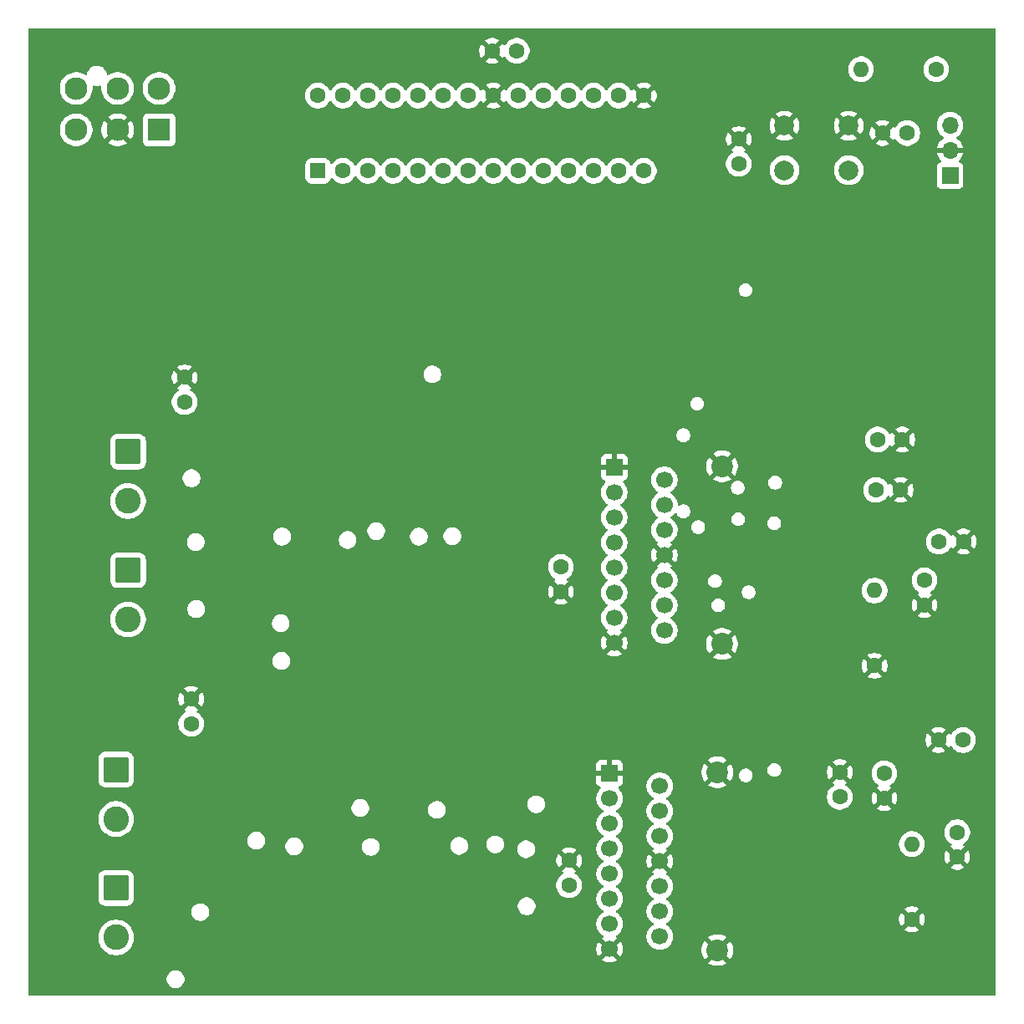
<source format=gbr>
%TF.GenerationSoftware,KiCad,Pcbnew,9.0.0*%
%TF.CreationDate,2025-03-14T18:44:20-06:00*%
%TF.ProjectId,MotorControllerBoardV2,4d6f746f-7243-46f6-9e74-726f6c6c6572,rev?*%
%TF.SameCoordinates,Original*%
%TF.FileFunction,Copper,L2,Inr*%
%TF.FilePolarity,Positive*%
%FSLAX46Y46*%
G04 Gerber Fmt 4.6, Leading zero omitted, Abs format (unit mm)*
G04 Created by KiCad (PCBNEW 9.0.0) date 2025-03-14 18:44:20*
%MOMM*%
%LPD*%
G01*
G04 APERTURE LIST*
G04 Aperture macros list*
%AMRoundRect*
0 Rectangle with rounded corners*
0 $1 Rounding radius*
0 $2 $3 $4 $5 $6 $7 $8 $9 X,Y pos of 4 corners*
0 Add a 4 corners polygon primitive as box body*
4,1,4,$2,$3,$4,$5,$6,$7,$8,$9,$2,$3,0*
0 Add four circle primitives for the rounded corners*
1,1,$1+$1,$2,$3*
1,1,$1+$1,$4,$5*
1,1,$1+$1,$6,$7*
1,1,$1+$1,$8,$9*
0 Add four rect primitives between the rounded corners*
20,1,$1+$1,$2,$3,$4,$5,0*
20,1,$1+$1,$4,$5,$6,$7,0*
20,1,$1+$1,$6,$7,$8,$9,0*
20,1,$1+$1,$8,$9,$2,$3,0*%
G04 Aperture macros list end*
%TA.AperFunction,ComponentPad*%
%ADD10C,1.600000*%
%TD*%
%TA.AperFunction,ComponentPad*%
%ADD11O,1.600000X1.600000*%
%TD*%
%TA.AperFunction,ComponentPad*%
%ADD12RoundRect,0.250000X-1.050000X1.050000X-1.050000X-1.050000X1.050000X-1.050000X1.050000X1.050000X0*%
%TD*%
%TA.AperFunction,ComponentPad*%
%ADD13C,2.600000*%
%TD*%
%TA.AperFunction,ComponentPad*%
%ADD14C,2.000000*%
%TD*%
%TA.AperFunction,ComponentPad*%
%ADD15R,2.300000X2.300000*%
%TD*%
%TA.AperFunction,ComponentPad*%
%ADD16C,2.300000*%
%TD*%
%TA.AperFunction,ComponentPad*%
%ADD17R,1.700000X1.700000*%
%TD*%
%TA.AperFunction,ComponentPad*%
%ADD18O,1.700000X1.700000*%
%TD*%
%TA.AperFunction,ComponentPad*%
%ADD19RoundRect,0.250000X0.550000X-0.550000X0.550000X0.550000X-0.550000X0.550000X-0.550000X-0.550000X0*%
%TD*%
%TA.AperFunction,ComponentPad*%
%ADD20R,1.695000X1.695000*%
%TD*%
%TA.AperFunction,ComponentPad*%
%ADD21C,1.695000*%
%TD*%
%TA.AperFunction,ComponentPad*%
%ADD22C,2.200000*%
%TD*%
%TA.AperFunction,ViaPad*%
%ADD23C,0.800000*%
%TD*%
G04 APERTURE END LIST*
D10*
%TO.N,Net-(C10-+)*%
%TO.C,C10*%
X195140000Y-124610000D03*
%TO.N,GND*%
X195140000Y-127110000D03*
%TD*%
%TO.N,7.2V Motor*%
%TO.C,C9*%
X195730000Y-115270000D03*
%TO.N,GND*%
X193230000Y-115270000D03*
%TD*%
%TO.N,5V Logic*%
%TO.C,C14*%
X155820000Y-129970000D03*
%TO.N,GND*%
X155820000Y-127470000D03*
%TD*%
%TO.N,GND*%
%TO.C,R2*%
X190540000Y-133420000D03*
D11*
%TO.N,Net-(R2--)*%
X190540000Y-125800000D03*
%TD*%
D10*
%TO.N,GND*%
%TO.C,C7*%
X173010000Y-54410000D03*
%TO.N,Net-(C7--)*%
X173010000Y-56910000D03*
%TD*%
%TO.N,Net-(R3-+)*%
%TO.C,R3*%
X193020000Y-47320000D03*
D11*
%TO.N,Net-(R3--)*%
X185400000Y-47320000D03*
%TD*%
D12*
%TO.N,Net-(U2-OUT1)*%
%TO.C,MLF1*%
X111162500Y-86060000D03*
D13*
%TO.N,Net-(U2-OUT2)*%
X111162500Y-91060000D03*
%TD*%
D12*
%TO.N,Net-(U5-OUT3)*%
%TO.C,MRB1*%
X109942500Y-130260000D03*
D13*
%TO.N,Net-(U5-OUT4)*%
X109942500Y-135260000D03*
%TD*%
D12*
%TO.N,Net-(U5-OUT1)*%
%TO.C,MRF1*%
X109942500Y-118260000D03*
D13*
%TO.N,Net-(U5-OUT2)*%
X109942500Y-123260000D03*
%TD*%
D12*
%TO.N,Net-(U2-OUT3)*%
%TO.C,MLB1*%
X111162500Y-98060000D03*
D13*
%TO.N,Net-(U2-OUT4)*%
X111162500Y-103060000D03*
%TD*%
D10*
%TO.N,Net-(C3-+)*%
%TO.C,C5*%
X186910000Y-89940000D03*
%TO.N,GND*%
X189410000Y-89940000D03*
%TD*%
%TO.N,7.2V Motor*%
%TO.C,C2*%
X193280000Y-95160000D03*
%TO.N,GND*%
X195780000Y-95160000D03*
%TD*%
%TO.N,Net-(C3-+)*%
%TO.C,C3*%
X187080000Y-84830000D03*
%TO.N,GND*%
X189580000Y-84830000D03*
%TD*%
%TO.N,Net-(C12-+)*%
%TO.C,C13*%
X183240000Y-121020000D03*
%TO.N,GND*%
X183240000Y-118520000D03*
%TD*%
%TO.N,5V Logic*%
%TO.C,C1*%
X155000000Y-97750000D03*
%TO.N,GND*%
X155000000Y-100250000D03*
%TD*%
%TO.N,5V Logic*%
%TO.C,C6*%
X150530000Y-45460000D03*
%TO.N,GND*%
X148030000Y-45460000D03*
%TD*%
%TO.N,7.2V Motor*%
%TO.C,C8*%
X116880000Y-81040000D03*
%TO.N,GND*%
X116880000Y-78540000D03*
%TD*%
%TO.N,Net-(C4-+)*%
%TO.C,C4*%
X191830000Y-99100000D03*
%TO.N,GND*%
X191830000Y-101600000D03*
%TD*%
%TO.N,7.2V Motor*%
%TO.C,C11*%
X117550000Y-113610000D03*
%TO.N,GND*%
X117550000Y-111110000D03*
%TD*%
%TO.N,Net-(C12-+)*%
%TO.C,C12*%
X187750000Y-118640000D03*
%TO.N,GND*%
X187750000Y-121140000D03*
%TD*%
%TO.N,5V Logic*%
%TO.C,C15*%
X190080000Y-53790000D03*
%TO.N,GND*%
X187580000Y-53790000D03*
%TD*%
D14*
%TO.N,GND*%
%TO.C,SW1*%
X177640000Y-53050000D03*
X184140000Y-53050000D03*
%TO.N,Net-(C7--)*%
X177640000Y-57550000D03*
X184140000Y-57550000D03*
%TD*%
D15*
%TO.N,SCL*%
%TO.C,J1*%
X114300000Y-53460000D03*
D16*
%TO.N,GND*%
X110100000Y-53460000D03*
%TO.N,7.2V Motor*%
X105900000Y-53460000D03*
%TO.N,SDA*%
X114300000Y-49260000D03*
%TO.N,unconnected-(J1-Pad5)*%
X110100000Y-49260000D03*
%TO.N,5V Logic*%
X105900000Y-49260000D03*
%TD*%
D10*
%TO.N,GND*%
%TO.C,R1*%
X186770000Y-107750000D03*
D11*
%TO.N,Net-(R1--)*%
X186770000Y-100130000D03*
%TD*%
D17*
%TO.N,5V Logic*%
%TO.C,UPDIHeader1*%
X194410000Y-58080000D03*
D18*
%TO.N,GND*%
X194410000Y-55540000D03*
%TO.N,Net-(R3-+)*%
X194410000Y-53000000D03*
%TD*%
D19*
%TO.N,unconnected-(U1-PA7-Pad1)*%
%TO.C,U1*%
X130380000Y-57620000D03*
D10*
%TO.N,unconnected-(U1-PC0-Pad2)*%
X132920000Y-57620000D03*
%TO.N,unconnected-(U1-PC1-Pad3)*%
X135460000Y-57620000D03*
%TO.N,LPWM*%
X138000000Y-57620000D03*
%TO.N,RPWM*%
X140540000Y-57620000D03*
%TO.N,5V Logic*%
X143080000Y-57620000D03*
%TO.N,LFWD*%
X145620000Y-57620000D03*
%TO.N,LBWD*%
X148160000Y-57620000D03*
%TO.N,RFWD*%
X150700000Y-57620000D03*
%TO.N,RBWD*%
X153240000Y-57620000D03*
%TO.N,unconnected-(U1-PD5-Pad11)*%
X155780000Y-57620000D03*
%TO.N,unconnected-(U1-PD6-Pad12)*%
X158320000Y-57620000D03*
%TO.N,unconnected-(U1-VREFA{slash}PD7-Pad13)*%
X160860000Y-57620000D03*
%TO.N,5V Logic*%
X163400000Y-57620000D03*
%TO.N,GND*%
X163400000Y-50000000D03*
%TO.N,unconnected-(U1-XTAL32K1{slash}PF0-Pad16)*%
X160860000Y-50000000D03*
%TO.N,unconnected-(U1-XTAL32K2{slash}PF1-Pad17)*%
X158320000Y-50000000D03*
%TO.N,Net-(C7--)*%
X155780000Y-50000000D03*
%TO.N,Net-(R3--)*%
X153240000Y-50000000D03*
%TO.N,5V Logic*%
X150700000Y-50000000D03*
%TO.N,GND*%
X148160000Y-50000000D03*
%TO.N,unconnected-(U1-XTALHF1{slash}PA0-Pad22)*%
X145620000Y-50000000D03*
%TO.N,unconnected-(U1-XTALHF2{slash}PA1-Pad23)*%
X143080000Y-50000000D03*
%TO.N,SDA*%
X140540000Y-50000000D03*
%TO.N,SCL*%
X138000000Y-50000000D03*
%TO.N,unconnected-(U1-PA4-Pad26)*%
X135460000Y-50000000D03*
%TO.N,unconnected-(U1-PA5-Pad27)*%
X132920000Y-50000000D03*
%TO.N,unconnected-(U1-PA6-Pad28)*%
X130380000Y-50000000D03*
%TD*%
D20*
%TO.N,GND*%
%TO.C,U5*%
X159920000Y-118650000D03*
D21*
%TO.N,Net-(U5-OUT1)*%
X165000000Y-119920000D03*
%TO.N,Net-(U5-OUT2)*%
X159920000Y-121190000D03*
%TO.N,Net-(C12-+)*%
X165000000Y-122460000D03*
%TO.N,RFWD*%
X159920000Y-123730000D03*
%TO.N,RPWM*%
X165000000Y-125000000D03*
%TO.N,RBWD*%
X159920000Y-126270000D03*
D22*
%TO.N,GND*%
X170850000Y-118540000D03*
D21*
X165000000Y-127540000D03*
D22*
X170850000Y-136540000D03*
D21*
%TO.N,5V Logic*%
X159920000Y-128810000D03*
%TO.N,RFWD*%
X165000000Y-130080000D03*
%TO.N,RPWM*%
X159920000Y-131350000D03*
%TO.N,RBWD*%
X165000000Y-132620000D03*
%TO.N,Net-(U5-OUT3)*%
X159920000Y-133890000D03*
%TO.N,Net-(U5-OUT4)*%
X165000000Y-135160000D03*
%TO.N,GND*%
X159920000Y-136430000D03*
%TD*%
D20*
%TO.N,GND*%
%TO.C,U2*%
X160400000Y-87650000D03*
D21*
%TO.N,Net-(U2-OUT1)*%
X165480000Y-88920000D03*
%TO.N,Net-(U2-OUT2)*%
X160400000Y-90190000D03*
%TO.N,Net-(C3-+)*%
X165480000Y-91460000D03*
%TO.N,LFWD*%
X160400000Y-92730000D03*
%TO.N,LPWM*%
X165480000Y-94000000D03*
%TO.N,LBWD*%
X160400000Y-95270000D03*
D22*
%TO.N,GND*%
X171330000Y-87540000D03*
D21*
X165480000Y-96540000D03*
D22*
X171330000Y-105540000D03*
D21*
%TO.N,5V Logic*%
X160400000Y-97810000D03*
%TO.N,LFWD*%
X165480000Y-99080000D03*
%TO.N,LPWM*%
X160400000Y-100350000D03*
%TO.N,LBWD*%
X165480000Y-101620000D03*
%TO.N,Net-(U2-OUT3)*%
X160400000Y-102890000D03*
%TO.N,Net-(U2-OUT4)*%
X165480000Y-104160000D03*
%TO.N,GND*%
X160400000Y-105430000D03*
%TD*%
D23*
%TO.N,GND*%
X122150000Y-107530000D03*
X121370000Y-138250000D03*
%TD*%
%TA.AperFunction,Conductor*%
%TO.N,GND*%
G36*
X198998039Y-43179685D02*
G01*
X199043794Y-43232489D01*
X199055000Y-43284000D01*
X199055000Y-141036000D01*
X199035315Y-141103039D01*
X198982511Y-141148794D01*
X198931000Y-141160000D01*
X101179000Y-141160000D01*
X101111961Y-141140315D01*
X101066206Y-141087511D01*
X101055000Y-141036000D01*
X101055000Y-139408741D01*
X115062063Y-139408741D01*
X115062063Y-139586132D01*
X115096666Y-139760095D01*
X115096669Y-139760104D01*
X115164546Y-139923977D01*
X115164553Y-139923990D01*
X115263098Y-140071471D01*
X115263101Y-140071475D01*
X115388524Y-140196898D01*
X115388528Y-140196901D01*
X115536009Y-140295446D01*
X115536022Y-140295453D01*
X115658926Y-140346360D01*
X115699897Y-140363331D01*
X115699899Y-140363331D01*
X115699904Y-140363333D01*
X115873867Y-140397936D01*
X115873870Y-140397937D01*
X115873872Y-140397937D01*
X116051256Y-140397937D01*
X116051257Y-140397936D01*
X116109245Y-140386401D01*
X116225221Y-140363333D01*
X116225224Y-140363331D01*
X116225229Y-140363331D01*
X116389110Y-140295450D01*
X116536598Y-140196901D01*
X116662027Y-140071472D01*
X116760576Y-139923984D01*
X116828457Y-139760103D01*
X116863063Y-139586128D01*
X116863063Y-139408746D01*
X116863063Y-139408743D01*
X116863062Y-139408741D01*
X116828459Y-139234778D01*
X116828456Y-139234769D01*
X116760579Y-139070896D01*
X116760572Y-139070883D01*
X116662027Y-138923402D01*
X116662024Y-138923398D01*
X116536601Y-138797975D01*
X116536597Y-138797972D01*
X116389116Y-138699427D01*
X116389103Y-138699420D01*
X116225230Y-138631543D01*
X116225221Y-138631540D01*
X116051257Y-138596937D01*
X116051254Y-138596937D01*
X115873872Y-138596937D01*
X115873869Y-138596937D01*
X115699904Y-138631540D01*
X115699895Y-138631543D01*
X115536022Y-138699420D01*
X115536009Y-138699427D01*
X115388528Y-138797972D01*
X115388524Y-138797975D01*
X115263101Y-138923398D01*
X115263098Y-138923402D01*
X115164553Y-139070883D01*
X115164546Y-139070896D01*
X115096669Y-139234769D01*
X115096666Y-139234778D01*
X115062063Y-139408741D01*
X101055000Y-139408741D01*
X101055000Y-135141989D01*
X108142000Y-135141989D01*
X108142000Y-135378011D01*
X108172807Y-135612014D01*
X108196762Y-135701416D01*
X108233894Y-135839993D01*
X108324214Y-136058045D01*
X108324219Y-136058056D01*
X108386155Y-136165330D01*
X108442227Y-136262450D01*
X108442229Y-136262452D01*
X108442230Y-136262454D01*
X108585906Y-136449697D01*
X108585912Y-136449704D01*
X108752795Y-136616587D01*
X108752802Y-136616593D01*
X108817097Y-136665928D01*
X108940050Y-136760273D01*
X109071418Y-136836118D01*
X109144443Y-136878280D01*
X109144448Y-136878282D01*
X109144451Y-136878284D01*
X109362507Y-136968606D01*
X109590486Y-137029693D01*
X109824489Y-137060500D01*
X109824496Y-137060500D01*
X110060504Y-137060500D01*
X110060511Y-137060500D01*
X110294514Y-137029693D01*
X110522493Y-136968606D01*
X110740549Y-136878284D01*
X110944950Y-136760273D01*
X111132199Y-136616592D01*
X111299092Y-136449699D01*
X111442773Y-136262450D01*
X111546331Y-136083082D01*
X111560780Y-136058056D01*
X111560780Y-136058055D01*
X111560784Y-136058049D01*
X111651106Y-135839993D01*
X111712193Y-135612014D01*
X111743000Y-135378011D01*
X111743000Y-135141989D01*
X111712193Y-134907986D01*
X111651106Y-134680007D01*
X111560784Y-134461951D01*
X111560782Y-134461948D01*
X111560780Y-134461943D01*
X111518618Y-134388918D01*
X111442773Y-134257550D01*
X111299092Y-134070301D01*
X111299087Y-134070295D01*
X111132204Y-133903412D01*
X111132197Y-133903406D01*
X110944954Y-133759730D01*
X110944953Y-133759729D01*
X110944950Y-133759727D01*
X110863457Y-133712677D01*
X110740556Y-133641719D01*
X110740545Y-133641714D01*
X110522493Y-133551394D01*
X110294514Y-133490307D01*
X110294513Y-133490306D01*
X110294510Y-133490306D01*
X110060520Y-133459501D01*
X110060517Y-133459500D01*
X110060511Y-133459500D01*
X109824489Y-133459500D01*
X109824483Y-133459500D01*
X109824479Y-133459501D01*
X109590489Y-133490306D01*
X109362506Y-133551394D01*
X109144454Y-133641714D01*
X109144443Y-133641719D01*
X108940045Y-133759730D01*
X108752802Y-133903406D01*
X108752795Y-133903412D01*
X108585912Y-134070295D01*
X108585906Y-134070302D01*
X108442230Y-134257545D01*
X108324219Y-134461943D01*
X108324214Y-134461954D01*
X108233894Y-134680006D01*
X108172806Y-134907989D01*
X108142362Y-135139240D01*
X108142000Y-135141989D01*
X101055000Y-135141989D01*
X101055000Y-132612293D01*
X117579500Y-132612293D01*
X117579500Y-132789684D01*
X117614103Y-132963647D01*
X117614106Y-132963656D01*
X117681983Y-133127529D01*
X117681990Y-133127542D01*
X117780535Y-133275023D01*
X117780538Y-133275027D01*
X117905961Y-133400450D01*
X117905965Y-133400453D01*
X118053446Y-133498998D01*
X118053459Y-133499005D01*
X118176363Y-133549912D01*
X118217334Y-133566883D01*
X118217336Y-133566883D01*
X118217341Y-133566885D01*
X118391304Y-133601488D01*
X118391307Y-133601489D01*
X118391309Y-133601489D01*
X118568693Y-133601489D01*
X118568694Y-133601488D01*
X118626682Y-133589953D01*
X118742658Y-133566885D01*
X118742661Y-133566883D01*
X118742666Y-133566883D01*
X118906547Y-133499002D01*
X119054035Y-133400453D01*
X119179464Y-133275024D01*
X119278013Y-133127536D01*
X119282965Y-133115582D01*
X119322555Y-133020000D01*
X119345894Y-132963655D01*
X119351463Y-132935661D01*
X119380499Y-132789684D01*
X119380500Y-132789682D01*
X119380500Y-132612295D01*
X119380499Y-132612293D01*
X119345896Y-132438330D01*
X119345893Y-132438321D01*
X119278016Y-132274448D01*
X119278009Y-132274435D01*
X119179464Y-132126954D01*
X119179461Y-132126950D01*
X119063815Y-132011304D01*
X150619500Y-132011304D01*
X150619500Y-132188695D01*
X150654103Y-132362658D01*
X150654106Y-132362667D01*
X150721983Y-132526540D01*
X150721990Y-132526553D01*
X150820535Y-132674034D01*
X150820538Y-132674038D01*
X150945961Y-132799461D01*
X150945965Y-132799464D01*
X151093446Y-132898009D01*
X151093459Y-132898016D01*
X151184337Y-132935658D01*
X151257334Y-132965894D01*
X151257336Y-132965894D01*
X151257341Y-132965896D01*
X151431304Y-133000499D01*
X151431307Y-133000500D01*
X151431309Y-133000500D01*
X151608693Y-133000500D01*
X151608694Y-133000499D01*
X151666682Y-132988964D01*
X151782658Y-132965896D01*
X151782661Y-132965894D01*
X151782666Y-132965894D01*
X151946547Y-132898013D01*
X152094035Y-132799464D01*
X152219464Y-132674035D01*
X152318013Y-132526547D01*
X152385894Y-132362666D01*
X152390299Y-132340524D01*
X152420499Y-132188695D01*
X152420500Y-132188693D01*
X152420500Y-132011306D01*
X152420499Y-132011304D01*
X152385896Y-131837341D01*
X152385893Y-131837332D01*
X152384966Y-131835095D01*
X152368923Y-131796363D01*
X152318016Y-131673459D01*
X152318009Y-131673446D01*
X152219464Y-131525965D01*
X152219461Y-131525961D01*
X152094038Y-131400538D01*
X152094034Y-131400535D01*
X151946553Y-131301990D01*
X151946540Y-131301983D01*
X151782667Y-131234106D01*
X151782658Y-131234103D01*
X151608694Y-131199500D01*
X151608691Y-131199500D01*
X151431309Y-131199500D01*
X151431306Y-131199500D01*
X151257341Y-131234103D01*
X151257332Y-131234106D01*
X151093459Y-131301983D01*
X151093446Y-131301990D01*
X150945965Y-131400535D01*
X150945961Y-131400538D01*
X150820538Y-131525961D01*
X150820535Y-131525965D01*
X150721990Y-131673446D01*
X150721983Y-131673459D01*
X150654106Y-131837332D01*
X150654103Y-131837341D01*
X150619500Y-132011304D01*
X119063815Y-132011304D01*
X119054038Y-132001527D01*
X119054034Y-132001524D01*
X118906553Y-131902979D01*
X118906540Y-131902972D01*
X118742667Y-131835095D01*
X118742658Y-131835092D01*
X118568694Y-131800489D01*
X118568691Y-131800489D01*
X118391309Y-131800489D01*
X118391306Y-131800489D01*
X118217341Y-131835092D01*
X118217332Y-131835095D01*
X118053459Y-131902972D01*
X118053446Y-131902979D01*
X117905965Y-132001524D01*
X117905961Y-132001527D01*
X117780538Y-132126950D01*
X117780535Y-132126954D01*
X117681990Y-132274435D01*
X117681983Y-132274448D01*
X117614106Y-132438321D01*
X117614103Y-132438330D01*
X117579500Y-132612293D01*
X101055000Y-132612293D01*
X101055000Y-129159983D01*
X108142000Y-129159983D01*
X108142000Y-131360001D01*
X108142001Y-131360018D01*
X108152500Y-131462796D01*
X108152501Y-131462799D01*
X108207685Y-131629331D01*
X108207687Y-131629336D01*
X108234894Y-131673446D01*
X108299788Y-131778656D01*
X108423844Y-131902712D01*
X108573166Y-131994814D01*
X108739703Y-132049999D01*
X108842491Y-132060500D01*
X111042508Y-132060499D01*
X111145297Y-132049999D01*
X111311834Y-131994814D01*
X111461156Y-131902712D01*
X111585212Y-131778656D01*
X111677314Y-131629334D01*
X111732499Y-131462797D01*
X111743000Y-131360009D01*
X111742999Y-129867648D01*
X154519500Y-129867648D01*
X154519500Y-130072352D01*
X154520711Y-130080000D01*
X154551522Y-130274534D01*
X154614781Y-130469223D01*
X154678691Y-130594653D01*
X154703575Y-130643489D01*
X154707715Y-130651613D01*
X154828028Y-130817213D01*
X154972786Y-130961971D01*
X155072393Y-131034338D01*
X155138390Y-131082287D01*
X155254607Y-131141503D01*
X155320776Y-131175218D01*
X155320778Y-131175218D01*
X155320781Y-131175220D01*
X155395507Y-131199500D01*
X155515465Y-131238477D01*
X155616557Y-131254488D01*
X155717648Y-131270500D01*
X155717649Y-131270500D01*
X155922351Y-131270500D01*
X155922352Y-131270500D01*
X156124534Y-131238477D01*
X156319219Y-131175220D01*
X156501610Y-131082287D01*
X156594590Y-131014732D01*
X156667213Y-130961971D01*
X156667215Y-130961968D01*
X156667219Y-130961966D01*
X156811966Y-130817219D01*
X156811968Y-130817215D01*
X156811971Y-130817213D01*
X156864732Y-130744590D01*
X156932287Y-130651610D01*
X157025220Y-130469219D01*
X157088477Y-130274534D01*
X157120500Y-130072352D01*
X157120500Y-129867648D01*
X157088477Y-129665466D01*
X157025220Y-129470781D01*
X157025218Y-129470778D01*
X157025218Y-129470776D01*
X156991503Y-129404607D01*
X156932287Y-129288390D01*
X156924556Y-129277749D01*
X156811971Y-129122786D01*
X156667213Y-128978028D01*
X156501611Y-128857713D01*
X156447621Y-128830203D01*
X156396825Y-128782228D01*
X156380031Y-128714407D01*
X156402569Y-128648272D01*
X156447624Y-128609233D01*
X156501349Y-128581859D01*
X156545921Y-128549474D01*
X155866447Y-127870000D01*
X155872661Y-127870000D01*
X155974394Y-127842741D01*
X156065606Y-127790080D01*
X156140080Y-127715606D01*
X156192741Y-127624394D01*
X156220000Y-127522661D01*
X156220000Y-127516447D01*
X156899474Y-128195921D01*
X156931859Y-128151349D01*
X157024755Y-127969031D01*
X157087990Y-127774417D01*
X157120000Y-127572317D01*
X157120000Y-127367682D01*
X157087990Y-127165582D01*
X157024755Y-126970968D01*
X156931859Y-126788650D01*
X156899474Y-126744077D01*
X156899474Y-126744076D01*
X156220000Y-127423551D01*
X156220000Y-127417339D01*
X156192741Y-127315606D01*
X156140080Y-127224394D01*
X156065606Y-127149920D01*
X155974394Y-127097259D01*
X155872661Y-127070000D01*
X155866446Y-127070000D01*
X156545922Y-126390524D01*
X156545921Y-126390523D01*
X156501359Y-126358147D01*
X156501350Y-126358141D01*
X156319031Y-126265244D01*
X156124417Y-126202009D01*
X155922317Y-126170000D01*
X155717683Y-126170000D01*
X155515582Y-126202009D01*
X155320968Y-126265244D01*
X155138644Y-126358143D01*
X155094077Y-126390523D01*
X155094077Y-126390524D01*
X155773554Y-127070000D01*
X155767339Y-127070000D01*
X155665606Y-127097259D01*
X155574394Y-127149920D01*
X155499920Y-127224394D01*
X155447259Y-127315606D01*
X155420000Y-127417339D01*
X155420000Y-127423553D01*
X154740524Y-126744077D01*
X154740523Y-126744077D01*
X154708143Y-126788644D01*
X154615244Y-126970968D01*
X154552009Y-127165582D01*
X154520000Y-127367682D01*
X154520000Y-127572317D01*
X154552009Y-127774417D01*
X154615244Y-127969031D01*
X154708141Y-128151350D01*
X154708147Y-128151359D01*
X154740523Y-128195921D01*
X154740524Y-128195922D01*
X155420000Y-127516446D01*
X155420000Y-127522661D01*
X155447259Y-127624394D01*
X155499920Y-127715606D01*
X155574394Y-127790080D01*
X155665606Y-127842741D01*
X155767339Y-127870000D01*
X155773553Y-127870000D01*
X155094076Y-128549474D01*
X155138652Y-128581861D01*
X155192376Y-128609234D01*
X155243172Y-128657208D01*
X155259968Y-128725028D01*
X155237431Y-128791164D01*
X155192379Y-128830203D01*
X155138386Y-128857714D01*
X154972786Y-128978028D01*
X154828028Y-129122786D01*
X154707715Y-129288386D01*
X154614781Y-129470776D01*
X154551522Y-129665465D01*
X154519500Y-129867648D01*
X111742999Y-129867648D01*
X111742999Y-129159992D01*
X111732499Y-129057203D01*
X111677314Y-128890666D01*
X111585212Y-128741344D01*
X111461156Y-128617288D01*
X111311834Y-128525186D01*
X111145297Y-128470001D01*
X111145295Y-128470000D01*
X111042510Y-128459500D01*
X108842498Y-128459500D01*
X108842481Y-128459501D01*
X108739703Y-128470000D01*
X108739700Y-128470001D01*
X108573168Y-128525185D01*
X108573163Y-128525187D01*
X108423842Y-128617289D01*
X108299789Y-128741342D01*
X108207687Y-128890663D01*
X108207685Y-128890668D01*
X108195617Y-128927087D01*
X108152501Y-129057203D01*
X108152501Y-129057204D01*
X108152500Y-129057204D01*
X108142000Y-129159983D01*
X101055000Y-129159983D01*
X101055000Y-125361304D01*
X123239500Y-125361304D01*
X123239500Y-125538695D01*
X123274103Y-125712658D01*
X123274106Y-125712667D01*
X123341983Y-125876540D01*
X123341990Y-125876553D01*
X123440535Y-126024034D01*
X123440538Y-126024038D01*
X123565961Y-126149461D01*
X123565965Y-126149464D01*
X123713446Y-126248009D01*
X123713459Y-126248016D01*
X123780030Y-126275590D01*
X123877334Y-126315894D01*
X123877336Y-126315894D01*
X123877341Y-126315896D01*
X124051304Y-126350499D01*
X124051307Y-126350500D01*
X124051309Y-126350500D01*
X124228693Y-126350500D01*
X124228694Y-126350499D01*
X124317740Y-126332787D01*
X124402658Y-126315896D01*
X124402661Y-126315894D01*
X124402666Y-126315894D01*
X124566547Y-126248013D01*
X124714035Y-126149464D01*
X124839464Y-126024035D01*
X124888062Y-125951304D01*
X127089500Y-125951304D01*
X127089500Y-126128695D01*
X127124103Y-126302658D01*
X127124106Y-126302667D01*
X127191983Y-126466540D01*
X127191990Y-126466553D01*
X127290535Y-126614034D01*
X127290538Y-126614038D01*
X127415961Y-126739461D01*
X127415965Y-126739464D01*
X127563446Y-126838009D01*
X127563459Y-126838016D01*
X127686363Y-126888923D01*
X127727334Y-126905894D01*
X127727336Y-126905894D01*
X127727341Y-126905896D01*
X127901304Y-126940499D01*
X127901307Y-126940500D01*
X127901309Y-126940500D01*
X128078693Y-126940500D01*
X128078694Y-126940499D01*
X128136682Y-126928964D01*
X128252658Y-126905896D01*
X128252661Y-126905894D01*
X128252666Y-126905894D01*
X128416547Y-126838013D01*
X128564035Y-126739464D01*
X128689464Y-126614035D01*
X128788013Y-126466547D01*
X128855894Y-126302666D01*
X128863078Y-126266553D01*
X128886368Y-126149464D01*
X128890500Y-126128691D01*
X128890500Y-126011304D01*
X134849500Y-126011304D01*
X134849500Y-126188695D01*
X134884103Y-126362658D01*
X134884106Y-126362667D01*
X134951983Y-126526540D01*
X134951990Y-126526553D01*
X135050535Y-126674034D01*
X135050538Y-126674038D01*
X135175961Y-126799461D01*
X135175965Y-126799464D01*
X135323446Y-126898009D01*
X135323459Y-126898016D01*
X135426024Y-126940499D01*
X135487334Y-126965894D01*
X135487336Y-126965894D01*
X135487341Y-126965896D01*
X135661304Y-127000499D01*
X135661307Y-127000500D01*
X135661309Y-127000500D01*
X135838693Y-127000500D01*
X135838694Y-127000499D01*
X135896682Y-126988964D01*
X136012658Y-126965896D01*
X136012661Y-126965894D01*
X136012666Y-126965894D01*
X136162001Y-126904038D01*
X136176540Y-126898016D01*
X136176540Y-126898015D01*
X136176547Y-126898013D01*
X136324035Y-126799464D01*
X136449464Y-126674035D01*
X136548013Y-126526547D01*
X136615894Y-126362666D01*
X136618315Y-126350499D01*
X136650499Y-126188695D01*
X136650500Y-126188693D01*
X136650500Y-126011306D01*
X136632220Y-125919409D01*
X136632220Y-125919408D01*
X136628619Y-125901304D01*
X143799500Y-125901304D01*
X143799500Y-126078695D01*
X143834103Y-126252658D01*
X143834106Y-126252667D01*
X143901983Y-126416540D01*
X143901990Y-126416553D01*
X144000535Y-126564034D01*
X144000538Y-126564038D01*
X144125961Y-126689461D01*
X144125965Y-126689464D01*
X144273446Y-126788009D01*
X144273459Y-126788016D01*
X144383873Y-126833750D01*
X144437334Y-126855894D01*
X144437336Y-126855894D01*
X144437341Y-126855896D01*
X144611304Y-126890499D01*
X144611307Y-126890500D01*
X144611309Y-126890500D01*
X144788693Y-126890500D01*
X144788694Y-126890499D01*
X144846682Y-126878964D01*
X144962658Y-126855896D01*
X144962661Y-126855894D01*
X144962666Y-126855894D01*
X145102535Y-126797958D01*
X145126540Y-126788016D01*
X145126540Y-126788015D01*
X145126547Y-126788013D01*
X145274035Y-126689464D01*
X145399464Y-126564035D01*
X145498013Y-126416547D01*
X145499054Y-126414035D01*
X145514771Y-126376089D01*
X145565894Y-126252666D01*
X145566576Y-126249240D01*
X145588964Y-126136682D01*
X145600500Y-126078691D01*
X145600500Y-125901309D01*
X145600500Y-125901306D01*
X145600499Y-125901304D01*
X145574264Y-125769408D01*
X145570662Y-125751304D01*
X147439500Y-125751304D01*
X147439500Y-125928695D01*
X147474103Y-126102658D01*
X147474106Y-126102667D01*
X147541983Y-126266540D01*
X147541990Y-126266553D01*
X147640535Y-126414034D01*
X147640538Y-126414038D01*
X147765961Y-126539461D01*
X147765965Y-126539464D01*
X147913446Y-126638009D01*
X147913459Y-126638016D01*
X148000426Y-126674038D01*
X148077334Y-126705894D01*
X148077336Y-126705894D01*
X148077341Y-126705896D01*
X148251304Y-126740499D01*
X148251307Y-126740500D01*
X148251309Y-126740500D01*
X148428693Y-126740500D01*
X148428694Y-126740499D01*
X148486682Y-126728964D01*
X148602658Y-126705896D01*
X148602661Y-126705894D01*
X148602666Y-126705894D01*
X148766547Y-126638013D01*
X148914035Y-126539464D01*
X149039464Y-126414035D01*
X149138013Y-126266547D01*
X149148469Y-126241304D01*
X150569500Y-126241304D01*
X150569500Y-126418695D01*
X150604103Y-126592658D01*
X150604106Y-126592667D01*
X150671983Y-126756540D01*
X150671990Y-126756553D01*
X150770535Y-126904034D01*
X150770538Y-126904038D01*
X150895961Y-127029461D01*
X150895965Y-127029464D01*
X151043446Y-127128009D01*
X151043459Y-127128016D01*
X151166363Y-127178923D01*
X151207334Y-127195894D01*
X151207336Y-127195894D01*
X151207341Y-127195896D01*
X151381304Y-127230499D01*
X151381307Y-127230500D01*
X151381309Y-127230500D01*
X151558693Y-127230500D01*
X151558694Y-127230499D01*
X151650103Y-127212317D01*
X151732658Y-127195896D01*
X151732661Y-127195894D01*
X151732666Y-127195894D01*
X151896547Y-127128013D01*
X152044035Y-127029464D01*
X152169464Y-126904035D01*
X152268013Y-126756547D01*
X152335894Y-126592666D01*
X152337288Y-126585661D01*
X152357984Y-126481613D01*
X152370500Y-126418691D01*
X152370500Y-126241309D01*
X152370500Y-126241306D01*
X152370499Y-126241304D01*
X152335896Y-126067341D01*
X152335893Y-126067332D01*
X152268016Y-125903459D01*
X152268009Y-125903446D01*
X152169464Y-125755965D01*
X152169461Y-125755961D01*
X152044038Y-125630538D01*
X152044034Y-125630535D01*
X151896553Y-125531990D01*
X151896540Y-125531983D01*
X151732667Y-125464106D01*
X151732658Y-125464103D01*
X151558694Y-125429500D01*
X151558691Y-125429500D01*
X151381309Y-125429500D01*
X151381306Y-125429500D01*
X151207341Y-125464103D01*
X151207332Y-125464106D01*
X151043459Y-125531983D01*
X151043446Y-125531990D01*
X150895965Y-125630535D01*
X150895961Y-125630538D01*
X150770538Y-125755961D01*
X150770535Y-125755965D01*
X150671990Y-125903446D01*
X150671983Y-125903459D01*
X150604106Y-126067332D01*
X150604103Y-126067341D01*
X150569500Y-126241304D01*
X149148469Y-126241304D01*
X149205894Y-126102666D01*
X149212923Y-126067332D01*
X149236001Y-125951309D01*
X149240500Y-125928691D01*
X149240500Y-125751309D01*
X149240500Y-125751306D01*
X149240499Y-125751304D01*
X149205896Y-125577341D01*
X149205893Y-125577332D01*
X149200160Y-125563492D01*
X149187109Y-125531983D01*
X149138016Y-125413459D01*
X149138009Y-125413446D01*
X149039464Y-125265965D01*
X149039461Y-125265961D01*
X148914038Y-125140538D01*
X148914034Y-125140535D01*
X148766553Y-125041990D01*
X148766540Y-125041983D01*
X148602667Y-124974106D01*
X148602658Y-124974103D01*
X148428694Y-124939500D01*
X148428691Y-124939500D01*
X148251309Y-124939500D01*
X148251306Y-124939500D01*
X148077341Y-124974103D01*
X148077332Y-124974106D01*
X147913459Y-125041983D01*
X147913446Y-125041990D01*
X147765965Y-125140535D01*
X147765961Y-125140538D01*
X147640538Y-125265961D01*
X147640535Y-125265965D01*
X147541990Y-125413446D01*
X147541983Y-125413459D01*
X147474106Y-125577332D01*
X147474103Y-125577341D01*
X147439500Y-125751304D01*
X145570662Y-125751304D01*
X145565895Y-125727340D01*
X145565894Y-125727334D01*
X145548923Y-125686363D01*
X145498016Y-125563459D01*
X145498009Y-125563446D01*
X145399464Y-125415965D01*
X145399461Y-125415961D01*
X145274038Y-125290538D01*
X145274034Y-125290535D01*
X145126553Y-125191990D01*
X145126540Y-125191983D01*
X144962667Y-125124106D01*
X144962658Y-125124103D01*
X144788694Y-125089500D01*
X144788691Y-125089500D01*
X144611309Y-125089500D01*
X144611306Y-125089500D01*
X144437341Y-125124103D01*
X144437332Y-125124106D01*
X144273459Y-125191983D01*
X144273446Y-125191990D01*
X144125965Y-125290535D01*
X144125961Y-125290538D01*
X144000538Y-125415961D01*
X144000535Y-125415965D01*
X143901990Y-125563446D01*
X143901983Y-125563459D01*
X143834106Y-125727332D01*
X143834103Y-125727341D01*
X143799500Y-125901304D01*
X136628619Y-125901304D01*
X136615896Y-125837341D01*
X136615893Y-125837332D01*
X136548016Y-125673459D01*
X136548009Y-125673446D01*
X136449464Y-125525965D01*
X136449461Y-125525961D01*
X136324038Y-125400538D01*
X136324034Y-125400535D01*
X136176553Y-125301990D01*
X136176540Y-125301983D01*
X136012667Y-125234106D01*
X136012658Y-125234103D01*
X135838694Y-125199500D01*
X135838691Y-125199500D01*
X135661309Y-125199500D01*
X135661306Y-125199500D01*
X135487341Y-125234103D01*
X135487332Y-125234106D01*
X135323459Y-125301983D01*
X135323446Y-125301990D01*
X135175965Y-125400535D01*
X135175961Y-125400538D01*
X135050538Y-125525961D01*
X135050535Y-125525965D01*
X134951990Y-125673446D01*
X134951983Y-125673459D01*
X134884106Y-125837332D01*
X134884103Y-125837341D01*
X134849500Y-126011304D01*
X128890500Y-126011304D01*
X128890500Y-125951309D01*
X128890500Y-125951306D01*
X128890499Y-125951304D01*
X128855896Y-125777341D01*
X128855893Y-125777332D01*
X128788016Y-125613459D01*
X128788009Y-125613446D01*
X128689464Y-125465965D01*
X128689461Y-125465961D01*
X128564038Y-125340538D01*
X128564034Y-125340535D01*
X128416553Y-125241990D01*
X128416540Y-125241983D01*
X128252667Y-125174106D01*
X128252658Y-125174103D01*
X128078694Y-125139500D01*
X128078691Y-125139500D01*
X127901309Y-125139500D01*
X127901306Y-125139500D01*
X127727341Y-125174103D01*
X127727332Y-125174106D01*
X127563459Y-125241983D01*
X127563446Y-125241990D01*
X127415965Y-125340535D01*
X127415961Y-125340538D01*
X127290538Y-125465961D01*
X127290535Y-125465965D01*
X127191990Y-125613446D01*
X127191983Y-125613459D01*
X127124106Y-125777332D01*
X127124103Y-125777341D01*
X127089500Y-125951304D01*
X124888062Y-125951304D01*
X124938013Y-125876547D01*
X124942552Y-125865590D01*
X124963415Y-125815220D01*
X125005894Y-125712666D01*
X125007120Y-125706506D01*
X125035573Y-125563459D01*
X125040500Y-125538691D01*
X125040500Y-125361309D01*
X125040500Y-125361306D01*
X125040499Y-125361304D01*
X125005896Y-125187341D01*
X125005893Y-125187332D01*
X125000413Y-125174103D01*
X124976798Y-125117090D01*
X124938016Y-125023459D01*
X124938009Y-125023446D01*
X124839464Y-124875965D01*
X124839461Y-124875961D01*
X124714038Y-124750538D01*
X124714034Y-124750535D01*
X124566553Y-124651990D01*
X124566540Y-124651983D01*
X124402667Y-124584106D01*
X124402658Y-124584103D01*
X124228694Y-124549500D01*
X124228691Y-124549500D01*
X124051309Y-124549500D01*
X124051306Y-124549500D01*
X123877341Y-124584103D01*
X123877332Y-124584106D01*
X123713459Y-124651983D01*
X123713446Y-124651990D01*
X123565965Y-124750535D01*
X123565961Y-124750538D01*
X123440538Y-124875961D01*
X123440535Y-124875965D01*
X123341990Y-125023446D01*
X123341983Y-125023459D01*
X123274106Y-125187332D01*
X123274103Y-125187341D01*
X123239500Y-125361304D01*
X101055000Y-125361304D01*
X101055000Y-123141995D01*
X108142000Y-123141995D01*
X108142000Y-123378004D01*
X108142001Y-123378020D01*
X108146782Y-123414338D01*
X108172807Y-123612014D01*
X108174420Y-123618034D01*
X108233894Y-123839993D01*
X108324214Y-124058045D01*
X108324219Y-124058056D01*
X108361042Y-124121834D01*
X108442227Y-124262450D01*
X108442229Y-124262453D01*
X108442230Y-124262454D01*
X108585906Y-124449697D01*
X108585912Y-124449704D01*
X108752795Y-124616587D01*
X108752802Y-124616593D01*
X108841089Y-124684338D01*
X108940050Y-124760273D01*
X109071418Y-124836118D01*
X109144443Y-124878280D01*
X109144448Y-124878282D01*
X109144451Y-124878284D01*
X109362507Y-124968606D01*
X109590486Y-125029693D01*
X109824489Y-125060500D01*
X109824496Y-125060500D01*
X110060504Y-125060500D01*
X110060511Y-125060500D01*
X110294514Y-125029693D01*
X110522493Y-124968606D01*
X110740549Y-124878284D01*
X110944950Y-124760273D01*
X111132199Y-124616592D01*
X111299092Y-124449699D01*
X111442773Y-124262450D01*
X111560784Y-124058049D01*
X111651106Y-123839993D01*
X111712193Y-123612014D01*
X111743000Y-123378011D01*
X111743000Y-123141989D01*
X111712193Y-122907986D01*
X111651106Y-122680007D01*
X111560784Y-122461951D01*
X111560782Y-122461948D01*
X111560780Y-122461943D01*
X111498480Y-122354038D01*
X111442773Y-122257550D01*
X111413556Y-122219474D01*
X111353114Y-122140703D01*
X111299862Y-122071304D01*
X133769500Y-122071304D01*
X133769500Y-122248695D01*
X133804103Y-122422658D01*
X133804106Y-122422667D01*
X133871983Y-122586540D01*
X133871990Y-122586553D01*
X133970535Y-122734034D01*
X133970538Y-122734038D01*
X134095961Y-122859461D01*
X134095965Y-122859464D01*
X134243446Y-122958009D01*
X134243459Y-122958016D01*
X134290383Y-122977452D01*
X134407334Y-123025894D01*
X134407336Y-123025894D01*
X134407341Y-123025896D01*
X134581304Y-123060499D01*
X134581307Y-123060500D01*
X134581309Y-123060500D01*
X134758693Y-123060500D01*
X134758694Y-123060499D01*
X134816682Y-123048964D01*
X134932658Y-123025896D01*
X134932661Y-123025894D01*
X134932666Y-123025894D01*
X135096547Y-122958013D01*
X135244035Y-122859464D01*
X135369464Y-122734035D01*
X135468013Y-122586547D01*
X135535894Y-122422666D01*
X135538814Y-122407990D01*
X135570179Y-122250304D01*
X141539500Y-122250304D01*
X141539500Y-122427695D01*
X141574103Y-122601658D01*
X141574106Y-122601667D01*
X141641983Y-122765540D01*
X141641990Y-122765553D01*
X141740535Y-122913034D01*
X141740538Y-122913038D01*
X141865961Y-123038461D01*
X141865965Y-123038464D01*
X142013446Y-123137009D01*
X142013459Y-123137016D01*
X142136363Y-123187923D01*
X142177334Y-123204894D01*
X142177336Y-123204894D01*
X142177341Y-123204896D01*
X142351304Y-123239499D01*
X142351307Y-123239500D01*
X142351309Y-123239500D01*
X142528693Y-123239500D01*
X142528694Y-123239499D01*
X142586682Y-123227964D01*
X142702658Y-123204896D01*
X142702661Y-123204894D01*
X142702666Y-123204894D01*
X142866547Y-123137013D01*
X143014035Y-123038464D01*
X143139464Y-122913035D01*
X143238013Y-122765547D01*
X143305894Y-122601666D01*
X143308901Y-122586553D01*
X143335129Y-122454691D01*
X143340500Y-122427691D01*
X143340500Y-122250309D01*
X143340500Y-122250306D01*
X143340499Y-122250304D01*
X143305896Y-122076341D01*
X143305893Y-122076332D01*
X143303812Y-122071309D01*
X143279232Y-122011966D01*
X143238016Y-121912459D01*
X143238009Y-121912446D01*
X143139463Y-121764963D01*
X143065804Y-121691304D01*
X151589500Y-121691304D01*
X151589500Y-121868695D01*
X151624103Y-122042658D01*
X151624106Y-122042667D01*
X151691983Y-122206540D01*
X151691990Y-122206553D01*
X151790535Y-122354034D01*
X151790538Y-122354038D01*
X151915961Y-122479461D01*
X151915965Y-122479464D01*
X152063446Y-122578009D01*
X152063459Y-122578016D01*
X152120559Y-122601667D01*
X152227334Y-122645894D01*
X152227336Y-122645894D01*
X152227341Y-122645896D01*
X152401304Y-122680499D01*
X152401307Y-122680500D01*
X152401309Y-122680500D01*
X152578693Y-122680500D01*
X152578694Y-122680499D01*
X152636682Y-122668964D01*
X152752658Y-122645896D01*
X152752661Y-122645894D01*
X152752666Y-122645894D01*
X152916547Y-122578013D01*
X153064035Y-122479464D01*
X153189464Y-122354035D01*
X153288013Y-122206547D01*
X153355894Y-122042666D01*
X153362001Y-122011967D01*
X153381795Y-121912453D01*
X153390500Y-121868691D01*
X153390500Y-121691309D01*
X153390500Y-121691306D01*
X153390499Y-121691304D01*
X153355896Y-121517341D01*
X153355893Y-121517332D01*
X153353991Y-121512741D01*
X153301331Y-121385606D01*
X153288016Y-121353459D01*
X153288009Y-121353446D01*
X153189464Y-121205965D01*
X153189461Y-121205961D01*
X153067410Y-121083910D01*
X158572000Y-121083910D01*
X158572000Y-121296090D01*
X158573742Y-121307087D01*
X158605193Y-121505658D01*
X158605193Y-121505661D01*
X158670758Y-121707449D01*
X158670760Y-121707452D01*
X158767087Y-121896506D01*
X158891803Y-122068163D01*
X159041837Y-122218197D01*
X159213494Y-122342913D01*
X159224117Y-122348326D01*
X159226453Y-122349516D01*
X159277248Y-122397491D01*
X159294043Y-122465312D01*
X159271505Y-122531447D01*
X159226453Y-122570484D01*
X159213497Y-122577085D01*
X159213489Y-122577090D01*
X159041834Y-122701805D01*
X158891805Y-122851834D01*
X158767090Y-123023489D01*
X158767088Y-123023492D01*
X158670760Y-123212547D01*
X158670758Y-123212550D01*
X158605193Y-123414338D01*
X158605193Y-123414341D01*
X158605193Y-123414343D01*
X158572000Y-123623910D01*
X158572000Y-123836090D01*
X158573742Y-123847087D01*
X158605193Y-124045658D01*
X158605193Y-124045661D01*
X158670758Y-124247449D01*
X158670760Y-124247452D01*
X158767087Y-124436506D01*
X158891803Y-124608163D01*
X159041837Y-124758197D01*
X159213494Y-124882913D01*
X159224117Y-124888326D01*
X159226453Y-124889516D01*
X159277248Y-124937491D01*
X159294043Y-125005312D01*
X159271505Y-125071447D01*
X159226453Y-125110484D01*
X159213497Y-125117085D01*
X159213489Y-125117090D01*
X159041834Y-125241805D01*
X158891805Y-125391834D01*
X158767090Y-125563489D01*
X158767088Y-125563492D01*
X158670760Y-125752547D01*
X158670758Y-125752550D01*
X158605193Y-125954338D01*
X158605193Y-125954341D01*
X158587295Y-126067341D01*
X158572000Y-126163910D01*
X158572000Y-126376090D01*
X158574286Y-126390523D01*
X158605193Y-126585658D01*
X158605193Y-126585661D01*
X158670758Y-126787449D01*
X158670760Y-126787452D01*
X158767087Y-126976506D01*
X158891803Y-127148163D01*
X159041837Y-127298197D01*
X159213494Y-127422913D01*
X159224117Y-127428326D01*
X159226453Y-127429516D01*
X159277248Y-127477491D01*
X159294043Y-127545312D01*
X159271505Y-127611447D01*
X159226453Y-127650484D01*
X159213497Y-127657085D01*
X159213489Y-127657090D01*
X159041834Y-127781805D01*
X158891805Y-127931834D01*
X158767090Y-128103489D01*
X158767088Y-128103492D01*
X158670760Y-128292547D01*
X158670758Y-128292550D01*
X158605193Y-128494338D01*
X158605193Y-128494341D01*
X158579987Y-128653481D01*
X158572000Y-128703910D01*
X158572000Y-128916090D01*
X158573741Y-128927083D01*
X158605193Y-129125658D01*
X158605193Y-129125661D01*
X158670758Y-129327449D01*
X158670760Y-129327452D01*
X158767087Y-129516506D01*
X158891803Y-129688163D01*
X159041837Y-129838197D01*
X159213494Y-129962913D01*
X159224117Y-129968326D01*
X159226453Y-129969516D01*
X159277248Y-130017491D01*
X159294043Y-130085312D01*
X159271505Y-130151447D01*
X159226453Y-130190484D01*
X159213497Y-130197085D01*
X159213489Y-130197090D01*
X159041834Y-130321805D01*
X158891805Y-130471834D01*
X158767090Y-130643489D01*
X158767088Y-130643492D01*
X158670760Y-130832547D01*
X158670758Y-130832550D01*
X158605193Y-131034338D01*
X158605193Y-131034341D01*
X158597599Y-131082287D01*
X158572000Y-131243910D01*
X158572000Y-131456090D01*
X158573742Y-131467087D01*
X158605193Y-131665658D01*
X158605193Y-131665661D01*
X158670758Y-131867449D01*
X158670760Y-131867452D01*
X158767087Y-132056506D01*
X158891803Y-132228163D01*
X159041837Y-132378197D01*
X159213494Y-132502913D01*
X159224117Y-132508326D01*
X159226453Y-132509516D01*
X159277248Y-132557491D01*
X159294043Y-132625312D01*
X159271505Y-132691447D01*
X159226453Y-132730484D01*
X159213497Y-132737085D01*
X159213489Y-132737090D01*
X159041834Y-132861805D01*
X158891805Y-133011834D01*
X158767090Y-133183489D01*
X158767088Y-133183492D01*
X158670760Y-133372547D01*
X158670758Y-133372550D01*
X158605193Y-133574338D01*
X158605193Y-133574341D01*
X158600893Y-133601489D01*
X158572000Y-133783910D01*
X158572000Y-133996090D01*
X158573742Y-134007087D01*
X158605193Y-134205658D01*
X158605193Y-134205661D01*
X158670758Y-134407449D01*
X158670760Y-134407452D01*
X158767087Y-134596506D01*
X158891803Y-134768163D01*
X159041837Y-134918197D01*
X159213494Y-135042913D01*
X159227003Y-135049796D01*
X159277798Y-135097769D01*
X159294593Y-135165590D01*
X159272056Y-135231725D01*
X159227004Y-135270764D01*
X159213758Y-135277513D01*
X159160071Y-135316518D01*
X159160071Y-135316519D01*
X159737517Y-135893965D01*
X159701918Y-135903504D01*
X159573082Y-135977888D01*
X159467888Y-136083082D01*
X159393504Y-136211918D01*
X159383965Y-136247517D01*
X158806519Y-135670071D01*
X158806518Y-135670071D01*
X158767513Y-135723757D01*
X158671222Y-135912738D01*
X158671221Y-135912741D01*
X158605680Y-136114455D01*
X158605680Y-136114458D01*
X158572500Y-136323949D01*
X158572500Y-136536050D01*
X158605680Y-136745541D01*
X158605680Y-136745544D01*
X158671221Y-136947258D01*
X158671223Y-136947261D01*
X158767514Y-137136244D01*
X158806518Y-137189927D01*
X158806518Y-137189928D01*
X159383964Y-136612481D01*
X159393504Y-136648082D01*
X159467888Y-136776918D01*
X159573082Y-136882112D01*
X159701918Y-136956496D01*
X159737517Y-136966034D01*
X159160070Y-137543480D01*
X159160071Y-137543481D01*
X159213750Y-137582481D01*
X159213763Y-137582489D01*
X159402738Y-137678776D01*
X159402741Y-137678778D01*
X159604457Y-137744319D01*
X159813950Y-137777500D01*
X160026050Y-137777500D01*
X160235541Y-137744319D01*
X160235544Y-137744319D01*
X160437258Y-137678778D01*
X160437260Y-137678777D01*
X160441716Y-137676507D01*
X160441717Y-137676506D01*
X160441718Y-137676506D01*
X160626244Y-137582485D01*
X160679927Y-137543481D01*
X160679927Y-137543480D01*
X160102482Y-136966035D01*
X160138082Y-136956496D01*
X160266918Y-136882112D01*
X160372112Y-136776918D01*
X160446496Y-136648082D01*
X160456035Y-136612482D01*
X161033480Y-137189927D01*
X161033481Y-137189927D01*
X161072485Y-137136244D01*
X161168776Y-136947261D01*
X161168778Y-136947258D01*
X161234319Y-136745544D01*
X161234319Y-136745541D01*
X161267500Y-136536050D01*
X161267500Y-136323949D01*
X161234319Y-136114458D01*
X161234319Y-136114455D01*
X161168778Y-135912741D01*
X161168776Y-135912738D01*
X161072489Y-135723763D01*
X161072481Y-135723750D01*
X161033481Y-135670071D01*
X161033480Y-135670070D01*
X160456034Y-136247516D01*
X160446496Y-136211918D01*
X160372112Y-136083082D01*
X160266918Y-135977888D01*
X160138082Y-135903504D01*
X160102480Y-135893964D01*
X160679928Y-135316518D01*
X160626243Y-135277514D01*
X160612995Y-135270763D01*
X160562200Y-135222787D01*
X160545406Y-135154966D01*
X160567945Y-135088831D01*
X160612999Y-135049794D01*
X160626506Y-135042913D01*
X160798163Y-134918197D01*
X160948197Y-134768163D01*
X161072913Y-134596506D01*
X161169240Y-134407452D01*
X161234807Y-134205657D01*
X161268000Y-133996090D01*
X161268000Y-133783910D01*
X161234807Y-133574343D01*
X161234806Y-133574339D01*
X161234806Y-133574338D01*
X161169241Y-133372550D01*
X161169239Y-133372547D01*
X161072913Y-133183494D01*
X160948197Y-133011837D01*
X160798163Y-132861803D01*
X160626506Y-132737087D01*
X160613547Y-132730484D01*
X160562752Y-132682512D01*
X160545956Y-132614691D01*
X160568492Y-132548556D01*
X160613546Y-132509516D01*
X160626506Y-132502913D01*
X160798163Y-132378197D01*
X160948197Y-132228163D01*
X161072913Y-132056506D01*
X161169240Y-131867452D01*
X161198091Y-131778657D01*
X161234806Y-131665661D01*
X161234806Y-131665660D01*
X161234807Y-131665657D01*
X161268000Y-131456090D01*
X161268000Y-131243910D01*
X161234807Y-131034343D01*
X161234806Y-131034339D01*
X161234806Y-131034338D01*
X161169241Y-130832550D01*
X161169239Y-130832547D01*
X161072913Y-130643494D01*
X160948197Y-130471837D01*
X160798163Y-130321803D01*
X160626506Y-130197087D01*
X160613547Y-130190484D01*
X160610640Y-130187739D01*
X160606763Y-130186757D01*
X160585449Y-130163948D01*
X160562752Y-130142512D01*
X160561790Y-130138628D01*
X160559060Y-130135707D01*
X160553461Y-130104998D01*
X160545956Y-130074691D01*
X160547246Y-130070904D01*
X160546529Y-130066970D01*
X160558420Y-130038112D01*
X160568492Y-130008556D01*
X160572064Y-130005002D01*
X160573149Y-130002370D01*
X160581711Y-129995406D01*
X160598936Y-129978273D01*
X160605935Y-129973393D01*
X160626506Y-129962913D01*
X160798163Y-129838197D01*
X160948197Y-129688163D01*
X161072913Y-129516506D01*
X161169240Y-129327452D01*
X161223654Y-129159983D01*
X161234806Y-129125661D01*
X161234806Y-129125660D01*
X161234807Y-129125657D01*
X161268000Y-128916090D01*
X161268000Y-128703910D01*
X161234807Y-128494343D01*
X161234806Y-128494339D01*
X161234806Y-128494338D01*
X161169241Y-128292550D01*
X161169239Y-128292547D01*
X161133222Y-128221859D01*
X161072913Y-128103494D01*
X160948197Y-127931837D01*
X160798163Y-127781803D01*
X160626506Y-127657087D01*
X160613547Y-127650484D01*
X160610640Y-127647739D01*
X160606763Y-127646757D01*
X160585449Y-127623948D01*
X160562752Y-127602512D01*
X160561790Y-127598629D01*
X160559059Y-127595706D01*
X160553460Y-127564993D01*
X160545956Y-127534691D01*
X160547246Y-127530904D01*
X160546529Y-127526969D01*
X160558421Y-127498109D01*
X160568492Y-127468556D01*
X160572063Y-127465003D01*
X160573149Y-127462370D01*
X160581713Y-127455404D01*
X160598937Y-127438273D01*
X160605939Y-127433391D01*
X160626506Y-127422913D01*
X160798163Y-127298197D01*
X160948197Y-127148163D01*
X161072913Y-126976506D01*
X161169240Y-126787452D01*
X161179284Y-126756540D01*
X161234806Y-126585661D01*
X161234806Y-126585660D01*
X161234807Y-126585657D01*
X161268000Y-126376090D01*
X161268000Y-126163910D01*
X161234807Y-125954343D01*
X161234806Y-125954339D01*
X161234806Y-125954338D01*
X161169241Y-125752550D01*
X161169239Y-125752547D01*
X161072913Y-125563494D01*
X160948197Y-125391837D01*
X160798163Y-125241803D01*
X160626506Y-125117087D01*
X160613547Y-125110484D01*
X160562752Y-125062512D01*
X160545956Y-124994691D01*
X160568492Y-124928556D01*
X160613546Y-124889516D01*
X160626506Y-124882913D01*
X160798163Y-124758197D01*
X160948197Y-124608163D01*
X161072913Y-124436506D01*
X161169240Y-124247452D01*
X161213649Y-124110776D01*
X161234806Y-124045661D01*
X161234806Y-124045660D01*
X161234807Y-124045657D01*
X161268000Y-123836090D01*
X161268000Y-123623910D01*
X161234807Y-123414343D01*
X161234806Y-123414339D01*
X161234806Y-123414338D01*
X161169241Y-123212550D01*
X161169239Y-123212547D01*
X161165340Y-123204894D01*
X161072913Y-123023494D01*
X160948197Y-122851837D01*
X160798163Y-122701803D01*
X160626506Y-122577087D01*
X160613547Y-122570484D01*
X160562752Y-122522512D01*
X160545956Y-122454691D01*
X160568492Y-122388556D01*
X160613546Y-122349516D01*
X160626506Y-122342913D01*
X160798163Y-122218197D01*
X160948197Y-122068163D01*
X161072913Y-121896506D01*
X161169240Y-121707452D01*
X161191471Y-121639031D01*
X161234806Y-121505661D01*
X161234806Y-121505660D01*
X161234807Y-121505657D01*
X161268000Y-121296090D01*
X161268000Y-121083910D01*
X161234807Y-120874343D01*
X161234806Y-120874339D01*
X161234806Y-120874338D01*
X161169241Y-120672550D01*
X161169239Y-120672547D01*
X161153149Y-120640968D01*
X161072913Y-120483494D01*
X160948197Y-120311837D01*
X160831105Y-120194745D01*
X160797620Y-120133422D01*
X160802604Y-120063730D01*
X160844476Y-120007797D01*
X160875454Y-119990882D01*
X161009584Y-119940855D01*
X161009593Y-119940850D01*
X161124687Y-119854690D01*
X161155215Y-119813910D01*
X163652000Y-119813910D01*
X163652000Y-120026089D01*
X163685193Y-120235658D01*
X163685193Y-120235661D01*
X163750758Y-120437449D01*
X163750760Y-120437452D01*
X163847087Y-120626506D01*
X163971803Y-120798163D01*
X164121837Y-120948197D01*
X164293494Y-121072913D01*
X164304117Y-121078326D01*
X164306453Y-121079516D01*
X164357248Y-121127491D01*
X164374043Y-121195312D01*
X164351505Y-121261447D01*
X164306453Y-121300484D01*
X164293497Y-121307085D01*
X164293489Y-121307090D01*
X164121834Y-121431805D01*
X163971805Y-121581834D01*
X163847090Y-121753489D01*
X163847088Y-121753492D01*
X163750760Y-121942547D01*
X163750758Y-121942550D01*
X163685193Y-122144338D01*
X163685193Y-122144341D01*
X163673496Y-122218194D01*
X163652000Y-122353910D01*
X163652000Y-122566090D01*
X163653889Y-122578016D01*
X163685193Y-122775658D01*
X163685193Y-122775661D01*
X163750758Y-122977449D01*
X163750760Y-122977452D01*
X163847087Y-123166506D01*
X163971803Y-123338163D01*
X164121837Y-123488197D01*
X164293494Y-123612913D01*
X164303533Y-123618028D01*
X164306453Y-123619516D01*
X164357248Y-123667491D01*
X164374043Y-123735312D01*
X164351505Y-123801447D01*
X164306453Y-123840484D01*
X164293497Y-123847085D01*
X164293489Y-123847090D01*
X164121834Y-123971805D01*
X163971805Y-124121834D01*
X163847090Y-124293489D01*
X163847088Y-124293492D01*
X163750760Y-124482547D01*
X163750758Y-124482550D01*
X163685193Y-124684338D01*
X163685193Y-124684341D01*
X163665603Y-124808028D01*
X163652000Y-124893910D01*
X163652000Y-125106090D01*
X163662773Y-125174106D01*
X163685193Y-125315658D01*
X163685193Y-125315661D01*
X163750758Y-125517449D01*
X163750760Y-125517452D01*
X163847087Y-125706506D01*
X163971803Y-125878163D01*
X164121837Y-126028197D01*
X164293494Y-126152913D01*
X164307003Y-126159796D01*
X164357798Y-126207769D01*
X164374593Y-126275590D01*
X164352056Y-126341725D01*
X164307004Y-126380764D01*
X164293758Y-126387513D01*
X164240071Y-126426518D01*
X164240071Y-126426519D01*
X164817517Y-127003965D01*
X164781918Y-127013504D01*
X164653082Y-127087888D01*
X164547888Y-127193082D01*
X164473504Y-127321918D01*
X164463965Y-127357517D01*
X163886519Y-126780071D01*
X163886518Y-126780071D01*
X163847513Y-126833757D01*
X163751222Y-127022738D01*
X163751221Y-127022741D01*
X163685680Y-127224455D01*
X163685680Y-127224458D01*
X163652500Y-127433949D01*
X163652500Y-127646050D01*
X163685680Y-127855541D01*
X163685680Y-127855544D01*
X163751221Y-128057258D01*
X163751223Y-128057261D01*
X163847514Y-128246244D01*
X163886518Y-128299927D01*
X163886518Y-128299928D01*
X164463964Y-127722481D01*
X164473504Y-127758082D01*
X164547888Y-127886918D01*
X164653082Y-127992112D01*
X164781918Y-128066496D01*
X164817517Y-128076034D01*
X164240070Y-128653480D01*
X164240071Y-128653481D01*
X164293750Y-128692481D01*
X164293767Y-128692491D01*
X164306998Y-128699233D01*
X164357795Y-128747206D01*
X164374592Y-128815027D01*
X164352056Y-128881162D01*
X164307008Y-128920200D01*
X164293500Y-128927083D01*
X164293489Y-128927090D01*
X164121834Y-129051805D01*
X163971805Y-129201834D01*
X163847090Y-129373489D01*
X163847088Y-129373492D01*
X163750760Y-129562547D01*
X163750758Y-129562550D01*
X163685193Y-129764338D01*
X163685193Y-129764341D01*
X163653742Y-129962909D01*
X163652000Y-129973910D01*
X163652000Y-130186090D01*
X163653742Y-130197087D01*
X163685193Y-130395658D01*
X163685193Y-130395661D01*
X163750758Y-130597449D01*
X163750760Y-130597452D01*
X163847087Y-130786506D01*
X163971803Y-130958163D01*
X164121837Y-131108197D01*
X164293494Y-131232913D01*
X164304117Y-131238326D01*
X164306453Y-131239516D01*
X164357248Y-131287491D01*
X164374043Y-131355312D01*
X164351505Y-131421447D01*
X164306453Y-131460484D01*
X164293497Y-131467085D01*
X164293489Y-131467090D01*
X164121834Y-131591805D01*
X163971805Y-131741834D01*
X163847090Y-131913489D01*
X163847088Y-131913492D01*
X163750761Y-132102546D01*
X163750758Y-132102550D01*
X163685193Y-132304338D01*
X163685193Y-132304341D01*
X163668904Y-132407182D01*
X163652000Y-132513910D01*
X163652000Y-132726090D01*
X163653989Y-132738650D01*
X163685193Y-132935658D01*
X163685193Y-132935661D01*
X163750758Y-133137449D01*
X163750760Y-133137452D01*
X163847087Y-133326506D01*
X163971803Y-133498163D01*
X164121837Y-133648197D01*
X164293494Y-133772913D01*
X164304117Y-133778326D01*
X164306453Y-133779516D01*
X164357248Y-133827491D01*
X164374043Y-133895312D01*
X164351505Y-133961447D01*
X164306453Y-134000484D01*
X164293497Y-134007085D01*
X164293489Y-134007090D01*
X164121834Y-134131805D01*
X163971805Y-134281834D01*
X163847090Y-134453489D01*
X163847088Y-134453492D01*
X163750760Y-134642547D01*
X163750758Y-134642550D01*
X163685193Y-134844338D01*
X163685193Y-134844341D01*
X163675112Y-134907989D01*
X163652000Y-135053910D01*
X163652000Y-135266090D01*
X163659987Y-135316518D01*
X163685193Y-135475658D01*
X163685193Y-135475661D01*
X163750758Y-135677449D01*
X163750760Y-135677452D01*
X163847087Y-135866506D01*
X163971803Y-136038163D01*
X164121837Y-136188197D01*
X164293494Y-136312913D01*
X164482548Y-136409240D01*
X164482550Y-136409241D01*
X164612174Y-136451358D01*
X164684343Y-136474807D01*
X164893910Y-136508000D01*
X164893911Y-136508000D01*
X165106089Y-136508000D01*
X165106090Y-136508000D01*
X165315657Y-136474807D01*
X165315660Y-136474806D01*
X165315661Y-136474806D01*
X165502584Y-136414071D01*
X169250000Y-136414071D01*
X169250000Y-136665928D01*
X169289397Y-136914669D01*
X169367219Y-137154184D01*
X169481557Y-137378583D01*
X169555748Y-137480697D01*
X169555748Y-137480698D01*
X170059522Y-136976924D01*
X170150924Y-137113717D01*
X170276283Y-137239076D01*
X170413074Y-137330477D01*
X169909300Y-137834250D01*
X170011416Y-137908442D01*
X170235815Y-138022780D01*
X170475330Y-138100602D01*
X170724072Y-138140000D01*
X170975928Y-138140000D01*
X171224669Y-138100602D01*
X171464184Y-138022780D01*
X171688575Y-137908446D01*
X171688581Y-137908442D01*
X171790697Y-137834250D01*
X171790698Y-137834250D01*
X171286924Y-137330477D01*
X171423717Y-137239076D01*
X171549076Y-137113717D01*
X171640477Y-136976925D01*
X172144250Y-137480698D01*
X172144250Y-137480697D01*
X172218442Y-137378581D01*
X172218446Y-137378575D01*
X172332780Y-137154184D01*
X172410602Y-136914669D01*
X172450000Y-136665928D01*
X172450000Y-136414071D01*
X172410602Y-136165330D01*
X172332780Y-135925815D01*
X172218442Y-135701416D01*
X172144250Y-135599301D01*
X172144250Y-135599300D01*
X171640476Y-136103074D01*
X171549076Y-135966283D01*
X171423717Y-135840924D01*
X171286923Y-135749521D01*
X171790698Y-135245748D01*
X171688583Y-135171557D01*
X171464184Y-135057219D01*
X171224669Y-134979397D01*
X170975928Y-134940000D01*
X170724072Y-134940000D01*
X170475330Y-134979397D01*
X170235815Y-135057219D01*
X170011413Y-135171559D01*
X169909301Y-135245747D01*
X169909300Y-135245748D01*
X170413075Y-135749522D01*
X170276283Y-135840924D01*
X170150924Y-135966283D01*
X170059522Y-136103074D01*
X169555748Y-135599300D01*
X169555747Y-135599301D01*
X169481559Y-135701413D01*
X169367219Y-135925815D01*
X169289397Y-136165330D01*
X169250000Y-136414071D01*
X165502584Y-136414071D01*
X165517449Y-136409241D01*
X165517449Y-136409240D01*
X165517452Y-136409240D01*
X165706506Y-136312913D01*
X165878163Y-136188197D01*
X166028197Y-136038163D01*
X166152913Y-135866506D01*
X166249240Y-135677452D01*
X166314807Y-135475657D01*
X166348000Y-135266090D01*
X166348000Y-135053910D01*
X166314807Y-134844343D01*
X166314806Y-134844339D01*
X166314806Y-134844338D01*
X166249241Y-134642550D01*
X166249240Y-134642547D01*
X166222912Y-134590877D01*
X166152913Y-134453494D01*
X166028197Y-134281837D01*
X165878163Y-134131803D01*
X165706506Y-134007087D01*
X165693547Y-134000484D01*
X165642752Y-133952512D01*
X165625956Y-133884691D01*
X165648492Y-133818556D01*
X165693546Y-133779516D01*
X165706506Y-133772913D01*
X165878163Y-133648197D01*
X166028197Y-133498163D01*
X166152913Y-133326506D01*
X166157409Y-133317682D01*
X189240000Y-133317682D01*
X189240000Y-133522317D01*
X189272009Y-133724417D01*
X189335244Y-133919031D01*
X189428141Y-134101350D01*
X189428147Y-134101359D01*
X189460523Y-134145921D01*
X189460524Y-134145922D01*
X190140000Y-133466446D01*
X190140000Y-133472661D01*
X190167259Y-133574394D01*
X190219920Y-133665606D01*
X190294394Y-133740080D01*
X190385606Y-133792741D01*
X190487339Y-133820000D01*
X190493553Y-133820000D01*
X189814076Y-134499474D01*
X189858650Y-134531859D01*
X190040968Y-134624755D01*
X190235582Y-134687990D01*
X190437683Y-134720000D01*
X190642317Y-134720000D01*
X190844417Y-134687990D01*
X191039031Y-134624755D01*
X191221349Y-134531859D01*
X191265921Y-134499474D01*
X190586447Y-133820000D01*
X190592661Y-133820000D01*
X190694394Y-133792741D01*
X190785606Y-133740080D01*
X190860080Y-133665606D01*
X190912741Y-133574394D01*
X190940000Y-133472661D01*
X190940000Y-133466448D01*
X191619474Y-134145922D01*
X191619474Y-134145921D01*
X191651859Y-134101349D01*
X191744755Y-133919031D01*
X191807990Y-133724417D01*
X191840000Y-133522317D01*
X191840000Y-133317682D01*
X191807990Y-133115582D01*
X191744755Y-132920968D01*
X191651859Y-132738650D01*
X191619474Y-132694077D01*
X191619474Y-132694076D01*
X190940000Y-133373551D01*
X190940000Y-133367339D01*
X190912741Y-133265606D01*
X190860080Y-133174394D01*
X190785606Y-133099920D01*
X190694394Y-133047259D01*
X190592661Y-133020000D01*
X190586446Y-133020000D01*
X191265922Y-132340524D01*
X191265921Y-132340523D01*
X191221359Y-132308147D01*
X191221350Y-132308141D01*
X191039031Y-132215244D01*
X190844417Y-132152009D01*
X190642317Y-132120000D01*
X190437683Y-132120000D01*
X190235582Y-132152009D01*
X190040968Y-132215244D01*
X189858644Y-132308143D01*
X189814077Y-132340523D01*
X189814077Y-132340524D01*
X190493554Y-133020000D01*
X190487339Y-133020000D01*
X190385606Y-133047259D01*
X190294394Y-133099920D01*
X190219920Y-133174394D01*
X190167259Y-133265606D01*
X190140000Y-133367339D01*
X190140000Y-133373553D01*
X189460524Y-132694077D01*
X189460523Y-132694077D01*
X189428143Y-132738644D01*
X189335244Y-132920968D01*
X189272009Y-133115582D01*
X189240000Y-133317682D01*
X166157409Y-133317682D01*
X166249240Y-133137452D01*
X166272311Y-133066446D01*
X166314806Y-132935661D01*
X166314806Y-132935660D01*
X166314807Y-132935657D01*
X166348000Y-132726090D01*
X166348000Y-132513910D01*
X166314807Y-132304343D01*
X166314806Y-132304339D01*
X166314806Y-132304338D01*
X166249241Y-132102550D01*
X166249239Y-132102546D01*
X166247404Y-132098946D01*
X166152913Y-131913494D01*
X166028197Y-131741837D01*
X165878163Y-131591803D01*
X165706506Y-131467087D01*
X165693547Y-131460484D01*
X165642752Y-131412512D01*
X165625956Y-131344691D01*
X165648492Y-131278556D01*
X165693546Y-131239516D01*
X165706506Y-131232913D01*
X165878163Y-131108197D01*
X166028197Y-130958163D01*
X166152913Y-130786506D01*
X166249240Y-130597452D01*
X166290904Y-130469223D01*
X166314806Y-130395661D01*
X166314806Y-130395660D01*
X166314807Y-130395657D01*
X166348000Y-130186090D01*
X166348000Y-129973910D01*
X166314807Y-129764343D01*
X166314806Y-129764339D01*
X166314806Y-129764338D01*
X166249241Y-129562550D01*
X166249239Y-129562547D01*
X166152913Y-129373494D01*
X166028197Y-129201837D01*
X165878163Y-129051803D01*
X165706506Y-128927087D01*
X165692994Y-128920202D01*
X165642200Y-128872227D01*
X165625406Y-128804406D01*
X165647945Y-128738271D01*
X165693005Y-128699230D01*
X165706245Y-128692484D01*
X165759927Y-128653481D01*
X165759927Y-128653480D01*
X165182482Y-128076035D01*
X165218082Y-128066496D01*
X165346918Y-127992112D01*
X165452112Y-127886918D01*
X165526496Y-127758082D01*
X165536035Y-127722482D01*
X166113480Y-128299927D01*
X166113481Y-128299927D01*
X166152485Y-128246244D01*
X166234175Y-128085920D01*
X166234176Y-128085918D01*
X166248774Y-128057267D01*
X166248778Y-128057258D01*
X166314319Y-127855544D01*
X166314319Y-127855541D01*
X166347500Y-127646050D01*
X166347500Y-127433949D01*
X166314319Y-127224458D01*
X166314319Y-127224455D01*
X166248778Y-127022741D01*
X166248776Y-127022738D01*
X166152489Y-126833763D01*
X166152481Y-126833750D01*
X166113481Y-126780071D01*
X166113480Y-126780070D01*
X165536034Y-127357516D01*
X165526496Y-127321918D01*
X165452112Y-127193082D01*
X165346918Y-127087888D01*
X165218082Y-127013504D01*
X165182480Y-127003964D01*
X165759928Y-126426518D01*
X165706243Y-126387514D01*
X165692995Y-126380763D01*
X165642200Y-126332787D01*
X165625406Y-126264966D01*
X165647945Y-126198831D01*
X165692999Y-126159794D01*
X165706506Y-126152913D01*
X165878163Y-126028197D01*
X166028197Y-125878163D01*
X166152913Y-125706506D01*
X166157426Y-125697648D01*
X189239500Y-125697648D01*
X189239500Y-125902352D01*
X189242202Y-125919409D01*
X189271522Y-126104534D01*
X189334781Y-126299223D01*
X189381302Y-126390523D01*
X189420034Y-126466540D01*
X189427715Y-126481613D01*
X189548028Y-126647213D01*
X189692786Y-126791971D01*
X189838738Y-126898009D01*
X189858390Y-126912287D01*
X189973558Y-126970968D01*
X190040776Y-127005218D01*
X190040778Y-127005218D01*
X190040781Y-127005220D01*
X190145137Y-127039127D01*
X190235465Y-127068477D01*
X190336557Y-127084488D01*
X190437648Y-127100500D01*
X190437649Y-127100500D01*
X190642351Y-127100500D01*
X190642352Y-127100500D01*
X190844534Y-127068477D01*
X191039219Y-127005220D01*
X191221610Y-126912287D01*
X191230407Y-126905896D01*
X191235086Y-126902497D01*
X191235086Y-126902496D01*
X191241253Y-126898016D01*
X191387219Y-126791966D01*
X191531966Y-126647219D01*
X191531968Y-126647215D01*
X191531971Y-126647213D01*
X191619634Y-126526553D01*
X191652287Y-126481610D01*
X191745220Y-126299219D01*
X191808477Y-126104534D01*
X191840500Y-125902352D01*
X191840500Y-125697648D01*
X191827165Y-125613453D01*
X191808477Y-125495465D01*
X191758137Y-125340535D01*
X191745220Y-125300781D01*
X191745218Y-125300778D01*
X191745218Y-125300776D01*
X191711246Y-125234103D01*
X191652287Y-125118390D01*
X191643350Y-125106089D01*
X191531971Y-124952786D01*
X191387213Y-124808028D01*
X191221613Y-124687715D01*
X191221612Y-124687714D01*
X191221610Y-124687713D01*
X191065485Y-124608163D01*
X191039223Y-124594781D01*
X190844534Y-124531522D01*
X190693798Y-124507648D01*
X193839500Y-124507648D01*
X193839500Y-124712351D01*
X193871522Y-124914534D01*
X193934781Y-125109223D01*
X193998412Y-125234103D01*
X194027165Y-125290535D01*
X194027715Y-125291613D01*
X194148028Y-125457213D01*
X194292786Y-125601971D01*
X194458385Y-125722284D01*
X194458387Y-125722285D01*
X194458390Y-125722287D01*
X194512378Y-125749795D01*
X194563174Y-125797769D01*
X194579969Y-125865590D01*
X194557432Y-125931725D01*
X194512378Y-125970765D01*
X194458644Y-125998143D01*
X194414077Y-126030523D01*
X194414077Y-126030524D01*
X195093554Y-126710000D01*
X195087339Y-126710000D01*
X194985606Y-126737259D01*
X194894394Y-126789920D01*
X194819920Y-126864394D01*
X194767259Y-126955606D01*
X194740000Y-127057339D01*
X194740000Y-127063553D01*
X194060524Y-126384077D01*
X194060523Y-126384077D01*
X194028143Y-126428644D01*
X193935244Y-126610968D01*
X193872009Y-126805582D01*
X193840000Y-127007682D01*
X193840000Y-127212317D01*
X193872009Y-127414417D01*
X193935244Y-127609031D01*
X194028141Y-127791350D01*
X194028147Y-127791359D01*
X194060523Y-127835921D01*
X194060524Y-127835922D01*
X194740000Y-127156446D01*
X194740000Y-127162661D01*
X194767259Y-127264394D01*
X194819920Y-127355606D01*
X194894394Y-127430080D01*
X194985606Y-127482741D01*
X195087339Y-127510000D01*
X195093553Y-127510000D01*
X194414076Y-128189474D01*
X194458650Y-128221859D01*
X194640968Y-128314755D01*
X194835582Y-128377990D01*
X195037683Y-128410000D01*
X195242317Y-128410000D01*
X195444417Y-128377990D01*
X195639031Y-128314755D01*
X195821349Y-128221859D01*
X195865921Y-128189474D01*
X195186447Y-127510000D01*
X195192661Y-127510000D01*
X195294394Y-127482741D01*
X195385606Y-127430080D01*
X195460080Y-127355606D01*
X195512741Y-127264394D01*
X195540000Y-127162661D01*
X195540000Y-127156447D01*
X196219474Y-127835921D01*
X196251859Y-127791349D01*
X196344755Y-127609031D01*
X196407990Y-127414417D01*
X196440000Y-127212317D01*
X196440000Y-127007682D01*
X196407990Y-126805582D01*
X196344755Y-126610968D01*
X196251859Y-126428650D01*
X196219474Y-126384077D01*
X196219474Y-126384076D01*
X195540000Y-127063551D01*
X195540000Y-127057339D01*
X195512741Y-126955606D01*
X195460080Y-126864394D01*
X195385606Y-126789920D01*
X195294394Y-126737259D01*
X195192661Y-126710000D01*
X195186446Y-126710000D01*
X195865922Y-126030524D01*
X195865921Y-126030523D01*
X195821359Y-125998147D01*
X195821350Y-125998141D01*
X195767621Y-125970765D01*
X195716825Y-125922791D01*
X195700030Y-125854970D01*
X195722567Y-125788835D01*
X195767621Y-125749795D01*
X195821610Y-125722287D01*
X195888825Y-125673453D01*
X195987213Y-125601971D01*
X195987215Y-125601968D01*
X195987219Y-125601966D01*
X196131966Y-125457219D01*
X196131968Y-125457215D01*
X196131971Y-125457213D01*
X196216741Y-125340535D01*
X196252287Y-125291610D01*
X196345220Y-125109219D01*
X196408477Y-124914534D01*
X196440500Y-124712352D01*
X196440500Y-124507648D01*
X196436525Y-124482550D01*
X196408477Y-124305465D01*
X196345218Y-124110776D01*
X196311503Y-124044607D01*
X196252287Y-123928390D01*
X196193220Y-123847090D01*
X196131971Y-123762786D01*
X195987213Y-123618028D01*
X195821613Y-123497715D01*
X195821612Y-123497714D01*
X195821610Y-123497713D01*
X195764653Y-123468691D01*
X195639223Y-123404781D01*
X195444534Y-123341522D01*
X195269995Y-123313878D01*
X195242352Y-123309500D01*
X195037648Y-123309500D01*
X195013329Y-123313351D01*
X194835465Y-123341522D01*
X194640776Y-123404781D01*
X194458386Y-123497715D01*
X194292786Y-123618028D01*
X194148028Y-123762786D01*
X194027715Y-123928386D01*
X193934781Y-124110776D01*
X193871522Y-124305465D01*
X193839500Y-124507648D01*
X190693798Y-124507648D01*
X190669995Y-124503878D01*
X190642352Y-124499500D01*
X190437648Y-124499500D01*
X190413329Y-124503351D01*
X190235465Y-124531522D01*
X190040776Y-124594781D01*
X189858386Y-124687715D01*
X189692786Y-124808028D01*
X189548028Y-124952786D01*
X189427715Y-125118386D01*
X189334781Y-125300776D01*
X189271522Y-125495465D01*
X189250129Y-125630538D01*
X189239500Y-125697648D01*
X166157426Y-125697648D01*
X166249240Y-125517452D01*
X166282215Y-125415965D01*
X166314806Y-125315661D01*
X166314806Y-125315660D01*
X166314807Y-125315657D01*
X166348000Y-125106090D01*
X166348000Y-124893910D01*
X166314807Y-124684343D01*
X166314806Y-124684339D01*
X166314806Y-124684338D01*
X166249241Y-124482550D01*
X166249239Y-124482547D01*
X166232505Y-124449704D01*
X166152913Y-124293494D01*
X166028197Y-124121837D01*
X165878163Y-123971803D01*
X165706506Y-123847087D01*
X165693547Y-123840484D01*
X165642752Y-123792512D01*
X165625956Y-123724691D01*
X165648492Y-123658556D01*
X165693546Y-123619516D01*
X165706506Y-123612913D01*
X165878163Y-123488197D01*
X166028197Y-123338163D01*
X166152913Y-123166506D01*
X166249240Y-122977452D01*
X166314807Y-122775657D01*
X166348000Y-122566090D01*
X166348000Y-122353910D01*
X166314807Y-122144343D01*
X166314806Y-122144339D01*
X166314806Y-122144338D01*
X166249241Y-121942550D01*
X166249239Y-121942547D01*
X166152913Y-121753494D01*
X166028197Y-121581837D01*
X165878163Y-121431803D01*
X165706506Y-121307087D01*
X165693547Y-121300484D01*
X165642752Y-121252512D01*
X165625956Y-121184691D01*
X165648492Y-121118556D01*
X165693546Y-121079516D01*
X165706506Y-121072913D01*
X165878163Y-120948197D01*
X165908712Y-120917648D01*
X181939500Y-120917648D01*
X181939500Y-121122351D01*
X181971522Y-121324534D01*
X182034781Y-121519223D01*
X182095827Y-121639031D01*
X182122464Y-121691309D01*
X182127715Y-121701613D01*
X182248028Y-121867213D01*
X182392786Y-122011971D01*
X182481386Y-122076341D01*
X182558390Y-122132287D01*
X182674607Y-122191503D01*
X182740776Y-122225218D01*
X182740778Y-122225218D01*
X182740781Y-122225220D01*
X182845137Y-122259127D01*
X182935465Y-122288477D01*
X183036557Y-122304488D01*
X183137648Y-122320500D01*
X183137649Y-122320500D01*
X183342351Y-122320500D01*
X183342352Y-122320500D01*
X183544534Y-122288477D01*
X183739219Y-122225220D01*
X183921610Y-122132287D01*
X184004732Y-122071896D01*
X184004734Y-122071895D01*
X184087212Y-122011971D01*
X184087210Y-122011971D01*
X184087219Y-122011966D01*
X184231966Y-121867219D01*
X184231968Y-121867215D01*
X184231971Y-121867213D01*
X184306257Y-121764965D01*
X184352287Y-121701610D01*
X184445220Y-121519219D01*
X184508477Y-121324534D01*
X184540500Y-121122352D01*
X184540500Y-120917648D01*
X184525021Y-120819920D01*
X184508477Y-120715465D01*
X184445218Y-120520776D01*
X184402760Y-120437449D01*
X184352287Y-120338390D01*
X184277651Y-120235661D01*
X184231971Y-120172786D01*
X184087213Y-120028028D01*
X183921611Y-119907713D01*
X183867621Y-119880203D01*
X183816825Y-119832228D01*
X183800031Y-119764407D01*
X183822569Y-119698272D01*
X183867624Y-119659233D01*
X183921349Y-119631859D01*
X183965921Y-119599474D01*
X183286447Y-118920000D01*
X183292661Y-118920000D01*
X183394394Y-118892741D01*
X183485606Y-118840080D01*
X183560080Y-118765606D01*
X183612741Y-118674394D01*
X183640000Y-118572661D01*
X183640000Y-118566447D01*
X184319474Y-119245921D01*
X184351859Y-119201349D01*
X184444755Y-119019031D01*
X184507990Y-118824417D01*
X184540000Y-118622317D01*
X184540000Y-118537648D01*
X186449500Y-118537648D01*
X186449500Y-118742352D01*
X186450164Y-118746542D01*
X186481522Y-118944534D01*
X186544781Y-119139223D01*
X186582624Y-119213492D01*
X186619846Y-119286545D01*
X186637715Y-119321613D01*
X186758028Y-119487213D01*
X186902786Y-119631971D01*
X187068385Y-119752284D01*
X187068387Y-119752285D01*
X187068390Y-119752287D01*
X187122378Y-119779795D01*
X187173174Y-119827769D01*
X187189969Y-119895590D01*
X187167432Y-119961725D01*
X187122378Y-120000765D01*
X187068644Y-120028143D01*
X187024077Y-120060523D01*
X187024077Y-120060524D01*
X187703554Y-120740000D01*
X187697339Y-120740000D01*
X187595606Y-120767259D01*
X187504394Y-120819920D01*
X187429920Y-120894394D01*
X187377259Y-120985606D01*
X187350000Y-121087339D01*
X187350000Y-121093553D01*
X186670524Y-120414077D01*
X186670523Y-120414077D01*
X186638143Y-120458644D01*
X186545244Y-120640968D01*
X186482009Y-120835582D01*
X186450000Y-121037682D01*
X186450000Y-121242317D01*
X186482009Y-121444417D01*
X186545244Y-121639031D01*
X186638141Y-121821350D01*
X186638147Y-121821359D01*
X186670523Y-121865921D01*
X186670524Y-121865922D01*
X187350000Y-121186446D01*
X187350000Y-121192661D01*
X187377259Y-121294394D01*
X187429920Y-121385606D01*
X187504394Y-121460080D01*
X187595606Y-121512741D01*
X187697339Y-121540000D01*
X187703553Y-121540000D01*
X187024076Y-122219474D01*
X187068650Y-122251859D01*
X187250968Y-122344755D01*
X187445582Y-122407990D01*
X187647683Y-122440000D01*
X187852317Y-122440000D01*
X188054417Y-122407990D01*
X188249031Y-122344755D01*
X188431349Y-122251859D01*
X188475921Y-122219474D01*
X187796447Y-121540000D01*
X187802661Y-121540000D01*
X187904394Y-121512741D01*
X187995606Y-121460080D01*
X188070080Y-121385606D01*
X188122741Y-121294394D01*
X188150000Y-121192661D01*
X188150000Y-121186447D01*
X188829474Y-121865921D01*
X188861859Y-121821349D01*
X188954755Y-121639031D01*
X189017990Y-121444417D01*
X189050000Y-121242317D01*
X189050000Y-121037682D01*
X189017990Y-120835582D01*
X188954755Y-120640968D01*
X188861859Y-120458650D01*
X188829474Y-120414077D01*
X188829474Y-120414076D01*
X188150000Y-121093551D01*
X188150000Y-121087339D01*
X188122741Y-120985606D01*
X188070080Y-120894394D01*
X187995606Y-120819920D01*
X187904394Y-120767259D01*
X187802661Y-120740000D01*
X187796446Y-120740000D01*
X188475922Y-120060524D01*
X188475921Y-120060523D01*
X188431359Y-120028147D01*
X188431350Y-120028141D01*
X188377621Y-120000765D01*
X188326825Y-119952791D01*
X188310030Y-119884970D01*
X188332567Y-119818835D01*
X188377621Y-119779795D01*
X188431610Y-119752287D01*
X188481144Y-119716298D01*
X188597213Y-119631971D01*
X188597215Y-119631968D01*
X188597219Y-119631966D01*
X188741966Y-119487219D01*
X188741968Y-119487215D01*
X188741971Y-119487213D01*
X188803481Y-119402550D01*
X188862287Y-119321610D01*
X188955220Y-119139219D01*
X189018477Y-118944534D01*
X189050500Y-118742352D01*
X189050500Y-118537648D01*
X189018477Y-118335466D01*
X189005617Y-118295888D01*
X188963551Y-118166421D01*
X188955220Y-118140781D01*
X188955218Y-118140778D01*
X188955218Y-118140776D01*
X188894172Y-118020968D01*
X188862287Y-117958390D01*
X188838620Y-117925815D01*
X188741971Y-117792786D01*
X188597213Y-117648028D01*
X188431613Y-117527715D01*
X188431612Y-117527714D01*
X188431610Y-117527713D01*
X188374653Y-117498691D01*
X188249223Y-117434781D01*
X188054534Y-117371522D01*
X187879995Y-117343878D01*
X187852352Y-117339500D01*
X187647648Y-117339500D01*
X187623329Y-117343351D01*
X187445465Y-117371522D01*
X187250776Y-117434781D01*
X187068386Y-117527715D01*
X186902786Y-117648028D01*
X186758028Y-117792786D01*
X186637715Y-117958386D01*
X186544781Y-118140776D01*
X186481522Y-118335465D01*
X186466246Y-118431918D01*
X186449500Y-118537648D01*
X184540000Y-118537648D01*
X184540000Y-118417682D01*
X184507990Y-118215582D01*
X184444755Y-118020968D01*
X184351859Y-117838650D01*
X184319474Y-117794077D01*
X184319474Y-117794076D01*
X183640000Y-118473551D01*
X183640000Y-118467339D01*
X183612741Y-118365606D01*
X183560080Y-118274394D01*
X183485606Y-118199920D01*
X183394394Y-118147259D01*
X183292661Y-118120000D01*
X183286446Y-118120000D01*
X183965922Y-117440524D01*
X183965921Y-117440523D01*
X183921359Y-117408147D01*
X183921350Y-117408141D01*
X183739031Y-117315244D01*
X183544417Y-117252009D01*
X183342317Y-117220000D01*
X183137683Y-117220000D01*
X182935582Y-117252009D01*
X182740968Y-117315244D01*
X182558644Y-117408143D01*
X182514077Y-117440523D01*
X182514077Y-117440524D01*
X183193554Y-118120000D01*
X183187339Y-118120000D01*
X183085606Y-118147259D01*
X182994394Y-118199920D01*
X182919920Y-118274394D01*
X182867259Y-118365606D01*
X182840000Y-118467339D01*
X182840000Y-118473553D01*
X182160524Y-117794077D01*
X182160523Y-117794077D01*
X182128143Y-117838644D01*
X182035244Y-118020968D01*
X181972009Y-118215582D01*
X181940000Y-118417682D01*
X181940000Y-118622317D01*
X181972009Y-118824417D01*
X182035244Y-119019031D01*
X182128141Y-119201350D01*
X182128147Y-119201359D01*
X182160523Y-119245921D01*
X182160524Y-119245922D01*
X182840000Y-118566446D01*
X182840000Y-118572661D01*
X182867259Y-118674394D01*
X182919920Y-118765606D01*
X182994394Y-118840080D01*
X183085606Y-118892741D01*
X183187339Y-118920000D01*
X183193553Y-118920000D01*
X182514076Y-119599474D01*
X182558652Y-119631861D01*
X182612376Y-119659234D01*
X182663172Y-119707208D01*
X182679968Y-119775028D01*
X182657431Y-119841164D01*
X182612379Y-119880203D01*
X182558386Y-119907714D01*
X182392786Y-120028028D01*
X182248028Y-120172786D01*
X182127715Y-120338386D01*
X182034781Y-120520776D01*
X181971522Y-120715465D01*
X181939500Y-120917648D01*
X165908712Y-120917648D01*
X166028197Y-120798163D01*
X166152913Y-120626506D01*
X166249240Y-120437452D01*
X166281427Y-120338390D01*
X166314806Y-120235661D01*
X166314806Y-120235660D01*
X166314807Y-120235657D01*
X166348000Y-120026090D01*
X166348000Y-119813910D01*
X166314807Y-119604343D01*
X166314806Y-119604339D01*
X166314806Y-119604338D01*
X166249241Y-119402550D01*
X166249239Y-119402547D01*
X166239847Y-119384114D01*
X166152913Y-119213494D01*
X166028197Y-119041837D01*
X165878163Y-118891803D01*
X165706506Y-118767087D01*
X165517452Y-118670760D01*
X165517449Y-118670758D01*
X165315659Y-118605193D01*
X165175945Y-118583064D01*
X165106090Y-118572000D01*
X164893910Y-118572000D01*
X164824054Y-118583064D01*
X164684341Y-118605193D01*
X164684338Y-118605193D01*
X164482550Y-118670758D01*
X164482547Y-118670760D01*
X164293492Y-118767088D01*
X164293489Y-118767090D01*
X164121834Y-118891805D01*
X163971805Y-119041834D01*
X163847090Y-119213489D01*
X163847088Y-119213492D01*
X163750760Y-119402547D01*
X163750758Y-119402550D01*
X163685193Y-119604338D01*
X163685193Y-119604341D01*
X163652000Y-119813910D01*
X161155215Y-119813910D01*
X161210851Y-119739591D01*
X161210854Y-119739586D01*
X161261096Y-119604879D01*
X161261098Y-119604872D01*
X161267499Y-119545344D01*
X161267500Y-119545327D01*
X161267500Y-118900000D01*
X160428068Y-118900000D01*
X160446496Y-118868082D01*
X160485000Y-118724384D01*
X160485000Y-118575616D01*
X160446496Y-118431918D01*
X160436192Y-118414071D01*
X169250000Y-118414071D01*
X169250000Y-118665928D01*
X169289397Y-118914669D01*
X169367219Y-119154184D01*
X169481557Y-119378583D01*
X169555748Y-119480697D01*
X169555748Y-119480698D01*
X170059522Y-118976924D01*
X170150924Y-119113717D01*
X170276283Y-119239076D01*
X170413074Y-119330477D01*
X169909300Y-119834250D01*
X170011416Y-119908442D01*
X170235815Y-120022780D01*
X170475330Y-120100602D01*
X170724072Y-120140000D01*
X170975928Y-120140000D01*
X171224669Y-120100602D01*
X171464184Y-120022780D01*
X171688575Y-119908446D01*
X171688581Y-119908442D01*
X171790697Y-119834250D01*
X171790698Y-119834250D01*
X171286924Y-119330477D01*
X171423717Y-119239076D01*
X171549076Y-119113717D01*
X171640477Y-118976925D01*
X172144250Y-119480698D01*
X172144250Y-119480697D01*
X172218442Y-119378581D01*
X172218446Y-119378575D01*
X172332780Y-119154184D01*
X172410602Y-118914669D01*
X172411501Y-118908995D01*
X173019499Y-118908995D01*
X173046418Y-119044322D01*
X173046421Y-119044332D01*
X173099221Y-119171804D01*
X173099228Y-119171817D01*
X173175885Y-119286541D01*
X173175888Y-119286545D01*
X173273454Y-119384111D01*
X173273458Y-119384114D01*
X173388182Y-119460771D01*
X173388195Y-119460778D01*
X173515667Y-119513578D01*
X173515672Y-119513580D01*
X173515676Y-119513580D01*
X173515677Y-119513581D01*
X173651004Y-119540500D01*
X173651007Y-119540500D01*
X173788995Y-119540500D01*
X173880041Y-119522389D01*
X173924328Y-119513580D01*
X174046925Y-119462799D01*
X174051804Y-119460778D01*
X174051804Y-119460777D01*
X174051811Y-119460775D01*
X174166542Y-119384114D01*
X174264114Y-119286542D01*
X174340775Y-119171811D01*
X174393580Y-119044328D01*
X174409099Y-118966310D01*
X174420500Y-118908995D01*
X174420500Y-118771004D01*
X174393581Y-118635677D01*
X174393580Y-118635676D01*
X174393580Y-118635672D01*
X174367480Y-118572661D01*
X174340778Y-118508195D01*
X174340771Y-118508182D01*
X174264114Y-118393458D01*
X174264111Y-118393454D01*
X174239652Y-118368995D01*
X175909499Y-118368995D01*
X175936418Y-118504322D01*
X175936421Y-118504332D01*
X175989221Y-118631804D01*
X175989228Y-118631817D01*
X176065885Y-118746541D01*
X176065888Y-118746545D01*
X176163454Y-118844111D01*
X176163458Y-118844114D01*
X176278182Y-118920771D01*
X176278195Y-118920778D01*
X176405667Y-118973578D01*
X176405672Y-118973580D01*
X176405676Y-118973580D01*
X176405677Y-118973581D01*
X176541004Y-119000500D01*
X176541007Y-119000500D01*
X176678995Y-119000500D01*
X176770041Y-118982389D01*
X176814328Y-118973580D01*
X176941811Y-118920775D01*
X177056542Y-118844114D01*
X177154114Y-118746542D01*
X177230775Y-118631811D01*
X177241801Y-118605193D01*
X177268804Y-118540001D01*
X177283580Y-118504328D01*
X177290938Y-118467339D01*
X177306591Y-118388647D01*
X177306595Y-118388626D01*
X177308860Y-118377237D01*
X177310500Y-118368993D01*
X177310500Y-118231007D01*
X177310500Y-118231004D01*
X177283581Y-118095677D01*
X177283580Y-118095676D01*
X177283580Y-118095672D01*
X177252637Y-118020968D01*
X177230778Y-117968195D01*
X177230771Y-117968182D01*
X177154114Y-117853458D01*
X177154111Y-117853454D01*
X177056545Y-117755888D01*
X177056541Y-117755885D01*
X176941817Y-117679228D01*
X176941804Y-117679221D01*
X176814332Y-117626421D01*
X176814320Y-117626418D01*
X176728766Y-117609400D01*
X176728765Y-117609400D01*
X176678995Y-117599500D01*
X176678993Y-117599500D01*
X176541007Y-117599500D01*
X176541005Y-117599500D01*
X176405677Y-117626418D01*
X176405667Y-117626421D01*
X176278195Y-117679221D01*
X176278182Y-117679228D01*
X176163458Y-117755885D01*
X176163454Y-117755888D01*
X176065888Y-117853454D01*
X176065885Y-117853458D01*
X175989228Y-117968182D01*
X175989221Y-117968195D01*
X175936421Y-118095667D01*
X175936418Y-118095677D01*
X175909500Y-118231004D01*
X175909500Y-118231007D01*
X175909500Y-118368993D01*
X175909500Y-118368995D01*
X175909499Y-118368995D01*
X174239652Y-118368995D01*
X174166545Y-118295888D01*
X174166541Y-118295885D01*
X174051817Y-118219228D01*
X174051804Y-118219221D01*
X173924332Y-118166421D01*
X173924322Y-118166418D01*
X173788995Y-118139500D01*
X173788993Y-118139500D01*
X173651007Y-118139500D01*
X173651005Y-118139500D01*
X173515677Y-118166418D01*
X173515667Y-118166421D01*
X173388195Y-118219221D01*
X173388182Y-118219228D01*
X173273458Y-118295885D01*
X173273454Y-118295888D01*
X173175888Y-118393454D01*
X173175885Y-118393458D01*
X173099228Y-118508182D01*
X173099221Y-118508195D01*
X173046421Y-118635667D01*
X173046418Y-118635677D01*
X173019500Y-118771004D01*
X173019500Y-118771007D01*
X173019500Y-118908993D01*
X173019500Y-118908995D01*
X173019499Y-118908995D01*
X172411501Y-118908995D01*
X172437394Y-118745517D01*
X172450000Y-118665928D01*
X172450000Y-118414071D01*
X172410602Y-118165330D01*
X172332780Y-117925815D01*
X172218442Y-117701416D01*
X172144250Y-117599301D01*
X172144250Y-117599300D01*
X171640476Y-118103074D01*
X171549076Y-117966283D01*
X171423717Y-117840924D01*
X171286923Y-117749521D01*
X171790698Y-117245748D01*
X171688583Y-117171557D01*
X171464184Y-117057219D01*
X171224669Y-116979397D01*
X170975928Y-116940000D01*
X170724072Y-116940000D01*
X170475330Y-116979397D01*
X170235815Y-117057219D01*
X170011413Y-117171559D01*
X169909301Y-117245747D01*
X169909300Y-117245748D01*
X170413075Y-117749522D01*
X170276283Y-117840924D01*
X170150924Y-117966283D01*
X170059522Y-118103074D01*
X169555748Y-117599300D01*
X169555747Y-117599301D01*
X169481559Y-117701413D01*
X169367219Y-117925815D01*
X169289397Y-118165330D01*
X169250000Y-118414071D01*
X160436192Y-118414071D01*
X160428068Y-118400000D01*
X161267500Y-118400000D01*
X161267500Y-117754672D01*
X161267499Y-117754655D01*
X161261098Y-117695127D01*
X161261096Y-117695120D01*
X161210854Y-117560413D01*
X161210850Y-117560406D01*
X161124690Y-117445312D01*
X161053841Y-117392274D01*
X161009588Y-117359146D01*
X161009586Y-117359145D01*
X160874879Y-117308903D01*
X160874872Y-117308901D01*
X160815344Y-117302500D01*
X160170000Y-117302500D01*
X160170000Y-118141931D01*
X160138082Y-118123504D01*
X159994384Y-118085000D01*
X159845616Y-118085000D01*
X159701918Y-118123504D01*
X159670000Y-118141931D01*
X159670000Y-117302500D01*
X159024655Y-117302500D01*
X158965127Y-117308901D01*
X158965120Y-117308903D01*
X158830413Y-117359145D01*
X158830406Y-117359149D01*
X158715312Y-117445309D01*
X158715309Y-117445312D01*
X158629149Y-117560406D01*
X158629145Y-117560413D01*
X158578903Y-117695120D01*
X158578901Y-117695127D01*
X158572500Y-117754655D01*
X158572500Y-118400000D01*
X159411932Y-118400000D01*
X159393504Y-118431918D01*
X159355000Y-118575616D01*
X159355000Y-118724384D01*
X159393504Y-118868082D01*
X159411932Y-118900000D01*
X158572500Y-118900000D01*
X158572500Y-119545344D01*
X158578901Y-119604872D01*
X158578903Y-119604879D01*
X158629145Y-119739586D01*
X158629149Y-119739593D01*
X158715309Y-119854687D01*
X158715312Y-119854690D01*
X158830406Y-119940850D01*
X158830413Y-119940854D01*
X158964546Y-119990882D01*
X159020480Y-120032753D01*
X159044897Y-120098217D01*
X159030046Y-120166490D01*
X159008895Y-120194745D01*
X158891802Y-120311838D01*
X158767090Y-120483489D01*
X158767088Y-120483492D01*
X158670760Y-120672547D01*
X158670758Y-120672550D01*
X158605193Y-120874338D01*
X158605193Y-120874341D01*
X158605193Y-120874343D01*
X158572000Y-121083910D01*
X153067410Y-121083910D01*
X153064038Y-121080538D01*
X153064034Y-121080535D01*
X152916553Y-120981990D01*
X152916540Y-120981983D01*
X152752667Y-120914106D01*
X152752658Y-120914103D01*
X152578694Y-120879500D01*
X152578691Y-120879500D01*
X152401309Y-120879500D01*
X152401306Y-120879500D01*
X152227341Y-120914103D01*
X152227332Y-120914106D01*
X152063459Y-120981983D01*
X152063446Y-120981990D01*
X151915965Y-121080535D01*
X151915961Y-121080538D01*
X151790538Y-121205961D01*
X151790535Y-121205965D01*
X151691990Y-121353446D01*
X151691983Y-121353459D01*
X151624106Y-121517332D01*
X151624103Y-121517341D01*
X151589500Y-121691304D01*
X143065804Y-121691304D01*
X143014038Y-121639538D01*
X143014034Y-121639535D01*
X142866553Y-121540990D01*
X142866540Y-121540983D01*
X142702667Y-121473106D01*
X142702658Y-121473103D01*
X142528694Y-121438500D01*
X142528691Y-121438500D01*
X142351309Y-121438500D01*
X142351306Y-121438500D01*
X142177341Y-121473103D01*
X142177332Y-121473106D01*
X142013459Y-121540983D01*
X142013446Y-121540990D01*
X141865965Y-121639535D01*
X141865961Y-121639538D01*
X141740538Y-121764961D01*
X141740535Y-121764965D01*
X141641990Y-121912446D01*
X141641983Y-121912459D01*
X141574106Y-122076332D01*
X141574103Y-122076341D01*
X141539500Y-122250304D01*
X135570179Y-122250304D01*
X135570499Y-122248695D01*
X135570500Y-122248693D01*
X135570500Y-122071306D01*
X135570499Y-122071304D01*
X135535896Y-121897341D01*
X135535893Y-121897332D01*
X135468016Y-121733459D01*
X135468009Y-121733446D01*
X135369464Y-121585965D01*
X135369461Y-121585961D01*
X135244038Y-121460538D01*
X135244034Y-121460535D01*
X135096553Y-121361990D01*
X135096540Y-121361983D01*
X134932667Y-121294106D01*
X134932658Y-121294103D01*
X134758694Y-121259500D01*
X134758691Y-121259500D01*
X134581309Y-121259500D01*
X134581306Y-121259500D01*
X134407341Y-121294103D01*
X134407332Y-121294106D01*
X134243459Y-121361983D01*
X134243446Y-121361990D01*
X134095965Y-121460535D01*
X134095961Y-121460538D01*
X133970538Y-121585961D01*
X133970535Y-121585965D01*
X133871990Y-121733446D01*
X133871983Y-121733459D01*
X133804106Y-121897332D01*
X133804103Y-121897341D01*
X133769500Y-122071304D01*
X111299862Y-122071304D01*
X111299093Y-122070302D01*
X111299087Y-122070295D01*
X111132204Y-121903412D01*
X111132197Y-121903406D01*
X110944954Y-121759730D01*
X110944953Y-121759729D01*
X110944950Y-121759727D01*
X110844294Y-121701613D01*
X110740556Y-121641719D01*
X110740545Y-121641714D01*
X110522493Y-121551394D01*
X110479970Y-121540000D01*
X110294514Y-121490307D01*
X110294513Y-121490306D01*
X110294510Y-121490306D01*
X110060520Y-121459501D01*
X110060517Y-121459500D01*
X110060511Y-121459500D01*
X109824489Y-121459500D01*
X109824483Y-121459500D01*
X109824479Y-121459501D01*
X109590489Y-121490306D01*
X109362506Y-121551394D01*
X109144454Y-121641714D01*
X109144443Y-121641719D01*
X108940045Y-121759730D01*
X108752802Y-121903406D01*
X108752795Y-121903412D01*
X108585912Y-122070295D01*
X108585906Y-122070302D01*
X108442230Y-122257545D01*
X108324219Y-122461943D01*
X108324214Y-122461954D01*
X108233894Y-122680006D01*
X108172806Y-122907989D01*
X108142001Y-123141979D01*
X108142000Y-123141995D01*
X101055000Y-123141995D01*
X101055000Y-117159983D01*
X108142000Y-117159983D01*
X108142000Y-119360001D01*
X108142001Y-119360018D01*
X108152500Y-119462796D01*
X108152501Y-119462799D01*
X108207685Y-119629331D01*
X108207687Y-119629336D01*
X108226128Y-119659233D01*
X108299788Y-119778656D01*
X108423844Y-119902712D01*
X108573166Y-119994814D01*
X108739703Y-120049999D01*
X108842491Y-120060500D01*
X111042508Y-120060499D01*
X111145297Y-120049999D01*
X111311834Y-119994814D01*
X111461156Y-119902712D01*
X111585212Y-119778656D01*
X111677314Y-119629334D01*
X111732499Y-119462797D01*
X111743000Y-119360009D01*
X111742999Y-117159992D01*
X111732499Y-117057203D01*
X111677314Y-116890666D01*
X111585212Y-116741344D01*
X111461156Y-116617288D01*
X111368388Y-116560069D01*
X111311836Y-116525187D01*
X111311831Y-116525185D01*
X111310362Y-116524698D01*
X111145297Y-116470001D01*
X111145295Y-116470000D01*
X111042510Y-116459500D01*
X108842498Y-116459500D01*
X108842481Y-116459501D01*
X108739703Y-116470000D01*
X108739700Y-116470001D01*
X108573168Y-116525185D01*
X108573163Y-116525187D01*
X108423842Y-116617289D01*
X108299789Y-116741342D01*
X108207687Y-116890663D01*
X108207686Y-116890666D01*
X108152501Y-117057203D01*
X108152501Y-117057204D01*
X108152500Y-117057204D01*
X108142000Y-117159983D01*
X101055000Y-117159983D01*
X101055000Y-115167682D01*
X191930000Y-115167682D01*
X191930000Y-115372317D01*
X191962009Y-115574417D01*
X192025244Y-115769031D01*
X192118141Y-115951350D01*
X192118147Y-115951359D01*
X192150523Y-115995921D01*
X192150524Y-115995922D01*
X192830000Y-115316446D01*
X192830000Y-115322661D01*
X192857259Y-115424394D01*
X192909920Y-115515606D01*
X192984394Y-115590080D01*
X193075606Y-115642741D01*
X193177339Y-115670000D01*
X193183553Y-115670000D01*
X192504076Y-116349474D01*
X192548650Y-116381859D01*
X192730968Y-116474755D01*
X192925582Y-116537990D01*
X193127683Y-116570000D01*
X193332317Y-116570000D01*
X193534417Y-116537990D01*
X193729031Y-116474755D01*
X193911349Y-116381859D01*
X193955921Y-116349474D01*
X193276447Y-115670000D01*
X193282661Y-115670000D01*
X193384394Y-115642741D01*
X193475606Y-115590080D01*
X193550080Y-115515606D01*
X193602741Y-115424394D01*
X193630000Y-115322661D01*
X193630000Y-115316447D01*
X194309474Y-115995921D01*
X194341859Y-115951349D01*
X194369233Y-115897624D01*
X194417207Y-115846827D01*
X194485028Y-115830031D01*
X194551163Y-115852567D01*
X194590203Y-115897621D01*
X194617713Y-115951611D01*
X194738028Y-116117213D01*
X194882786Y-116261971D01*
X195003226Y-116349474D01*
X195048390Y-116382287D01*
X195164607Y-116441503D01*
X195230776Y-116475218D01*
X195230778Y-116475218D01*
X195230781Y-116475220D01*
X195335137Y-116509127D01*
X195425465Y-116538477D01*
X195526557Y-116554488D01*
X195627648Y-116570500D01*
X195627649Y-116570500D01*
X195832351Y-116570500D01*
X195832352Y-116570500D01*
X196034534Y-116538477D01*
X196229219Y-116475220D01*
X196411610Y-116382287D01*
X196504590Y-116314732D01*
X196577213Y-116261971D01*
X196577215Y-116261968D01*
X196577219Y-116261966D01*
X196721966Y-116117219D01*
X196721968Y-116117215D01*
X196721971Y-116117213D01*
X196774732Y-116044590D01*
X196842287Y-115951610D01*
X196935220Y-115769219D01*
X196998477Y-115574534D01*
X197030500Y-115372352D01*
X197030500Y-115167648D01*
X197022257Y-115115606D01*
X196998477Y-114965465D01*
X196949658Y-114815218D01*
X196935220Y-114770781D01*
X196935218Y-114770778D01*
X196935218Y-114770776D01*
X196892750Y-114687429D01*
X196842287Y-114588390D01*
X196810092Y-114544077D01*
X196721971Y-114422786D01*
X196577213Y-114278028D01*
X196411613Y-114157715D01*
X196411612Y-114157714D01*
X196411610Y-114157713D01*
X196354653Y-114128691D01*
X196229223Y-114064781D01*
X196034534Y-114001522D01*
X195859995Y-113973878D01*
X195832352Y-113969500D01*
X195627648Y-113969500D01*
X195603329Y-113973351D01*
X195425465Y-114001522D01*
X195230776Y-114064781D01*
X195048386Y-114157715D01*
X194882786Y-114278028D01*
X194738028Y-114422786D01*
X194617714Y-114588386D01*
X194590203Y-114642379D01*
X194542227Y-114693174D01*
X194474406Y-114709968D01*
X194408272Y-114687429D01*
X194369234Y-114642376D01*
X194341861Y-114588652D01*
X194309474Y-114544077D01*
X194309474Y-114544076D01*
X193630000Y-115223551D01*
X193630000Y-115217339D01*
X193602741Y-115115606D01*
X193550080Y-115024394D01*
X193475606Y-114949920D01*
X193384394Y-114897259D01*
X193282661Y-114870000D01*
X193276446Y-114870000D01*
X193955922Y-114190524D01*
X193955921Y-114190523D01*
X193911359Y-114158147D01*
X193911350Y-114158141D01*
X193729031Y-114065244D01*
X193534417Y-114002009D01*
X193332317Y-113970000D01*
X193127683Y-113970000D01*
X192925582Y-114002009D01*
X192730968Y-114065244D01*
X192548644Y-114158143D01*
X192504077Y-114190523D01*
X192504077Y-114190524D01*
X193183554Y-114870000D01*
X193177339Y-114870000D01*
X193075606Y-114897259D01*
X192984394Y-114949920D01*
X192909920Y-115024394D01*
X192857259Y-115115606D01*
X192830000Y-115217339D01*
X192830000Y-115223553D01*
X192150524Y-114544077D01*
X192150523Y-114544077D01*
X192118143Y-114588644D01*
X192025244Y-114770968D01*
X191962009Y-114965582D01*
X191930000Y-115167682D01*
X101055000Y-115167682D01*
X101055000Y-113507648D01*
X116249500Y-113507648D01*
X116249500Y-113712351D01*
X116281522Y-113914534D01*
X116344781Y-114109223D01*
X116437715Y-114291613D01*
X116558028Y-114457213D01*
X116702786Y-114601971D01*
X116828319Y-114693174D01*
X116868390Y-114722287D01*
X116963555Y-114770776D01*
X117050776Y-114815218D01*
X117050778Y-114815218D01*
X117050781Y-114815220D01*
X117155137Y-114849127D01*
X117245465Y-114878477D01*
X117346557Y-114894488D01*
X117447648Y-114910500D01*
X117447649Y-114910500D01*
X117652351Y-114910500D01*
X117652352Y-114910500D01*
X117854534Y-114878477D01*
X118049219Y-114815220D01*
X118231610Y-114722287D01*
X118341599Y-114642376D01*
X118397213Y-114601971D01*
X118397215Y-114601968D01*
X118397219Y-114601966D01*
X118541966Y-114457219D01*
X118541968Y-114457215D01*
X118541971Y-114457213D01*
X118662284Y-114291614D01*
X118662285Y-114291613D01*
X118662287Y-114291610D01*
X118755220Y-114109219D01*
X118818477Y-113914534D01*
X118850500Y-113712352D01*
X118850500Y-113507648D01*
X118818477Y-113305466D01*
X118755220Y-113110781D01*
X118755218Y-113110778D01*
X118755218Y-113110776D01*
X118721503Y-113044607D01*
X118662287Y-112928390D01*
X118654556Y-112917749D01*
X118541971Y-112762786D01*
X118397213Y-112618028D01*
X118231611Y-112497713D01*
X118177621Y-112470203D01*
X118126825Y-112422228D01*
X118110031Y-112354407D01*
X118132569Y-112288272D01*
X118177624Y-112249233D01*
X118231349Y-112221859D01*
X118275921Y-112189474D01*
X117596447Y-111510000D01*
X117602661Y-111510000D01*
X117704394Y-111482741D01*
X117795606Y-111430080D01*
X117870080Y-111355606D01*
X117922741Y-111264394D01*
X117950000Y-111162661D01*
X117950000Y-111156448D01*
X118629474Y-111835922D01*
X118629474Y-111835921D01*
X118661859Y-111791349D01*
X118754755Y-111609031D01*
X118817990Y-111414417D01*
X118850000Y-111212317D01*
X118850000Y-111007682D01*
X118817990Y-110805582D01*
X118754755Y-110610968D01*
X118661859Y-110428650D01*
X118629474Y-110384077D01*
X118629474Y-110384076D01*
X117950000Y-111063551D01*
X117950000Y-111057339D01*
X117922741Y-110955606D01*
X117870080Y-110864394D01*
X117795606Y-110789920D01*
X117704394Y-110737259D01*
X117602661Y-110710000D01*
X117596446Y-110710000D01*
X118275922Y-110030524D01*
X118275921Y-110030523D01*
X118231359Y-109998147D01*
X118231350Y-109998141D01*
X118049031Y-109905244D01*
X117854417Y-109842009D01*
X117652317Y-109810000D01*
X117447683Y-109810000D01*
X117245582Y-109842009D01*
X117050968Y-109905244D01*
X116868644Y-109998143D01*
X116824077Y-110030523D01*
X116824077Y-110030524D01*
X117503554Y-110710000D01*
X117497339Y-110710000D01*
X117395606Y-110737259D01*
X117304394Y-110789920D01*
X117229920Y-110864394D01*
X117177259Y-110955606D01*
X117150000Y-111057339D01*
X117150000Y-111063553D01*
X116470524Y-110384077D01*
X116470523Y-110384077D01*
X116438143Y-110428644D01*
X116345244Y-110610968D01*
X116282009Y-110805582D01*
X116250000Y-111007682D01*
X116250000Y-111212317D01*
X116282009Y-111414417D01*
X116345244Y-111609031D01*
X116438141Y-111791350D01*
X116438147Y-111791359D01*
X116470523Y-111835921D01*
X116470524Y-111835922D01*
X117150000Y-111156446D01*
X117150000Y-111162661D01*
X117177259Y-111264394D01*
X117229920Y-111355606D01*
X117304394Y-111430080D01*
X117395606Y-111482741D01*
X117497339Y-111510000D01*
X117503553Y-111510000D01*
X116824076Y-112189474D01*
X116868652Y-112221861D01*
X116922376Y-112249234D01*
X116973172Y-112297208D01*
X116989968Y-112365028D01*
X116967431Y-112431164D01*
X116922379Y-112470203D01*
X116868386Y-112497714D01*
X116702786Y-112618028D01*
X116558028Y-112762786D01*
X116437715Y-112928386D01*
X116344781Y-113110776D01*
X116281522Y-113305465D01*
X116249500Y-113507648D01*
X101055000Y-113507648D01*
X101055000Y-107171304D01*
X125779500Y-107171304D01*
X125779500Y-107348695D01*
X125814103Y-107522658D01*
X125814106Y-107522667D01*
X125881983Y-107686540D01*
X125881990Y-107686553D01*
X125980535Y-107834034D01*
X125980538Y-107834038D01*
X126105961Y-107959461D01*
X126105965Y-107959464D01*
X126253446Y-108058009D01*
X126253459Y-108058016D01*
X126363397Y-108103553D01*
X126417334Y-108125894D01*
X126417336Y-108125894D01*
X126417341Y-108125896D01*
X126591304Y-108160499D01*
X126591307Y-108160500D01*
X126591309Y-108160500D01*
X126768693Y-108160500D01*
X126768694Y-108160499D01*
X126826682Y-108148964D01*
X126942658Y-108125896D01*
X126942661Y-108125894D01*
X126942666Y-108125894D01*
X127106547Y-108058013D01*
X127254035Y-107959464D01*
X127379464Y-107834035D01*
X127478013Y-107686547D01*
X127494111Y-107647682D01*
X185470000Y-107647682D01*
X185470000Y-107852317D01*
X185502009Y-108054417D01*
X185565244Y-108249031D01*
X185658141Y-108431350D01*
X185658147Y-108431359D01*
X185690523Y-108475921D01*
X185690524Y-108475922D01*
X186370000Y-107796446D01*
X186370000Y-107802661D01*
X186397259Y-107904394D01*
X186449920Y-107995606D01*
X186524394Y-108070080D01*
X186615606Y-108122741D01*
X186717339Y-108150000D01*
X186723553Y-108150000D01*
X186044076Y-108829474D01*
X186088650Y-108861859D01*
X186270968Y-108954755D01*
X186465582Y-109017990D01*
X186667683Y-109050000D01*
X186872317Y-109050000D01*
X187074417Y-109017990D01*
X187269031Y-108954755D01*
X187451349Y-108861859D01*
X187495921Y-108829474D01*
X186816447Y-108150000D01*
X186822661Y-108150000D01*
X186924394Y-108122741D01*
X187015606Y-108070080D01*
X187090080Y-107995606D01*
X187142741Y-107904394D01*
X187170000Y-107802661D01*
X187170000Y-107796447D01*
X187849474Y-108475921D01*
X187881859Y-108431349D01*
X187974755Y-108249031D01*
X188037990Y-108054417D01*
X188070000Y-107852317D01*
X188070000Y-107647682D01*
X188037990Y-107445582D01*
X187974755Y-107250968D01*
X187881859Y-107068650D01*
X187849474Y-107024077D01*
X187849474Y-107024076D01*
X187170000Y-107703551D01*
X187170000Y-107697339D01*
X187142741Y-107595606D01*
X187090080Y-107504394D01*
X187015606Y-107429920D01*
X186924394Y-107377259D01*
X186822661Y-107350000D01*
X186816446Y-107350000D01*
X187495922Y-106670524D01*
X187495921Y-106670523D01*
X187451359Y-106638147D01*
X187451350Y-106638141D01*
X187269031Y-106545244D01*
X187074417Y-106482009D01*
X186872317Y-106450000D01*
X186667683Y-106450000D01*
X186465582Y-106482009D01*
X186270968Y-106545244D01*
X186088644Y-106638143D01*
X186044077Y-106670523D01*
X186044077Y-106670524D01*
X186723554Y-107350000D01*
X186717339Y-107350000D01*
X186615606Y-107377259D01*
X186524394Y-107429920D01*
X186449920Y-107504394D01*
X186397259Y-107595606D01*
X186370000Y-107697339D01*
X186370000Y-107703553D01*
X185690524Y-107024077D01*
X185690523Y-107024077D01*
X185658143Y-107068644D01*
X185565244Y-107250968D01*
X185502009Y-107445582D01*
X185470000Y-107647682D01*
X127494111Y-107647682D01*
X127545894Y-107522666D01*
X127564343Y-107429920D01*
X127574817Y-107377259D01*
X127580500Y-107348691D01*
X127580500Y-107171309D01*
X127580500Y-107171306D01*
X127580499Y-107171304D01*
X127545896Y-106997341D01*
X127545893Y-106997332D01*
X127478016Y-106833459D01*
X127478009Y-106833446D01*
X127379464Y-106685965D01*
X127379461Y-106685961D01*
X127254038Y-106560538D01*
X127254034Y-106560535D01*
X127106553Y-106461990D01*
X127106540Y-106461983D01*
X126942667Y-106394106D01*
X126942658Y-106394103D01*
X126768694Y-106359500D01*
X126768691Y-106359500D01*
X126591309Y-106359500D01*
X126591306Y-106359500D01*
X126417341Y-106394103D01*
X126417332Y-106394106D01*
X126253459Y-106461983D01*
X126253446Y-106461990D01*
X126105965Y-106560535D01*
X126105961Y-106560538D01*
X125980538Y-106685961D01*
X125980535Y-106685965D01*
X125881990Y-106833446D01*
X125881983Y-106833459D01*
X125814106Y-106997332D01*
X125814103Y-106997341D01*
X125779500Y-107171304D01*
X101055000Y-107171304D01*
X101055000Y-102941995D01*
X109362000Y-102941995D01*
X109362000Y-103178004D01*
X109362001Y-103178020D01*
X109386128Y-103361288D01*
X109392807Y-103412014D01*
X109426745Y-103538672D01*
X109453894Y-103639993D01*
X109544214Y-103858045D01*
X109544219Y-103858056D01*
X109578942Y-103918197D01*
X109662227Y-104062450D01*
X109662229Y-104062453D01*
X109662230Y-104062454D01*
X109805906Y-104249697D01*
X109805912Y-104249704D01*
X109972795Y-104416587D01*
X109972801Y-104416592D01*
X110160050Y-104560273D01*
X110291418Y-104636118D01*
X110364443Y-104678280D01*
X110364448Y-104678282D01*
X110364451Y-104678284D01*
X110582507Y-104768606D01*
X110810486Y-104829693D01*
X111044489Y-104860500D01*
X111044496Y-104860500D01*
X111280504Y-104860500D01*
X111280511Y-104860500D01*
X111514514Y-104829693D01*
X111742493Y-104768606D01*
X111960549Y-104678284D01*
X112164950Y-104560273D01*
X112352199Y-104416592D01*
X112519092Y-104249699D01*
X112662773Y-104062450D01*
X112780784Y-103858049D01*
X112871106Y-103639993D01*
X112932193Y-103412014D01*
X112938872Y-103361283D01*
X125717460Y-103361283D01*
X125717460Y-103538674D01*
X125752063Y-103712637D01*
X125752066Y-103712646D01*
X125819943Y-103876519D01*
X125819950Y-103876532D01*
X125918495Y-104024013D01*
X125918498Y-104024017D01*
X126043921Y-104149440D01*
X126043925Y-104149443D01*
X126191406Y-104247988D01*
X126191419Y-104247995D01*
X126262686Y-104277514D01*
X126355294Y-104315873D01*
X126355296Y-104315873D01*
X126355301Y-104315875D01*
X126529264Y-104350478D01*
X126529267Y-104350479D01*
X126529269Y-104350479D01*
X126706653Y-104350479D01*
X126706654Y-104350478D01*
X126764642Y-104338943D01*
X126880618Y-104315875D01*
X126880621Y-104315873D01*
X126880626Y-104315873D01*
X127044507Y-104247992D01*
X127191995Y-104149443D01*
X127317424Y-104024014D01*
X127415973Y-103876526D01*
X127483854Y-103712645D01*
X127497798Y-103642547D01*
X127518459Y-103538674D01*
X127518460Y-103538672D01*
X127518460Y-103361285D01*
X127518459Y-103361283D01*
X127483856Y-103187320D01*
X127483853Y-103187311D01*
X127415976Y-103023438D01*
X127415969Y-103023425D01*
X127317424Y-102875944D01*
X127317421Y-102875940D01*
X127191998Y-102750517D01*
X127191994Y-102750514D01*
X127044513Y-102651969D01*
X127044500Y-102651962D01*
X126880627Y-102584085D01*
X126880618Y-102584082D01*
X126706654Y-102549479D01*
X126706651Y-102549479D01*
X126529269Y-102549479D01*
X126529266Y-102549479D01*
X126355301Y-102584082D01*
X126355292Y-102584085D01*
X126191419Y-102651962D01*
X126191406Y-102651969D01*
X126043925Y-102750514D01*
X126043921Y-102750517D01*
X125918498Y-102875940D01*
X125918495Y-102875944D01*
X125819950Y-103023425D01*
X125819943Y-103023438D01*
X125752066Y-103187311D01*
X125752063Y-103187320D01*
X125717460Y-103361283D01*
X112938872Y-103361283D01*
X112963000Y-103178011D01*
X112963000Y-102941989D01*
X112932193Y-102707986D01*
X112871106Y-102480007D01*
X112780784Y-102261951D01*
X112780782Y-102261948D01*
X112780780Y-102261943D01*
X112718524Y-102154114D01*
X112662773Y-102057550D01*
X112651486Y-102042840D01*
X112603807Y-101980703D01*
X112550555Y-101911304D01*
X117159500Y-101911304D01*
X117159500Y-102088695D01*
X117194103Y-102262658D01*
X117194106Y-102262667D01*
X117261983Y-102426540D01*
X117261990Y-102426553D01*
X117360535Y-102574034D01*
X117360538Y-102574038D01*
X117485961Y-102699461D01*
X117485965Y-102699464D01*
X117633446Y-102798009D01*
X117633459Y-102798016D01*
X117756363Y-102848923D01*
X117797334Y-102865894D01*
X117797336Y-102865894D01*
X117797341Y-102865896D01*
X117971304Y-102900499D01*
X117971307Y-102900500D01*
X117971309Y-102900500D01*
X118148693Y-102900500D01*
X118148694Y-102900499D01*
X118228168Y-102884691D01*
X118322658Y-102865896D01*
X118322661Y-102865894D01*
X118322666Y-102865894D01*
X118486547Y-102798013D01*
X118634035Y-102699464D01*
X118759464Y-102574035D01*
X118858013Y-102426547D01*
X118925894Y-102262666D01*
X118926037Y-102261951D01*
X118960499Y-102088695D01*
X118960500Y-102088693D01*
X118960500Y-101911306D01*
X118960499Y-101911304D01*
X118925896Y-101737341D01*
X118925893Y-101737332D01*
X118858016Y-101573459D01*
X118858009Y-101573446D01*
X118759464Y-101425965D01*
X118759461Y-101425961D01*
X118634038Y-101300538D01*
X118634034Y-101300535D01*
X118486553Y-101201990D01*
X118486540Y-101201983D01*
X118322667Y-101134106D01*
X118322658Y-101134103D01*
X118148694Y-101099500D01*
X118148691Y-101099500D01*
X117971309Y-101099500D01*
X117971306Y-101099500D01*
X117797341Y-101134103D01*
X117797332Y-101134106D01*
X117633459Y-101201983D01*
X117633446Y-101201990D01*
X117485965Y-101300535D01*
X117485961Y-101300538D01*
X117360538Y-101425961D01*
X117360535Y-101425965D01*
X117261990Y-101573446D01*
X117261983Y-101573459D01*
X117194106Y-101737332D01*
X117194103Y-101737341D01*
X117159500Y-101911304D01*
X112550555Y-101911304D01*
X112519093Y-101870302D01*
X112519087Y-101870295D01*
X112352204Y-101703412D01*
X112352197Y-101703406D01*
X112164954Y-101559730D01*
X112164953Y-101559729D01*
X112164950Y-101559727D01*
X112066547Y-101502914D01*
X111960556Y-101441719D01*
X111960545Y-101441714D01*
X111742493Y-101351394D01*
X111682131Y-101335220D01*
X111514514Y-101290307D01*
X111514513Y-101290306D01*
X111514510Y-101290306D01*
X111280520Y-101259501D01*
X111280517Y-101259500D01*
X111280511Y-101259500D01*
X111044489Y-101259500D01*
X111044483Y-101259500D01*
X111044479Y-101259501D01*
X110810489Y-101290306D01*
X110582506Y-101351394D01*
X110364454Y-101441714D01*
X110364443Y-101441719D01*
X110160045Y-101559730D01*
X109972802Y-101703406D01*
X109972795Y-101703412D01*
X109805912Y-101870295D01*
X109805906Y-101870302D01*
X109662230Y-102057545D01*
X109544219Y-102261943D01*
X109544214Y-102261954D01*
X109453894Y-102480006D01*
X109392806Y-102707989D01*
X109362001Y-102941979D01*
X109362000Y-102941995D01*
X101055000Y-102941995D01*
X101055000Y-96959983D01*
X109362000Y-96959983D01*
X109362000Y-99160001D01*
X109362001Y-99160018D01*
X109372500Y-99262796D01*
X109372501Y-99262799D01*
X109416527Y-99395658D01*
X109427686Y-99429334D01*
X109519788Y-99578656D01*
X109643844Y-99702712D01*
X109793166Y-99794814D01*
X109959703Y-99849999D01*
X110062491Y-99860500D01*
X112262508Y-99860499D01*
X112365297Y-99849999D01*
X112531834Y-99794814D01*
X112681156Y-99702712D01*
X112805212Y-99578656D01*
X112897314Y-99429334D01*
X112952499Y-99262797D01*
X112963000Y-99160009D01*
X112962999Y-97647648D01*
X153699500Y-97647648D01*
X153699500Y-97852351D01*
X153731522Y-98054534D01*
X153794781Y-98249223D01*
X153887715Y-98431613D01*
X154008028Y-98597213D01*
X154152786Y-98741971D01*
X154318385Y-98862284D01*
X154318387Y-98862285D01*
X154318390Y-98862287D01*
X154372378Y-98889795D01*
X154423174Y-98937769D01*
X154439969Y-99005590D01*
X154417432Y-99071725D01*
X154372378Y-99110765D01*
X154318644Y-99138143D01*
X154274077Y-99170523D01*
X154274077Y-99170524D01*
X154953554Y-99850000D01*
X154947339Y-99850000D01*
X154845606Y-99877259D01*
X154754394Y-99929920D01*
X154679920Y-100004394D01*
X154627259Y-100095606D01*
X154600000Y-100197339D01*
X154600000Y-100203553D01*
X153920524Y-99524077D01*
X153920523Y-99524077D01*
X153888143Y-99568644D01*
X153795244Y-99750968D01*
X153732009Y-99945582D01*
X153700000Y-100147682D01*
X153700000Y-100352317D01*
X153732009Y-100554417D01*
X153795244Y-100749031D01*
X153888141Y-100931350D01*
X153888147Y-100931359D01*
X153920523Y-100975921D01*
X153920524Y-100975922D01*
X154600000Y-100296446D01*
X154600000Y-100302661D01*
X154627259Y-100404394D01*
X154679920Y-100495606D01*
X154754394Y-100570080D01*
X154845606Y-100622741D01*
X154947339Y-100650000D01*
X154953553Y-100650000D01*
X154274076Y-101329474D01*
X154318650Y-101361859D01*
X154500968Y-101454755D01*
X154695582Y-101517990D01*
X154897683Y-101550000D01*
X155102317Y-101550000D01*
X155304417Y-101517990D01*
X155499031Y-101454755D01*
X155681349Y-101361859D01*
X155725921Y-101329474D01*
X155046447Y-100650000D01*
X155052661Y-100650000D01*
X155154394Y-100622741D01*
X155245606Y-100570080D01*
X155320080Y-100495606D01*
X155372741Y-100404394D01*
X155400000Y-100302661D01*
X155400000Y-100296448D01*
X156079474Y-100975922D01*
X156079474Y-100975921D01*
X156111859Y-100931349D01*
X156204755Y-100749031D01*
X156267990Y-100554417D01*
X156300000Y-100352317D01*
X156300000Y-100147682D01*
X156267990Y-99945582D01*
X156204755Y-99750968D01*
X156111859Y-99568650D01*
X156079474Y-99524077D01*
X156079474Y-99524076D01*
X155400000Y-100203551D01*
X155400000Y-100197339D01*
X155372741Y-100095606D01*
X155320080Y-100004394D01*
X155245606Y-99929920D01*
X155154394Y-99877259D01*
X155052661Y-99850000D01*
X155046446Y-99850000D01*
X155725922Y-99170524D01*
X155725921Y-99170523D01*
X155681359Y-99138147D01*
X155681350Y-99138141D01*
X155627621Y-99110765D01*
X155576825Y-99062791D01*
X155560030Y-98994970D01*
X155582567Y-98928835D01*
X155627621Y-98889795D01*
X155681610Y-98862287D01*
X155681613Y-98862285D01*
X155681614Y-98862285D01*
X155847213Y-98741971D01*
X155847215Y-98741968D01*
X155847219Y-98741966D01*
X155991966Y-98597219D01*
X155991968Y-98597215D01*
X155991971Y-98597213D01*
X156065200Y-98496420D01*
X156112287Y-98431610D01*
X156205220Y-98249219D01*
X156268477Y-98054534D01*
X156300500Y-97852352D01*
X156300500Y-97647648D01*
X156268477Y-97445465D01*
X156221189Y-97299928D01*
X156205220Y-97250781D01*
X156205218Y-97250778D01*
X156205218Y-97250776D01*
X156171503Y-97184607D01*
X156112287Y-97068390D01*
X156104199Y-97057258D01*
X155991971Y-96902786D01*
X155847213Y-96758028D01*
X155681613Y-96637715D01*
X155681612Y-96637714D01*
X155681610Y-96637713D01*
X155612524Y-96602512D01*
X155499223Y-96544781D01*
X155304534Y-96481522D01*
X155129995Y-96453878D01*
X155102352Y-96449500D01*
X154897648Y-96449500D01*
X154873329Y-96453351D01*
X154695465Y-96481522D01*
X154500776Y-96544781D01*
X154318386Y-96637715D01*
X154152786Y-96758028D01*
X154008028Y-96902786D01*
X153887715Y-97068386D01*
X153794781Y-97250776D01*
X153731522Y-97445465D01*
X153699500Y-97647648D01*
X112962999Y-97647648D01*
X112962999Y-96959992D01*
X112952499Y-96857203D01*
X112897314Y-96690666D01*
X112805212Y-96541344D01*
X112681156Y-96417288D01*
X112588388Y-96360069D01*
X112531836Y-96325187D01*
X112531831Y-96325185D01*
X112521972Y-96321918D01*
X112365297Y-96270001D01*
X112365295Y-96270000D01*
X112262510Y-96259500D01*
X110062498Y-96259500D01*
X110062481Y-96259501D01*
X109959703Y-96270000D01*
X109959700Y-96270001D01*
X109793168Y-96325185D01*
X109793163Y-96325187D01*
X109643842Y-96417289D01*
X109519789Y-96541342D01*
X109427687Y-96690663D01*
X109427685Y-96690668D01*
X109399849Y-96774670D01*
X109372501Y-96857203D01*
X109372501Y-96857204D01*
X109372500Y-96857204D01*
X109362000Y-96959983D01*
X101055000Y-96959983D01*
X101055000Y-95131304D01*
X117109500Y-95131304D01*
X117109500Y-95308695D01*
X117144103Y-95482658D01*
X117144106Y-95482667D01*
X117211983Y-95646540D01*
X117211990Y-95646553D01*
X117310535Y-95794034D01*
X117310538Y-95794038D01*
X117435961Y-95919461D01*
X117435965Y-95919464D01*
X117583446Y-96018009D01*
X117583459Y-96018016D01*
X117706363Y-96068923D01*
X117747334Y-96085894D01*
X117747336Y-96085894D01*
X117747341Y-96085896D01*
X117921304Y-96120499D01*
X117921307Y-96120500D01*
X117921309Y-96120500D01*
X118098693Y-96120500D01*
X118098694Y-96120499D01*
X118178957Y-96104534D01*
X118272658Y-96085896D01*
X118272661Y-96085894D01*
X118272666Y-96085894D01*
X118412535Y-96027958D01*
X118436540Y-96018016D01*
X118436540Y-96018015D01*
X118436547Y-96018013D01*
X118584035Y-95919464D01*
X118709464Y-95794035D01*
X118808013Y-95646547D01*
X118875894Y-95482666D01*
X118876409Y-95480080D01*
X118909283Y-95314807D01*
X118910500Y-95308691D01*
X118910500Y-95131309D01*
X118910500Y-95131306D01*
X118910499Y-95131304D01*
X118875896Y-94957341D01*
X118875893Y-94957332D01*
X118808016Y-94793459D01*
X118808009Y-94793446D01*
X118709464Y-94645965D01*
X118709460Y-94645960D01*
X118634804Y-94571304D01*
X125859500Y-94571304D01*
X125859500Y-94748695D01*
X125894103Y-94922658D01*
X125894106Y-94922667D01*
X125961983Y-95086540D01*
X125961990Y-95086553D01*
X126060535Y-95234034D01*
X126060538Y-95234038D01*
X126185961Y-95359461D01*
X126185965Y-95359464D01*
X126333446Y-95458009D01*
X126333459Y-95458016D01*
X126400764Y-95485894D01*
X126497334Y-95525894D01*
X126497336Y-95525894D01*
X126497341Y-95525896D01*
X126671304Y-95560499D01*
X126671307Y-95560500D01*
X126671309Y-95560500D01*
X126848693Y-95560500D01*
X126848694Y-95560499D01*
X126906682Y-95548964D01*
X127022658Y-95525896D01*
X127022661Y-95525894D01*
X127022666Y-95525894D01*
X127186547Y-95458013D01*
X127334035Y-95359464D01*
X127459464Y-95234035D01*
X127558013Y-95086547D01*
X127625894Y-94922666D01*
X127628154Y-94911304D01*
X132489500Y-94911304D01*
X132489500Y-95088695D01*
X132524103Y-95262658D01*
X132524106Y-95262667D01*
X132591983Y-95426540D01*
X132591990Y-95426553D01*
X132690535Y-95574034D01*
X132690538Y-95574038D01*
X132815961Y-95699461D01*
X132815965Y-95699464D01*
X132963446Y-95798009D01*
X132963459Y-95798016D01*
X133068709Y-95841611D01*
X133127334Y-95865894D01*
X133127336Y-95865894D01*
X133127341Y-95865896D01*
X133301304Y-95900499D01*
X133301307Y-95900500D01*
X133301309Y-95900500D01*
X133478693Y-95900500D01*
X133478694Y-95900499D01*
X133551984Y-95885921D01*
X133652658Y-95865896D01*
X133652661Y-95865894D01*
X133652666Y-95865894D01*
X133816547Y-95798013D01*
X133964035Y-95699464D01*
X134089464Y-95574035D01*
X134188013Y-95426547D01*
X134255894Y-95262666D01*
X134255957Y-95262352D01*
X134290499Y-95088695D01*
X134290500Y-95088693D01*
X134290500Y-94911306D01*
X134290499Y-94911304D01*
X134255896Y-94737341D01*
X134255893Y-94737332D01*
X134188016Y-94573459D01*
X134188009Y-94573446D01*
X134089464Y-94425965D01*
X134089461Y-94425961D01*
X133964038Y-94300538D01*
X133964034Y-94300535D01*
X133816553Y-94201990D01*
X133816540Y-94201983D01*
X133652667Y-94134106D01*
X133652658Y-94134103D01*
X133478694Y-94099500D01*
X133478691Y-94099500D01*
X133301309Y-94099500D01*
X133301306Y-94099500D01*
X133127341Y-94134103D01*
X133127332Y-94134106D01*
X132963459Y-94201983D01*
X132963446Y-94201990D01*
X132815965Y-94300535D01*
X132815961Y-94300538D01*
X132690538Y-94425961D01*
X132690535Y-94425965D01*
X132591990Y-94573446D01*
X132591983Y-94573459D01*
X132524106Y-94737332D01*
X132524103Y-94737341D01*
X132489500Y-94911304D01*
X127628154Y-94911304D01*
X127631813Y-94892907D01*
X127634177Y-94881026D01*
X127634177Y-94881025D01*
X127660500Y-94748693D01*
X127660500Y-94571306D01*
X127660499Y-94571304D01*
X127625896Y-94397341D01*
X127625893Y-94397332D01*
X127558016Y-94233459D01*
X127558009Y-94233446D01*
X127459464Y-94085965D01*
X127459461Y-94085961D01*
X127394804Y-94021304D01*
X135379500Y-94021304D01*
X135379500Y-94198695D01*
X135414103Y-94372658D01*
X135414106Y-94372667D01*
X135481983Y-94536540D01*
X135481990Y-94536553D01*
X135580535Y-94684034D01*
X135580538Y-94684038D01*
X135705961Y-94809461D01*
X135705965Y-94809464D01*
X135853446Y-94908009D01*
X135853459Y-94908016D01*
X135965293Y-94954338D01*
X136017334Y-94975894D01*
X136017336Y-94975894D01*
X136017341Y-94975896D01*
X136191304Y-95010499D01*
X136191307Y-95010500D01*
X136191309Y-95010500D01*
X136368693Y-95010500D01*
X136368694Y-95010499D01*
X136426682Y-94998964D01*
X136542658Y-94975896D01*
X136542661Y-94975894D01*
X136542666Y-94975894D01*
X136706547Y-94908013D01*
X136854035Y-94809464D01*
X136979464Y-94684035D01*
X137054789Y-94571304D01*
X139709500Y-94571304D01*
X139709500Y-94748695D01*
X139744103Y-94922658D01*
X139744106Y-94922667D01*
X139811983Y-95086540D01*
X139811990Y-95086553D01*
X139910535Y-95234034D01*
X139910538Y-95234038D01*
X140035961Y-95359461D01*
X140035965Y-95359464D01*
X140183446Y-95458009D01*
X140183459Y-95458016D01*
X140250764Y-95485894D01*
X140347334Y-95525894D01*
X140347336Y-95525894D01*
X140347341Y-95525896D01*
X140521304Y-95560499D01*
X140521307Y-95560500D01*
X140521309Y-95560500D01*
X140698693Y-95560500D01*
X140698694Y-95560499D01*
X140756682Y-95548964D01*
X140872658Y-95525896D01*
X140872661Y-95525894D01*
X140872666Y-95525894D01*
X141036547Y-95458013D01*
X141184035Y-95359464D01*
X141309464Y-95234035D01*
X141408013Y-95086547D01*
X141475894Y-94922666D01*
X141477540Y-94914394D01*
X141510499Y-94748695D01*
X141510500Y-94748693D01*
X141510500Y-94571307D01*
X141506144Y-94549410D01*
X141506144Y-94549408D01*
X141502543Y-94531304D01*
X143099500Y-94531304D01*
X143099500Y-94708695D01*
X143134103Y-94882658D01*
X143134106Y-94882667D01*
X143201983Y-95046540D01*
X143201990Y-95046553D01*
X143300535Y-95194034D01*
X143300538Y-95194038D01*
X143425961Y-95319461D01*
X143425965Y-95319464D01*
X143573446Y-95418009D01*
X143573459Y-95418016D01*
X143670030Y-95458016D01*
X143737334Y-95485894D01*
X143737336Y-95485894D01*
X143737341Y-95485896D01*
X143911304Y-95520499D01*
X143911307Y-95520500D01*
X143911309Y-95520500D01*
X144088693Y-95520500D01*
X144088694Y-95520499D01*
X144146682Y-95508964D01*
X144262658Y-95485896D01*
X144262661Y-95485894D01*
X144262666Y-95485894D01*
X144405961Y-95426540D01*
X144426540Y-95418016D01*
X144426540Y-95418015D01*
X144426547Y-95418013D01*
X144574035Y-95319464D01*
X144699464Y-95194035D01*
X144798013Y-95046547D01*
X144865894Y-94882666D01*
X144866221Y-94881026D01*
X144894801Y-94737341D01*
X144900500Y-94708691D01*
X144900500Y-94531309D01*
X144900500Y-94531306D01*
X144900499Y-94531304D01*
X144865896Y-94357341D01*
X144865893Y-94357332D01*
X144798016Y-94193459D01*
X144798009Y-94193446D01*
X144699464Y-94045965D01*
X144699461Y-94045961D01*
X144574038Y-93920538D01*
X144574034Y-93920535D01*
X144426553Y-93821990D01*
X144426540Y-93821983D01*
X144262667Y-93754106D01*
X144262658Y-93754103D01*
X144088694Y-93719500D01*
X144088691Y-93719500D01*
X143911309Y-93719500D01*
X143911306Y-93719500D01*
X143737341Y-93754103D01*
X143737332Y-93754106D01*
X143573459Y-93821983D01*
X143573446Y-93821990D01*
X143425965Y-93920535D01*
X143425961Y-93920538D01*
X143300538Y-94045961D01*
X143300535Y-94045965D01*
X143201990Y-94193446D01*
X143201983Y-94193459D01*
X143134106Y-94357332D01*
X143134103Y-94357341D01*
X143099500Y-94531304D01*
X141502543Y-94531304D01*
X141475896Y-94397341D01*
X141475893Y-94397332D01*
X141408016Y-94233459D01*
X141408009Y-94233446D01*
X141309464Y-94085965D01*
X141309461Y-94085961D01*
X141184038Y-93960538D01*
X141184034Y-93960535D01*
X141036553Y-93861990D01*
X141036540Y-93861983D01*
X140872667Y-93794106D01*
X140872658Y-93794103D01*
X140698694Y-93759500D01*
X140698691Y-93759500D01*
X140521309Y-93759500D01*
X140521306Y-93759500D01*
X140347341Y-93794103D01*
X140347332Y-93794106D01*
X140183459Y-93861983D01*
X140183446Y-93861990D01*
X140035965Y-93960535D01*
X140035961Y-93960538D01*
X139910538Y-94085961D01*
X139910535Y-94085965D01*
X139811990Y-94233446D01*
X139811983Y-94233459D01*
X139744106Y-94397332D01*
X139744103Y-94397341D01*
X139709500Y-94571304D01*
X137054789Y-94571304D01*
X137078013Y-94536547D01*
X137145894Y-94372666D01*
X137148943Y-94357341D01*
X137180499Y-94198695D01*
X137180500Y-94198693D01*
X137180500Y-94021306D01*
X137180499Y-94021304D01*
X137145896Y-93847341D01*
X137145893Y-93847332D01*
X137078016Y-93683459D01*
X137078009Y-93683446D01*
X136979464Y-93535965D01*
X136979461Y-93535961D01*
X136854038Y-93410538D01*
X136854034Y-93410535D01*
X136706553Y-93311990D01*
X136706540Y-93311983D01*
X136542667Y-93244106D01*
X136542658Y-93244103D01*
X136368694Y-93209500D01*
X136368691Y-93209500D01*
X136191309Y-93209500D01*
X136191306Y-93209500D01*
X136017341Y-93244103D01*
X136017332Y-93244106D01*
X135853459Y-93311983D01*
X135853446Y-93311990D01*
X135705965Y-93410535D01*
X135705961Y-93410538D01*
X135580538Y-93535961D01*
X135580535Y-93535965D01*
X135481990Y-93683446D01*
X135481983Y-93683459D01*
X135414106Y-93847332D01*
X135414103Y-93847341D01*
X135379500Y-94021304D01*
X127394804Y-94021304D01*
X127334038Y-93960538D01*
X127334034Y-93960535D01*
X127186553Y-93861990D01*
X127186540Y-93861983D01*
X127022667Y-93794106D01*
X127022658Y-93794103D01*
X126848694Y-93759500D01*
X126848691Y-93759500D01*
X126671309Y-93759500D01*
X126671306Y-93759500D01*
X126497341Y-93794103D01*
X126497332Y-93794106D01*
X126333459Y-93861983D01*
X126333446Y-93861990D01*
X126185965Y-93960535D01*
X126185961Y-93960538D01*
X126060538Y-94085961D01*
X126060535Y-94085965D01*
X125961990Y-94233446D01*
X125961983Y-94233459D01*
X125894106Y-94397332D01*
X125894103Y-94397341D01*
X125859500Y-94571304D01*
X118634804Y-94571304D01*
X118584038Y-94520538D01*
X118584034Y-94520535D01*
X118436553Y-94421990D01*
X118436540Y-94421983D01*
X118272667Y-94354106D01*
X118272658Y-94354103D01*
X118098694Y-94319500D01*
X118098691Y-94319500D01*
X117921309Y-94319500D01*
X117921306Y-94319500D01*
X117747341Y-94354103D01*
X117747332Y-94354106D01*
X117583459Y-94421983D01*
X117583446Y-94421990D01*
X117435965Y-94520535D01*
X117435961Y-94520538D01*
X117310538Y-94645961D01*
X117310535Y-94645965D01*
X117211990Y-94793446D01*
X117211983Y-94793459D01*
X117144106Y-94957332D01*
X117144103Y-94957341D01*
X117109500Y-95131304D01*
X101055000Y-95131304D01*
X101055000Y-90941995D01*
X109362000Y-90941995D01*
X109362000Y-91178004D01*
X109362001Y-91178020D01*
X109391159Y-91399500D01*
X109392807Y-91412014D01*
X109431357Y-91555885D01*
X109453894Y-91639993D01*
X109544214Y-91858045D01*
X109544219Y-91858056D01*
X109613152Y-91977449D01*
X109662227Y-92062450D01*
X109662229Y-92062453D01*
X109662230Y-92062454D01*
X109805906Y-92249697D01*
X109805912Y-92249704D01*
X109972795Y-92416587D01*
X109972802Y-92416593D01*
X110020846Y-92453458D01*
X110160050Y-92560273D01*
X110274620Y-92626420D01*
X110364443Y-92678280D01*
X110364448Y-92678282D01*
X110364451Y-92678284D01*
X110582507Y-92768606D01*
X110810486Y-92829693D01*
X111044489Y-92860500D01*
X111044496Y-92860500D01*
X111280504Y-92860500D01*
X111280511Y-92860500D01*
X111514514Y-92829693D01*
X111742493Y-92768606D01*
X111960549Y-92678284D01*
X112164950Y-92560273D01*
X112352199Y-92416592D01*
X112519092Y-92249699D01*
X112662773Y-92062450D01*
X112780784Y-91858049D01*
X112871106Y-91639993D01*
X112932193Y-91412014D01*
X112963000Y-91178011D01*
X112963000Y-90941989D01*
X112932193Y-90707986D01*
X112871106Y-90480007D01*
X112780784Y-90261951D01*
X112780782Y-90261948D01*
X112780780Y-90261943D01*
X112710976Y-90141040D01*
X112710975Y-90141039D01*
X112703153Y-90127491D01*
X112677992Y-90083910D01*
X159052000Y-90083910D01*
X159052000Y-90296090D01*
X159053742Y-90307087D01*
X159085193Y-90505658D01*
X159085193Y-90505661D01*
X159150758Y-90707449D01*
X159150760Y-90707452D01*
X159247087Y-90896506D01*
X159371803Y-91068163D01*
X159521837Y-91218197D01*
X159693494Y-91342913D01*
X159704117Y-91348326D01*
X159706453Y-91349516D01*
X159757248Y-91397491D01*
X159774043Y-91465312D01*
X159751505Y-91531447D01*
X159706453Y-91570484D01*
X159693497Y-91577085D01*
X159693489Y-91577090D01*
X159521834Y-91701805D01*
X159371805Y-91851834D01*
X159247090Y-92023489D01*
X159247088Y-92023492D01*
X159150760Y-92212547D01*
X159150758Y-92212550D01*
X159085193Y-92414338D01*
X159085193Y-92414341D01*
X159060825Y-92568195D01*
X159052000Y-92623910D01*
X159052000Y-92836090D01*
X159053742Y-92847087D01*
X159085193Y-93045658D01*
X159085193Y-93045661D01*
X159150758Y-93247449D01*
X159150760Y-93247452D01*
X159247087Y-93436506D01*
X159371803Y-93608163D01*
X159521837Y-93758197D01*
X159693494Y-93882913D01*
X159704117Y-93888326D01*
X159706453Y-93889516D01*
X159757248Y-93937491D01*
X159774043Y-94005312D01*
X159751505Y-94071447D01*
X159706453Y-94110484D01*
X159693497Y-94117085D01*
X159693489Y-94117090D01*
X159521834Y-94241805D01*
X159371805Y-94391834D01*
X159247090Y-94563489D01*
X159247088Y-94563492D01*
X159150760Y-94752547D01*
X159150758Y-94752550D01*
X159085193Y-94954338D01*
X159085193Y-94954341D01*
X159063913Y-95088695D01*
X159052000Y-95163910D01*
X159052000Y-95376090D01*
X159058640Y-95418013D01*
X159085193Y-95585658D01*
X159085193Y-95585661D01*
X159150758Y-95787449D01*
X159150760Y-95787452D01*
X159247087Y-95976506D01*
X159371803Y-96148163D01*
X159521837Y-96298197D01*
X159693494Y-96422913D01*
X159703458Y-96427990D01*
X159706453Y-96429516D01*
X159757248Y-96477491D01*
X159774043Y-96545312D01*
X159751505Y-96611447D01*
X159706453Y-96650484D01*
X159693497Y-96657085D01*
X159693489Y-96657090D01*
X159521834Y-96781805D01*
X159371805Y-96931834D01*
X159247090Y-97103489D01*
X159247088Y-97103492D01*
X159150760Y-97292547D01*
X159150758Y-97292550D01*
X159085193Y-97494338D01*
X159085193Y-97494341D01*
X159059987Y-97653481D01*
X159052000Y-97703910D01*
X159052000Y-97916090D01*
X159053741Y-97927083D01*
X159085193Y-98125658D01*
X159085193Y-98125661D01*
X159150758Y-98327449D01*
X159150760Y-98327452D01*
X159247087Y-98516506D01*
X159371803Y-98688163D01*
X159521837Y-98838197D01*
X159693494Y-98962913D01*
X159698909Y-98965672D01*
X159706453Y-98969516D01*
X159757248Y-99017491D01*
X159774043Y-99085312D01*
X159751505Y-99151447D01*
X159706453Y-99190484D01*
X159693497Y-99197085D01*
X159693489Y-99197090D01*
X159521834Y-99321805D01*
X159371805Y-99471834D01*
X159247090Y-99643489D01*
X159247088Y-99643492D01*
X159150760Y-99832547D01*
X159150758Y-99832550D01*
X159085193Y-100034338D01*
X159085193Y-100034341D01*
X159075480Y-100095667D01*
X159052000Y-100243910D01*
X159052000Y-100456090D01*
X159062206Y-100520524D01*
X159085193Y-100665658D01*
X159085193Y-100665661D01*
X159150758Y-100867449D01*
X159150760Y-100867452D01*
X159247087Y-101056506D01*
X159371803Y-101228163D01*
X159521837Y-101378197D01*
X159693494Y-101502913D01*
X159704117Y-101508326D01*
X159706453Y-101509516D01*
X159757248Y-101557491D01*
X159774043Y-101625312D01*
X159751505Y-101691447D01*
X159706453Y-101730484D01*
X159693497Y-101737085D01*
X159693489Y-101737090D01*
X159521834Y-101861805D01*
X159371805Y-102011834D01*
X159247090Y-102183489D01*
X159247088Y-102183492D01*
X159150760Y-102372547D01*
X159150758Y-102372550D01*
X159085193Y-102574338D01*
X159085193Y-102574341D01*
X159057289Y-102750515D01*
X159052000Y-102783910D01*
X159052000Y-102996090D01*
X159053742Y-103007087D01*
X159085193Y-103205658D01*
X159085193Y-103205661D01*
X159150758Y-103407449D01*
X159150760Y-103407452D01*
X159247087Y-103596506D01*
X159371803Y-103768163D01*
X159521837Y-103918197D01*
X159693494Y-104042913D01*
X159707003Y-104049796D01*
X159757798Y-104097769D01*
X159774593Y-104165590D01*
X159752056Y-104231725D01*
X159707004Y-104270764D01*
X159693758Y-104277513D01*
X159640071Y-104316518D01*
X159640071Y-104316519D01*
X160217517Y-104893965D01*
X160181918Y-104903504D01*
X160053082Y-104977888D01*
X159947888Y-105083082D01*
X159873504Y-105211918D01*
X159863965Y-105247517D01*
X159286519Y-104670071D01*
X159286518Y-104670071D01*
X159247513Y-104723757D01*
X159151222Y-104912738D01*
X159151221Y-104912741D01*
X159085680Y-105114455D01*
X159085680Y-105114458D01*
X159052500Y-105323949D01*
X159052500Y-105536050D01*
X159085680Y-105745541D01*
X159085680Y-105745544D01*
X159151221Y-105947258D01*
X159151223Y-105947261D01*
X159247514Y-106136244D01*
X159286518Y-106189927D01*
X159286518Y-106189928D01*
X159863964Y-105612481D01*
X159873504Y-105648082D01*
X159947888Y-105776918D01*
X160053082Y-105882112D01*
X160181918Y-105956496D01*
X160217517Y-105966034D01*
X159640070Y-106543480D01*
X159640071Y-106543481D01*
X159693750Y-106582481D01*
X159693763Y-106582489D01*
X159882738Y-106678776D01*
X159882741Y-106678778D01*
X160084457Y-106744319D01*
X160293950Y-106777500D01*
X160506050Y-106777500D01*
X160715541Y-106744319D01*
X160715544Y-106744319D01*
X160917258Y-106678778D01*
X160917260Y-106678777D01*
X160921716Y-106676507D01*
X160921717Y-106676506D01*
X160921718Y-106676506D01*
X161106244Y-106582485D01*
X161159927Y-106543481D01*
X161159927Y-106543480D01*
X160582482Y-105966035D01*
X160618082Y-105956496D01*
X160746918Y-105882112D01*
X160852112Y-105776918D01*
X160926496Y-105648082D01*
X160936035Y-105612482D01*
X161513480Y-106189927D01*
X161513481Y-106189927D01*
X161552485Y-106136244D01*
X161648776Y-105947261D01*
X161648778Y-105947258D01*
X161714319Y-105745544D01*
X161714319Y-105745541D01*
X161747500Y-105536050D01*
X161747500Y-105323949D01*
X161714319Y-105114458D01*
X161714319Y-105114455D01*
X161648778Y-104912741D01*
X161648776Y-104912738D01*
X161552489Y-104723763D01*
X161552481Y-104723750D01*
X161513481Y-104670071D01*
X161513480Y-104670070D01*
X160936034Y-105247516D01*
X160926496Y-105211918D01*
X160852112Y-105083082D01*
X160746918Y-104977888D01*
X160618082Y-104903504D01*
X160582480Y-104893964D01*
X161159928Y-104316518D01*
X161106243Y-104277514D01*
X161092995Y-104270763D01*
X161042200Y-104222787D01*
X161025406Y-104154966D01*
X161047945Y-104088831D01*
X161092999Y-104049794D01*
X161106506Y-104042913D01*
X161278163Y-103918197D01*
X161428197Y-103768163D01*
X161552913Y-103596506D01*
X161649240Y-103407452D01*
X161714807Y-103205657D01*
X161748000Y-102996090D01*
X161748000Y-102783910D01*
X161714807Y-102574343D01*
X161714806Y-102574339D01*
X161714806Y-102574338D01*
X161649241Y-102372550D01*
X161649239Y-102372547D01*
X161552913Y-102183494D01*
X161428197Y-102011837D01*
X161278163Y-101861803D01*
X161106506Y-101737087D01*
X161093547Y-101730484D01*
X161042752Y-101682512D01*
X161025956Y-101614691D01*
X161048492Y-101548556D01*
X161093546Y-101509516D01*
X161106506Y-101502913D01*
X161278163Y-101378197D01*
X161428197Y-101228163D01*
X161552913Y-101056506D01*
X161649240Y-100867452D01*
X161714807Y-100665657D01*
X161748000Y-100456090D01*
X161748000Y-100243910D01*
X161714807Y-100034343D01*
X161714806Y-100034339D01*
X161714806Y-100034338D01*
X161649241Y-99832550D01*
X161649239Y-99832547D01*
X161552913Y-99643494D01*
X161428197Y-99471837D01*
X161278163Y-99321803D01*
X161106506Y-99197087D01*
X161093547Y-99190484D01*
X161090640Y-99187739D01*
X161086763Y-99186757D01*
X161065449Y-99163948D01*
X161042752Y-99142512D01*
X161041790Y-99138628D01*
X161039060Y-99135707D01*
X161033461Y-99104998D01*
X161025956Y-99074691D01*
X161027246Y-99070904D01*
X161026529Y-99066970D01*
X161038420Y-99038112D01*
X161048492Y-99008556D01*
X161052064Y-99005002D01*
X161053149Y-99002370D01*
X161061711Y-98995406D01*
X161078936Y-98978273D01*
X161085935Y-98973393D01*
X161106506Y-98962913D01*
X161278163Y-98838197D01*
X161428197Y-98688163D01*
X161552913Y-98516506D01*
X161649240Y-98327452D01*
X161649241Y-98327449D01*
X161714806Y-98125661D01*
X161714806Y-98125660D01*
X161714807Y-98125657D01*
X161748000Y-97916090D01*
X161748000Y-97703910D01*
X161714807Y-97494343D01*
X161714806Y-97494339D01*
X161714806Y-97494338D01*
X161649241Y-97292550D01*
X161649239Y-97292547D01*
X161552913Y-97103494D01*
X161428197Y-96931837D01*
X161278163Y-96781803D01*
X161106506Y-96657087D01*
X161093547Y-96650484D01*
X161090640Y-96647739D01*
X161086763Y-96646757D01*
X161065449Y-96623948D01*
X161042752Y-96602512D01*
X161041790Y-96598629D01*
X161039059Y-96595706D01*
X161033460Y-96564993D01*
X161025956Y-96534691D01*
X161027246Y-96530904D01*
X161026529Y-96526969D01*
X161038421Y-96498109D01*
X161048492Y-96468556D01*
X161052063Y-96465003D01*
X161053149Y-96462370D01*
X161061713Y-96455404D01*
X161078937Y-96438273D01*
X161085939Y-96433391D01*
X161106506Y-96422913D01*
X161278163Y-96298197D01*
X161428197Y-96148163D01*
X161552913Y-95976506D01*
X161649240Y-95787452D01*
X161690904Y-95659223D01*
X161714806Y-95585661D01*
X161714806Y-95585660D01*
X161714807Y-95585657D01*
X161748000Y-95376090D01*
X161748000Y-95163910D01*
X161714807Y-94954343D01*
X161714806Y-94954339D01*
X161714806Y-94954338D01*
X161649241Y-94752550D01*
X161649239Y-94752547D01*
X161552913Y-94563494D01*
X161428197Y-94391837D01*
X161278163Y-94241803D01*
X161106506Y-94117087D01*
X161093547Y-94110484D01*
X161042752Y-94062512D01*
X161025956Y-93994691D01*
X161048492Y-93928556D01*
X161093546Y-93889516D01*
X161106506Y-93882913D01*
X161278163Y-93758197D01*
X161428197Y-93608163D01*
X161552913Y-93436506D01*
X161649240Y-93247452D01*
X161690056Y-93121834D01*
X161714806Y-93045661D01*
X161714806Y-93045660D01*
X161714807Y-93045657D01*
X161748000Y-92836090D01*
X161748000Y-92623910D01*
X161714807Y-92414343D01*
X161714806Y-92414339D01*
X161714806Y-92414338D01*
X161649241Y-92212550D01*
X161649239Y-92212547D01*
X161552913Y-92023494D01*
X161428197Y-91851837D01*
X161278163Y-91701803D01*
X161106506Y-91577087D01*
X161093547Y-91570484D01*
X161042752Y-91522512D01*
X161025956Y-91454691D01*
X161048492Y-91388556D01*
X161093546Y-91349516D01*
X161106506Y-91342913D01*
X161278163Y-91218197D01*
X161428197Y-91068163D01*
X161552913Y-90896506D01*
X161649240Y-90707452D01*
X161677131Y-90621613D01*
X161714806Y-90505661D01*
X161714806Y-90505660D01*
X161714807Y-90505657D01*
X161748000Y-90296090D01*
X161748000Y-90083910D01*
X161714807Y-89874343D01*
X161714806Y-89874339D01*
X161714806Y-89874338D01*
X161649241Y-89672550D01*
X161649239Y-89672547D01*
X161638006Y-89650500D01*
X161552913Y-89483494D01*
X161428197Y-89311837D01*
X161311105Y-89194745D01*
X161277620Y-89133422D01*
X161282604Y-89063730D01*
X161324476Y-89007797D01*
X161355454Y-88990882D01*
X161489584Y-88940855D01*
X161489593Y-88940850D01*
X161604687Y-88854690D01*
X161635215Y-88813910D01*
X164132000Y-88813910D01*
X164132000Y-89026090D01*
X164142563Y-89092781D01*
X164165193Y-89235658D01*
X164165193Y-89235661D01*
X164230758Y-89437449D01*
X164230760Y-89437452D01*
X164327087Y-89626506D01*
X164451803Y-89798163D01*
X164601837Y-89948197D01*
X164773494Y-90072913D01*
X164784117Y-90078326D01*
X164786453Y-90079516D01*
X164837248Y-90127491D01*
X164854043Y-90195312D01*
X164831505Y-90261447D01*
X164786453Y-90300484D01*
X164773497Y-90307085D01*
X164773489Y-90307090D01*
X164601834Y-90431805D01*
X164451805Y-90581834D01*
X164327090Y-90753489D01*
X164327088Y-90753492D01*
X164230760Y-90942547D01*
X164230758Y-90942550D01*
X164165193Y-91144338D01*
X164165193Y-91144341D01*
X164165054Y-91145218D01*
X164132000Y-91353910D01*
X164132000Y-91566090D01*
X164133742Y-91577087D01*
X164165193Y-91775658D01*
X164165193Y-91775661D01*
X164230758Y-91977449D01*
X164230760Y-91977452D01*
X164327087Y-92166506D01*
X164451803Y-92338163D01*
X164601837Y-92488197D01*
X164773494Y-92612913D01*
X164784117Y-92618326D01*
X164786453Y-92619516D01*
X164837248Y-92667491D01*
X164854043Y-92735312D01*
X164831505Y-92801447D01*
X164786453Y-92840484D01*
X164773497Y-92847085D01*
X164773489Y-92847090D01*
X164601834Y-92971805D01*
X164451805Y-93121834D01*
X164327090Y-93293489D01*
X164327088Y-93293492D01*
X164230760Y-93482547D01*
X164230758Y-93482550D01*
X164165193Y-93684338D01*
X164165193Y-93684341D01*
X164155341Y-93746542D01*
X164132000Y-93893910D01*
X164132000Y-94106090D01*
X164138407Y-94146541D01*
X164165193Y-94315658D01*
X164165193Y-94315661D01*
X164230758Y-94517449D01*
X164230760Y-94517452D01*
X164327087Y-94706506D01*
X164451803Y-94878163D01*
X164601837Y-95028197D01*
X164773494Y-95152913D01*
X164787003Y-95159796D01*
X164837798Y-95207769D01*
X164854593Y-95275590D01*
X164832056Y-95341725D01*
X164787004Y-95380764D01*
X164773758Y-95387513D01*
X164720071Y-95426518D01*
X164720071Y-95426519D01*
X165297517Y-96003965D01*
X165261918Y-96013504D01*
X165133082Y-96087888D01*
X165027888Y-96193082D01*
X164953504Y-96321918D01*
X164943965Y-96357517D01*
X164366519Y-95780071D01*
X164366518Y-95780071D01*
X164327513Y-95833757D01*
X164231222Y-96022738D01*
X164231221Y-96022741D01*
X164165680Y-96224455D01*
X164165680Y-96224458D01*
X164132500Y-96433949D01*
X164132500Y-96646050D01*
X164165680Y-96855541D01*
X164165680Y-96855544D01*
X164231221Y-97057258D01*
X164231223Y-97057261D01*
X164327514Y-97246244D01*
X164366518Y-97299927D01*
X164366518Y-97299928D01*
X164943964Y-96722481D01*
X164953504Y-96758082D01*
X165027888Y-96886918D01*
X165133082Y-96992112D01*
X165261918Y-97066496D01*
X165297517Y-97076034D01*
X164720070Y-97653480D01*
X164720071Y-97653481D01*
X164773750Y-97692481D01*
X164773767Y-97692491D01*
X164786998Y-97699233D01*
X164837795Y-97747206D01*
X164854592Y-97815027D01*
X164832056Y-97881162D01*
X164787008Y-97920200D01*
X164773500Y-97927083D01*
X164773489Y-97927090D01*
X164601834Y-98051805D01*
X164451805Y-98201834D01*
X164327090Y-98373489D01*
X164327088Y-98373492D01*
X164230760Y-98562547D01*
X164230758Y-98562550D01*
X164165193Y-98764338D01*
X164165193Y-98764341D01*
X164145323Y-98889795D01*
X164132000Y-98973910D01*
X164132000Y-99186090D01*
X164133742Y-99197087D01*
X164165193Y-99395658D01*
X164165193Y-99395661D01*
X164230758Y-99597449D01*
X164230760Y-99597452D01*
X164327087Y-99786506D01*
X164451803Y-99958163D01*
X164601837Y-100108197D01*
X164773494Y-100232913D01*
X164784117Y-100238326D01*
X164786453Y-100239516D01*
X164837248Y-100287491D01*
X164854043Y-100355312D01*
X164831505Y-100421447D01*
X164786453Y-100460484D01*
X164773497Y-100467085D01*
X164773489Y-100467090D01*
X164601834Y-100591805D01*
X164451805Y-100741834D01*
X164327090Y-100913489D01*
X164327088Y-100913492D01*
X164230760Y-101102547D01*
X164230758Y-101102550D01*
X164165193Y-101304338D01*
X164165193Y-101304341D01*
X164141369Y-101454755D01*
X164132000Y-101513910D01*
X164132000Y-101726090D01*
X164133742Y-101737087D01*
X164165193Y-101935658D01*
X164165193Y-101935661D01*
X164230758Y-102137449D01*
X164230760Y-102137452D01*
X164327087Y-102326506D01*
X164451803Y-102498163D01*
X164601837Y-102648197D01*
X164773494Y-102772913D01*
X164784117Y-102778326D01*
X164786453Y-102779516D01*
X164837248Y-102827491D01*
X164854043Y-102895312D01*
X164831505Y-102961447D01*
X164786453Y-103000484D01*
X164773497Y-103007085D01*
X164773489Y-103007090D01*
X164601834Y-103131805D01*
X164451805Y-103281834D01*
X164327090Y-103453489D01*
X164327088Y-103453492D01*
X164230760Y-103642547D01*
X164230758Y-103642550D01*
X164165193Y-103844338D01*
X164165193Y-103844341D01*
X164153496Y-103918194D01*
X164132000Y-104053910D01*
X164132000Y-104266090D01*
X164139885Y-104315872D01*
X164165193Y-104475658D01*
X164165193Y-104475661D01*
X164230758Y-104677449D01*
X164230760Y-104677452D01*
X164327087Y-104866506D01*
X164451803Y-105038163D01*
X164601837Y-105188197D01*
X164773494Y-105312913D01*
X164962548Y-105409240D01*
X164962550Y-105409241D01*
X165092174Y-105451358D01*
X165164343Y-105474807D01*
X165373910Y-105508000D01*
X165373911Y-105508000D01*
X165586089Y-105508000D01*
X165586090Y-105508000D01*
X165795657Y-105474807D01*
X165795660Y-105474806D01*
X165795661Y-105474806D01*
X165982584Y-105414071D01*
X169730000Y-105414071D01*
X169730000Y-105665928D01*
X169769397Y-105914669D01*
X169847219Y-106154184D01*
X169961557Y-106378583D01*
X170035748Y-106480697D01*
X170035748Y-106480698D01*
X170539522Y-105976924D01*
X170630924Y-106113717D01*
X170756283Y-106239076D01*
X170893074Y-106330477D01*
X170389300Y-106834250D01*
X170491416Y-106908442D01*
X170715815Y-107022780D01*
X170955330Y-107100602D01*
X171204072Y-107140000D01*
X171455928Y-107140000D01*
X171704669Y-107100602D01*
X171944184Y-107022780D01*
X172168575Y-106908446D01*
X172168581Y-106908442D01*
X172270697Y-106834250D01*
X172270698Y-106834250D01*
X172241912Y-106805464D01*
X171766924Y-106330477D01*
X171903717Y-106239076D01*
X172029076Y-106113717D01*
X172120477Y-105976925D01*
X172624250Y-106480698D01*
X172624250Y-106480697D01*
X172698442Y-106378581D01*
X172698446Y-106378575D01*
X172812780Y-106154184D01*
X172890602Y-105914669D01*
X172930000Y-105665928D01*
X172930000Y-105414071D01*
X172890602Y-105165330D01*
X172812780Y-104925815D01*
X172698442Y-104701416D01*
X172624250Y-104599301D01*
X172624250Y-104599300D01*
X172120476Y-105103074D01*
X172029076Y-104966283D01*
X171903717Y-104840924D01*
X171766923Y-104749521D01*
X172270698Y-104245748D01*
X172168583Y-104171557D01*
X171944184Y-104057219D01*
X171704669Y-103979397D01*
X171455928Y-103940000D01*
X171204072Y-103940000D01*
X170955330Y-103979397D01*
X170715815Y-104057219D01*
X170491413Y-104171559D01*
X170389301Y-104245747D01*
X170389300Y-104245748D01*
X170893075Y-104749522D01*
X170756283Y-104840924D01*
X170630924Y-104966283D01*
X170539522Y-105103075D01*
X170035748Y-104599300D01*
X170035747Y-104599301D01*
X169961559Y-104701413D01*
X169847219Y-104925815D01*
X169769397Y-105165330D01*
X169730000Y-105414071D01*
X165982584Y-105414071D01*
X165997449Y-105409241D01*
X165997449Y-105409240D01*
X165997452Y-105409240D01*
X166186506Y-105312913D01*
X166358163Y-105188197D01*
X166508197Y-105038163D01*
X166632913Y-104866506D01*
X166729240Y-104677452D01*
X166794807Y-104475657D01*
X166828000Y-104266090D01*
X166828000Y-104053910D01*
X166794807Y-103844343D01*
X166794806Y-103844339D01*
X166794806Y-103844338D01*
X166729241Y-103642550D01*
X166729239Y-103642547D01*
X166727938Y-103639993D01*
X166632913Y-103453494D01*
X166508197Y-103281837D01*
X166358163Y-103131803D01*
X166186506Y-103007087D01*
X166173547Y-103000484D01*
X166122752Y-102952512D01*
X166105956Y-102884691D01*
X166128492Y-102818556D01*
X166173546Y-102779516D01*
X166186506Y-102772913D01*
X166358163Y-102648197D01*
X166508197Y-102498163D01*
X166632913Y-102326506D01*
X166729240Y-102137452D01*
X166782758Y-101972741D01*
X166794806Y-101935661D01*
X166794806Y-101935660D01*
X166794807Y-101935657D01*
X166828000Y-101726090D01*
X166828000Y-101678995D01*
X170229499Y-101678995D01*
X170256418Y-101814322D01*
X170256421Y-101814332D01*
X170309221Y-101941804D01*
X170309228Y-101941817D01*
X170385885Y-102056541D01*
X170385888Y-102056545D01*
X170483454Y-102154111D01*
X170483458Y-102154114D01*
X170598182Y-102230771D01*
X170598195Y-102230778D01*
X170675183Y-102262667D01*
X170725672Y-102283580D01*
X170725676Y-102283580D01*
X170725677Y-102283581D01*
X170861004Y-102310500D01*
X170861007Y-102310500D01*
X170998995Y-102310500D01*
X171090041Y-102292389D01*
X171134328Y-102283580D01*
X171261811Y-102230775D01*
X171376542Y-102154114D01*
X171474114Y-102056542D01*
X171550775Y-101941811D01*
X171603580Y-101814328D01*
X171618945Y-101737085D01*
X171630500Y-101678995D01*
X171630500Y-101541004D01*
X171603581Y-101405677D01*
X171603580Y-101405676D01*
X171603580Y-101405672D01*
X171582340Y-101354394D01*
X171550778Y-101278195D01*
X171550771Y-101278182D01*
X171474114Y-101163458D01*
X171474111Y-101163454D01*
X171376545Y-101065888D01*
X171376541Y-101065885D01*
X171261817Y-100989228D01*
X171261804Y-100989221D01*
X171134332Y-100936421D01*
X171134322Y-100936418D01*
X170998995Y-100909500D01*
X170998993Y-100909500D01*
X170861007Y-100909500D01*
X170861005Y-100909500D01*
X170725677Y-100936418D01*
X170725667Y-100936421D01*
X170598195Y-100989221D01*
X170598182Y-100989228D01*
X170483458Y-101065885D01*
X170483454Y-101065888D01*
X170385888Y-101163454D01*
X170385885Y-101163458D01*
X170309228Y-101278182D01*
X170309221Y-101278195D01*
X170256421Y-101405667D01*
X170256418Y-101405677D01*
X170229500Y-101541004D01*
X170229500Y-101541007D01*
X170229500Y-101678993D01*
X170229500Y-101678995D01*
X170229499Y-101678995D01*
X166828000Y-101678995D01*
X166828000Y-101513910D01*
X166794807Y-101304343D01*
X166794806Y-101304339D01*
X166794806Y-101304338D01*
X166729241Y-101102550D01*
X166729239Y-101102547D01*
X166632913Y-100913494D01*
X166508197Y-100741837D01*
X166358163Y-100591803D01*
X166186506Y-100467087D01*
X166173547Y-100460484D01*
X166170740Y-100457833D01*
X166166994Y-100456893D01*
X166145542Y-100434036D01*
X166122752Y-100412512D01*
X166121823Y-100408762D01*
X166119180Y-100405946D01*
X166113491Y-100375118D01*
X166111975Y-100368995D01*
X173299499Y-100368995D01*
X173326418Y-100504322D01*
X173326421Y-100504332D01*
X173379221Y-100631804D01*
X173379228Y-100631817D01*
X173455885Y-100746541D01*
X173455888Y-100746545D01*
X173553454Y-100844111D01*
X173553458Y-100844114D01*
X173668182Y-100920771D01*
X173668195Y-100920778D01*
X173795667Y-100973578D01*
X173795672Y-100973580D01*
X173795676Y-100973580D01*
X173795677Y-100973581D01*
X173931004Y-101000500D01*
X173931007Y-101000500D01*
X174068995Y-101000500D01*
X174160041Y-100982389D01*
X174204328Y-100973580D01*
X174331811Y-100920775D01*
X174446542Y-100844114D01*
X174544114Y-100746542D01*
X174620775Y-100631811D01*
X174673580Y-100504328D01*
X174682389Y-100460041D01*
X174700500Y-100368995D01*
X174700500Y-100231004D01*
X174673581Y-100095677D01*
X174673580Y-100095676D01*
X174673580Y-100095672D01*
X174645404Y-100027648D01*
X185469500Y-100027648D01*
X185469500Y-100232351D01*
X185501522Y-100434534D01*
X185564781Y-100629223D01*
X185657715Y-100811613D01*
X185778028Y-100977213D01*
X185922786Y-101121971D01*
X186077749Y-101234556D01*
X186088390Y-101242287D01*
X186192987Y-101295582D01*
X186270776Y-101335218D01*
X186270778Y-101335218D01*
X186270781Y-101335220D01*
X186375137Y-101369127D01*
X186465465Y-101398477D01*
X186510924Y-101405677D01*
X186667648Y-101430500D01*
X186667649Y-101430500D01*
X186872351Y-101430500D01*
X186872352Y-101430500D01*
X187074534Y-101398477D01*
X187074537Y-101398476D01*
X187074538Y-101398476D01*
X187136949Y-101378197D01*
X187269219Y-101335220D01*
X187451610Y-101242287D01*
X187600514Y-101134103D01*
X187617213Y-101121971D01*
X187617215Y-101121968D01*
X187617219Y-101121966D01*
X187761966Y-100977219D01*
X187761968Y-100977215D01*
X187761971Y-100977213D01*
X187836903Y-100874076D01*
X187882287Y-100811610D01*
X187975220Y-100629219D01*
X188038477Y-100434534D01*
X188070500Y-100232352D01*
X188070500Y-100027648D01*
X188061083Y-99968195D01*
X188038477Y-99825465D01*
X188009127Y-99735137D01*
X187975220Y-99630781D01*
X187975218Y-99630778D01*
X187975218Y-99630776D01*
X187941503Y-99564607D01*
X187882287Y-99448390D01*
X187850424Y-99404534D01*
X187761971Y-99282786D01*
X187617219Y-99138034D01*
X187555365Y-99093095D01*
X187555363Y-99093092D01*
X187451613Y-99017715D01*
X187451612Y-99017714D01*
X187451610Y-99017713D01*
X187412230Y-98997648D01*
X190529500Y-98997648D01*
X190529500Y-99202351D01*
X190561522Y-99404534D01*
X190624781Y-99599223D01*
X190677511Y-99702710D01*
X190704605Y-99755885D01*
X190717715Y-99781613D01*
X190838028Y-99947213D01*
X190982786Y-100091971D01*
X191148385Y-100212284D01*
X191148387Y-100212285D01*
X191148390Y-100212287D01*
X191202378Y-100239795D01*
X191253174Y-100287769D01*
X191269969Y-100355590D01*
X191247432Y-100421725D01*
X191202378Y-100460765D01*
X191148644Y-100488143D01*
X191104077Y-100520523D01*
X191104077Y-100520524D01*
X191783554Y-101200000D01*
X191777339Y-101200000D01*
X191675606Y-101227259D01*
X191584394Y-101279920D01*
X191509920Y-101354394D01*
X191457259Y-101445606D01*
X191430000Y-101547339D01*
X191430000Y-101553553D01*
X190750524Y-100874077D01*
X190750523Y-100874077D01*
X190718143Y-100918644D01*
X190625244Y-101100968D01*
X190562009Y-101295582D01*
X190530000Y-101497682D01*
X190530000Y-101702317D01*
X190562009Y-101904417D01*
X190625244Y-102099031D01*
X190718141Y-102281350D01*
X190718147Y-102281359D01*
X190750523Y-102325921D01*
X190750524Y-102325922D01*
X191430000Y-101646446D01*
X191430000Y-101652661D01*
X191457259Y-101754394D01*
X191509920Y-101845606D01*
X191584394Y-101920080D01*
X191675606Y-101972741D01*
X191777339Y-102000000D01*
X191783553Y-102000000D01*
X191104076Y-102679474D01*
X191148650Y-102711859D01*
X191330968Y-102804755D01*
X191525582Y-102867990D01*
X191727683Y-102900000D01*
X191932317Y-102900000D01*
X192134417Y-102867990D01*
X192329031Y-102804755D01*
X192511349Y-102711859D01*
X192555921Y-102679474D01*
X191876447Y-102000000D01*
X191882661Y-102000000D01*
X191984394Y-101972741D01*
X192075606Y-101920080D01*
X192150080Y-101845606D01*
X192202741Y-101754394D01*
X192230000Y-101652661D01*
X192230000Y-101646448D01*
X192909474Y-102325922D01*
X192909474Y-102325921D01*
X192941859Y-102281349D01*
X193034755Y-102099031D01*
X193097990Y-101904417D01*
X193130000Y-101702317D01*
X193130000Y-101497682D01*
X193097990Y-101295582D01*
X193034755Y-101100968D01*
X192941859Y-100918650D01*
X192909474Y-100874077D01*
X192909474Y-100874076D01*
X192230000Y-101553551D01*
X192230000Y-101547339D01*
X192202741Y-101445606D01*
X192150080Y-101354394D01*
X192075606Y-101279920D01*
X191984394Y-101227259D01*
X191882661Y-101200000D01*
X191876446Y-101200000D01*
X192555922Y-100520524D01*
X192555921Y-100520523D01*
X192511359Y-100488147D01*
X192511350Y-100488141D01*
X192457621Y-100460765D01*
X192406825Y-100412791D01*
X192390030Y-100344970D01*
X192412567Y-100278835D01*
X192457621Y-100239795D01*
X192511610Y-100212287D01*
X192654879Y-100108197D01*
X192677213Y-100091971D01*
X192677215Y-100091968D01*
X192677219Y-100091966D01*
X192821966Y-99947219D01*
X192821968Y-99947215D01*
X192821971Y-99947213D01*
X192877705Y-99870500D01*
X192942287Y-99781610D01*
X193035220Y-99599219D01*
X193098477Y-99404534D01*
X193130500Y-99202352D01*
X193130500Y-98997648D01*
X193118959Y-98924780D01*
X193098477Y-98795465D01*
X193063612Y-98688163D01*
X193035220Y-98600781D01*
X193035218Y-98600778D01*
X193035218Y-98600776D01*
X192982044Y-98496418D01*
X192942287Y-98418390D01*
X192934556Y-98407749D01*
X192821971Y-98252786D01*
X192677213Y-98108028D01*
X192511613Y-97987715D01*
X192511612Y-97987714D01*
X192511610Y-97987713D01*
X192454653Y-97958691D01*
X192329223Y-97894781D01*
X192134534Y-97831522D01*
X191959995Y-97803878D01*
X191932352Y-97799500D01*
X191727648Y-97799500D01*
X191703329Y-97803351D01*
X191525465Y-97831522D01*
X191330776Y-97894781D01*
X191148386Y-97987715D01*
X190982786Y-98108028D01*
X190838028Y-98252786D01*
X190717715Y-98418386D01*
X190624781Y-98600776D01*
X190561522Y-98795465D01*
X190529500Y-98997648D01*
X187412230Y-98997648D01*
X187365642Y-98973910D01*
X187269223Y-98924781D01*
X187074534Y-98861522D01*
X186899995Y-98833878D01*
X186872352Y-98829500D01*
X186667648Y-98829500D01*
X186643329Y-98833351D01*
X186465465Y-98861522D01*
X186270776Y-98924781D01*
X186088386Y-99017715D01*
X185922786Y-99138028D01*
X185778028Y-99282786D01*
X185657715Y-99448386D01*
X185564781Y-99630776D01*
X185501522Y-99825465D01*
X185469500Y-100027648D01*
X174645404Y-100027648D01*
X174635772Y-100004394D01*
X174620778Y-99968195D01*
X174620771Y-99968182D01*
X174544114Y-99853458D01*
X174544111Y-99853454D01*
X174446545Y-99755888D01*
X174446541Y-99755885D01*
X174331817Y-99679228D01*
X174331804Y-99679221D01*
X174204332Y-99626421D01*
X174204322Y-99626418D01*
X174068995Y-99599500D01*
X174068993Y-99599500D01*
X173931007Y-99599500D01*
X173931005Y-99599500D01*
X173795677Y-99626418D01*
X173795667Y-99626421D01*
X173668195Y-99679221D01*
X173668182Y-99679228D01*
X173553458Y-99755885D01*
X173553454Y-99755888D01*
X173455888Y-99853454D01*
X173455885Y-99853458D01*
X173379228Y-99968182D01*
X173379221Y-99968195D01*
X173326421Y-100095667D01*
X173326418Y-100095677D01*
X173299500Y-100231004D01*
X173299500Y-100231007D01*
X173299500Y-100368993D01*
X173299500Y-100368995D01*
X173299499Y-100368995D01*
X166111975Y-100368995D01*
X166105956Y-100344691D01*
X166107201Y-100341034D01*
X166106501Y-100337236D01*
X166118380Y-100308228D01*
X166128492Y-100278556D01*
X166131941Y-100275117D01*
X166132981Y-100272579D01*
X166141243Y-100265844D01*
X166158717Y-100248426D01*
X166165815Y-100243455D01*
X166186506Y-100232913D01*
X166358163Y-100108197D01*
X166508197Y-99958163D01*
X166632913Y-99786506D01*
X166729240Y-99597452D01*
X166777673Y-99448390D01*
X166794806Y-99395661D01*
X166794806Y-99395660D01*
X166794807Y-99395657D01*
X166819620Y-99238995D01*
X169909499Y-99238995D01*
X169936418Y-99374322D01*
X169936421Y-99374332D01*
X169989221Y-99501804D01*
X169989228Y-99501817D01*
X170065885Y-99616541D01*
X170065888Y-99616545D01*
X170163454Y-99714111D01*
X170163458Y-99714114D01*
X170278182Y-99790771D01*
X170278195Y-99790778D01*
X170379038Y-99832548D01*
X170405672Y-99843580D01*
X170405676Y-99843580D01*
X170405677Y-99843581D01*
X170541004Y-99870500D01*
X170541007Y-99870500D01*
X170678995Y-99870500D01*
X170770041Y-99852389D01*
X170814328Y-99843580D01*
X170941811Y-99790775D01*
X171056542Y-99714114D01*
X171154114Y-99616542D01*
X171230775Y-99501811D01*
X171283580Y-99374328D01*
X171305765Y-99262797D01*
X171310500Y-99238995D01*
X171310500Y-99101004D01*
X171283581Y-98965677D01*
X171283580Y-98965676D01*
X171283580Y-98965672D01*
X171268322Y-98928835D01*
X171230778Y-98838195D01*
X171230771Y-98838182D01*
X171154114Y-98723458D01*
X171154111Y-98723454D01*
X171056545Y-98625888D01*
X171056541Y-98625885D01*
X170941817Y-98549228D01*
X170941804Y-98549221D01*
X170814332Y-98496421D01*
X170814322Y-98496418D01*
X170678995Y-98469500D01*
X170678993Y-98469500D01*
X170541007Y-98469500D01*
X170541005Y-98469500D01*
X170405677Y-98496418D01*
X170405667Y-98496421D01*
X170278195Y-98549221D01*
X170278182Y-98549228D01*
X170163458Y-98625885D01*
X170163454Y-98625888D01*
X170065888Y-98723454D01*
X170065885Y-98723458D01*
X169989228Y-98838182D01*
X169989221Y-98838195D01*
X169936421Y-98965667D01*
X169936418Y-98965677D01*
X169909500Y-99101004D01*
X169909500Y-99101007D01*
X169909500Y-99238993D01*
X169909500Y-99238995D01*
X169909499Y-99238995D01*
X166819620Y-99238995D01*
X166828000Y-99186090D01*
X166828000Y-98973910D01*
X166794807Y-98764343D01*
X166794806Y-98764339D01*
X166794806Y-98764338D01*
X166729241Y-98562550D01*
X166729239Y-98562547D01*
X166722453Y-98549228D01*
X166632913Y-98373494D01*
X166508197Y-98201837D01*
X166358163Y-98051803D01*
X166186506Y-97927087D01*
X166172994Y-97920202D01*
X166122200Y-97872227D01*
X166105406Y-97804406D01*
X166127945Y-97738271D01*
X166173005Y-97699230D01*
X166186245Y-97692484D01*
X166239927Y-97653481D01*
X166239927Y-97653480D01*
X165662482Y-97076035D01*
X165698082Y-97066496D01*
X165826918Y-96992112D01*
X165932112Y-96886918D01*
X166006496Y-96758082D01*
X166016035Y-96722482D01*
X166593480Y-97299927D01*
X166593481Y-97299927D01*
X166632485Y-97246244D01*
X166728776Y-97057261D01*
X166728778Y-97057258D01*
X166794319Y-96855544D01*
X166794319Y-96855541D01*
X166827500Y-96646050D01*
X166827500Y-96433949D01*
X166794319Y-96224458D01*
X166794319Y-96224455D01*
X166728778Y-96022741D01*
X166728776Y-96022738D01*
X166632489Y-95833763D01*
X166632481Y-95833750D01*
X166593481Y-95780071D01*
X166593480Y-95780070D01*
X166016034Y-96357516D01*
X166006496Y-96321918D01*
X165932112Y-96193082D01*
X165826918Y-96087888D01*
X165698082Y-96013504D01*
X165662480Y-96003964D01*
X166239928Y-95426518D01*
X166186243Y-95387514D01*
X166172995Y-95380763D01*
X166122200Y-95332787D01*
X166105406Y-95264966D01*
X166127945Y-95198831D01*
X166172999Y-95159794D01*
X166186506Y-95152913D01*
X166317627Y-95057648D01*
X191979500Y-95057648D01*
X191979500Y-95262352D01*
X191979550Y-95262666D01*
X192011522Y-95464534D01*
X192074781Y-95659223D01*
X192117248Y-95742567D01*
X192167585Y-95841359D01*
X192167715Y-95841613D01*
X192288028Y-96007213D01*
X192432786Y-96151971D01*
X192532554Y-96224455D01*
X192598390Y-96272287D01*
X192695796Y-96321918D01*
X192780776Y-96365218D01*
X192780778Y-96365218D01*
X192780781Y-96365220D01*
X192885137Y-96399127D01*
X192975465Y-96428477D01*
X193076557Y-96444488D01*
X193177648Y-96460500D01*
X193177649Y-96460500D01*
X193382351Y-96460500D01*
X193382352Y-96460500D01*
X193584534Y-96428477D01*
X193779219Y-96365220D01*
X193961610Y-96272287D01*
X194079761Y-96186446D01*
X194127213Y-96151971D01*
X194127215Y-96151968D01*
X194127219Y-96151966D01*
X194271966Y-96007219D01*
X194271968Y-96007215D01*
X194271971Y-96007213D01*
X194374644Y-95865894D01*
X194392287Y-95841610D01*
X194419795Y-95787621D01*
X194467769Y-95736826D01*
X194535589Y-95720030D01*
X194601725Y-95742567D01*
X194640765Y-95787621D01*
X194668141Y-95841350D01*
X194668147Y-95841359D01*
X194700523Y-95885921D01*
X194700524Y-95885922D01*
X195380000Y-95206446D01*
X195380000Y-95212661D01*
X195407259Y-95314394D01*
X195459920Y-95405606D01*
X195534394Y-95480080D01*
X195625606Y-95532741D01*
X195727339Y-95560000D01*
X195733553Y-95560000D01*
X195054076Y-96239474D01*
X195098650Y-96271859D01*
X195280968Y-96364755D01*
X195475582Y-96427990D01*
X195677683Y-96460000D01*
X195882317Y-96460000D01*
X196084417Y-96427990D01*
X196279031Y-96364755D01*
X196461349Y-96271859D01*
X196505921Y-96239474D01*
X195826447Y-95560000D01*
X195832661Y-95560000D01*
X195934394Y-95532741D01*
X196025606Y-95480080D01*
X196100080Y-95405606D01*
X196152741Y-95314394D01*
X196180000Y-95212661D01*
X196180000Y-95206447D01*
X196859474Y-95885921D01*
X196891859Y-95841349D01*
X196984755Y-95659031D01*
X197047990Y-95464417D01*
X197080000Y-95262317D01*
X197080000Y-95057682D01*
X197047990Y-94855582D01*
X196984755Y-94660968D01*
X196891859Y-94478650D01*
X196859474Y-94434077D01*
X196859474Y-94434076D01*
X196180000Y-95113551D01*
X196180000Y-95107339D01*
X196152741Y-95005606D01*
X196100080Y-94914394D01*
X196025606Y-94839920D01*
X195934394Y-94787259D01*
X195832661Y-94760000D01*
X195826446Y-94760000D01*
X196505922Y-94080524D01*
X196505921Y-94080523D01*
X196461359Y-94048147D01*
X196461350Y-94048141D01*
X196279031Y-93955244D01*
X196084417Y-93892009D01*
X195882317Y-93860000D01*
X195677683Y-93860000D01*
X195475582Y-93892009D01*
X195280968Y-93955244D01*
X195098644Y-94048143D01*
X195054077Y-94080523D01*
X195054077Y-94080524D01*
X195733554Y-94760000D01*
X195727339Y-94760000D01*
X195625606Y-94787259D01*
X195534394Y-94839920D01*
X195459920Y-94914394D01*
X195407259Y-95005606D01*
X195380000Y-95107339D01*
X195380000Y-95113553D01*
X194700524Y-94434077D01*
X194700523Y-94434077D01*
X194668143Y-94478644D01*
X194640765Y-94532378D01*
X194592790Y-94583174D01*
X194524969Y-94599969D01*
X194458834Y-94577431D01*
X194419795Y-94532378D01*
X194392287Y-94478390D01*
X194392285Y-94478387D01*
X194392284Y-94478385D01*
X194271971Y-94312786D01*
X194127213Y-94168028D01*
X193961613Y-94047715D01*
X193961612Y-94047714D01*
X193961610Y-94047713D01*
X193904653Y-94018691D01*
X193779223Y-93954781D01*
X193584534Y-93891522D01*
X193398054Y-93861987D01*
X193382352Y-93859500D01*
X193177648Y-93859500D01*
X193161946Y-93861987D01*
X192975465Y-93891522D01*
X192780776Y-93954781D01*
X192598386Y-94047715D01*
X192432786Y-94168028D01*
X192288028Y-94312786D01*
X192167715Y-94478386D01*
X192074781Y-94660776D01*
X192011522Y-94855465D01*
X191981259Y-95046540D01*
X191979500Y-95057648D01*
X166317627Y-95057648D01*
X166358163Y-95028197D01*
X166508197Y-94878163D01*
X166632913Y-94706506D01*
X166729240Y-94517452D01*
X166741848Y-94478650D01*
X166794806Y-94315661D01*
X166794806Y-94315660D01*
X166794807Y-94315657D01*
X166828000Y-94106090D01*
X166828000Y-93893910D01*
X166808215Y-93768995D01*
X168199499Y-93768995D01*
X168226418Y-93904322D01*
X168226421Y-93904332D01*
X168279221Y-94031804D01*
X168279228Y-94031817D01*
X168355885Y-94146541D01*
X168355888Y-94146545D01*
X168453454Y-94244111D01*
X168453458Y-94244114D01*
X168568182Y-94320771D01*
X168568195Y-94320778D01*
X168656467Y-94357341D01*
X168695672Y-94373580D01*
X168695676Y-94373580D01*
X168695677Y-94373581D01*
X168831004Y-94400500D01*
X168831007Y-94400500D01*
X168968995Y-94400500D01*
X169060041Y-94382389D01*
X169104328Y-94373580D01*
X169231811Y-94320775D01*
X169346542Y-94244114D01*
X169444114Y-94146542D01*
X169520775Y-94031811D01*
X169525353Y-94020760D01*
X169533744Y-94000500D01*
X169573580Y-93904328D01*
X169595505Y-93794106D01*
X169600500Y-93768995D01*
X169600500Y-93631004D01*
X169573581Y-93495677D01*
X169573580Y-93495676D01*
X169573580Y-93495672D01*
X169568144Y-93482548D01*
X169520778Y-93368195D01*
X169520771Y-93368182D01*
X169444114Y-93253458D01*
X169444111Y-93253454D01*
X169346545Y-93155888D01*
X169346541Y-93155885D01*
X169231817Y-93079228D01*
X169231804Y-93079221D01*
X169104332Y-93026421D01*
X169104322Y-93026418D01*
X168968995Y-92999500D01*
X168968993Y-92999500D01*
X168831007Y-92999500D01*
X168831005Y-92999500D01*
X168695677Y-93026418D01*
X168695667Y-93026421D01*
X168568195Y-93079221D01*
X168568182Y-93079228D01*
X168453458Y-93155885D01*
X168453454Y-93155888D01*
X168355888Y-93253454D01*
X168355885Y-93253458D01*
X168279228Y-93368182D01*
X168279221Y-93368195D01*
X168226421Y-93495667D01*
X168226418Y-93495677D01*
X168199500Y-93631004D01*
X168199500Y-93631007D01*
X168199500Y-93768993D01*
X168199500Y-93768995D01*
X168199499Y-93768995D01*
X166808215Y-93768995D01*
X166794807Y-93684343D01*
X166794806Y-93684341D01*
X166794807Y-93684341D01*
X166787948Y-93663231D01*
X166787947Y-93663229D01*
X166729241Y-93482550D01*
X166729239Y-93482547D01*
X166632913Y-93293494D01*
X166508197Y-93121837D01*
X166358163Y-92971803D01*
X166354298Y-92968995D01*
X172249499Y-92968995D01*
X172276418Y-93104322D01*
X172276421Y-93104332D01*
X172329221Y-93231804D01*
X172329228Y-93231817D01*
X172405885Y-93346541D01*
X172405888Y-93346545D01*
X172503454Y-93444111D01*
X172503458Y-93444114D01*
X172618182Y-93520771D01*
X172618195Y-93520778D01*
X172745667Y-93573578D01*
X172745672Y-93573580D01*
X172745676Y-93573580D01*
X172745677Y-93573581D01*
X172881004Y-93600500D01*
X172881007Y-93600500D01*
X173018995Y-93600500D01*
X173110041Y-93582389D01*
X173154328Y-93573580D01*
X173281811Y-93520775D01*
X173396542Y-93444114D01*
X173471661Y-93368995D01*
X175899499Y-93368995D01*
X175926418Y-93504322D01*
X175926421Y-93504332D01*
X175979221Y-93631804D01*
X175979228Y-93631817D01*
X176055885Y-93746541D01*
X176055888Y-93746545D01*
X176153454Y-93844111D01*
X176153458Y-93844114D01*
X176268182Y-93920771D01*
X176268195Y-93920778D01*
X176395667Y-93973578D01*
X176395672Y-93973580D01*
X176395676Y-93973580D01*
X176395677Y-93973581D01*
X176531004Y-94000500D01*
X176531007Y-94000500D01*
X176668995Y-94000500D01*
X176775873Y-93979240D01*
X176804328Y-93973580D01*
X176931811Y-93920775D01*
X177046542Y-93844114D01*
X177144114Y-93746542D01*
X177220775Y-93631811D01*
X177273580Y-93504328D01*
X177300500Y-93368993D01*
X177300500Y-93231007D01*
X177300500Y-93231004D01*
X177273581Y-93095677D01*
X177273580Y-93095676D01*
X177273580Y-93095672D01*
X177266769Y-93079228D01*
X177220778Y-92968195D01*
X177220771Y-92968182D01*
X177144114Y-92853458D01*
X177144111Y-92853454D01*
X177046545Y-92755888D01*
X177046541Y-92755885D01*
X176931817Y-92679228D01*
X176931804Y-92679221D01*
X176804332Y-92626421D01*
X176804322Y-92626418D01*
X176668995Y-92599500D01*
X176668993Y-92599500D01*
X176531007Y-92599500D01*
X176531005Y-92599500D01*
X176395677Y-92626418D01*
X176395667Y-92626421D01*
X176268195Y-92679221D01*
X176268182Y-92679228D01*
X176153458Y-92755885D01*
X176153454Y-92755888D01*
X176055888Y-92853454D01*
X176055885Y-92853458D01*
X175979228Y-92968182D01*
X175979221Y-92968195D01*
X175926421Y-93095667D01*
X175926418Y-93095677D01*
X175899500Y-93231004D01*
X175899500Y-93231007D01*
X175899500Y-93368993D01*
X175899500Y-93368995D01*
X175899499Y-93368995D01*
X173471661Y-93368995D01*
X173494114Y-93346542D01*
X173570775Y-93231811D01*
X173571109Y-93231004D01*
X173593287Y-93177463D01*
X173609615Y-93138042D01*
X173623580Y-93104328D01*
X173635250Y-93045658D01*
X173650500Y-92968995D01*
X173650500Y-92831004D01*
X173623581Y-92695677D01*
X173623580Y-92695676D01*
X173623580Y-92695672D01*
X173616769Y-92679228D01*
X173570778Y-92568195D01*
X173570771Y-92568182D01*
X173494114Y-92453458D01*
X173494111Y-92453454D01*
X173396545Y-92355888D01*
X173396541Y-92355885D01*
X173281817Y-92279228D01*
X173281804Y-92279221D01*
X173154332Y-92226421D01*
X173154322Y-92226418D01*
X173018995Y-92199500D01*
X173018993Y-92199500D01*
X172881007Y-92199500D01*
X172881005Y-92199500D01*
X172745677Y-92226418D01*
X172745667Y-92226421D01*
X172618195Y-92279221D01*
X172618182Y-92279228D01*
X172503458Y-92355885D01*
X172503454Y-92355888D01*
X172405888Y-92453454D01*
X172405885Y-92453458D01*
X172329228Y-92568182D01*
X172329221Y-92568195D01*
X172276421Y-92695667D01*
X172276418Y-92695677D01*
X172249500Y-92831004D01*
X172249500Y-92831007D01*
X172249500Y-92968993D01*
X172249500Y-92968995D01*
X172249499Y-92968995D01*
X166354298Y-92968995D01*
X166186506Y-92847087D01*
X166173547Y-92840484D01*
X166122752Y-92792512D01*
X166105956Y-92724691D01*
X166128492Y-92658556D01*
X166173546Y-92619516D01*
X166186506Y-92612913D01*
X166358163Y-92488197D01*
X166508197Y-92338163D01*
X166525962Y-92313710D01*
X166581291Y-92271045D01*
X166650904Y-92265066D01*
X166712699Y-92297671D01*
X166740841Y-92339144D01*
X166779221Y-92431804D01*
X166779228Y-92431817D01*
X166855885Y-92546541D01*
X166855888Y-92546545D01*
X166953454Y-92644111D01*
X166953458Y-92644114D01*
X167068182Y-92720771D01*
X167068195Y-92720778D01*
X167195667Y-92773578D01*
X167195672Y-92773580D01*
X167195676Y-92773580D01*
X167195677Y-92773581D01*
X167331004Y-92800500D01*
X167331007Y-92800500D01*
X167468995Y-92800500D01*
X167560041Y-92782389D01*
X167604328Y-92773580D01*
X167731811Y-92720775D01*
X167731816Y-92720771D01*
X167731819Y-92720770D01*
X167793995Y-92679225D01*
X167846542Y-92644114D01*
X167944114Y-92546542D01*
X168020775Y-92431811D01*
X168027079Y-92416593D01*
X168059565Y-92338163D01*
X168073580Y-92304328D01*
X168082389Y-92260041D01*
X168100500Y-92168995D01*
X168100500Y-92031004D01*
X168073581Y-91895677D01*
X168073580Y-91895676D01*
X168073580Y-91895672D01*
X168057996Y-91858049D01*
X168020778Y-91768195D01*
X168020771Y-91768182D01*
X167944114Y-91653458D01*
X167944111Y-91653454D01*
X167846545Y-91555888D01*
X167846541Y-91555885D01*
X167731817Y-91479228D01*
X167731804Y-91479221D01*
X167604332Y-91426421D01*
X167604322Y-91426418D01*
X167468995Y-91399500D01*
X167468993Y-91399500D01*
X167331007Y-91399500D01*
X167331005Y-91399500D01*
X167195677Y-91426418D01*
X167195667Y-91426421D01*
X167068195Y-91479221D01*
X167068182Y-91479228D01*
X167020891Y-91510828D01*
X166954214Y-91531706D01*
X166886833Y-91513222D01*
X166840143Y-91461243D01*
X166828000Y-91407726D01*
X166828000Y-91353910D01*
X166809958Y-91240000D01*
X166794807Y-91144343D01*
X166794806Y-91144339D01*
X166794806Y-91144338D01*
X166729241Y-90942550D01*
X166729239Y-90942547D01*
X166728950Y-90941979D01*
X166632913Y-90753494D01*
X166508197Y-90581837D01*
X166358163Y-90431803D01*
X166186506Y-90307087D01*
X166173547Y-90300484D01*
X166122752Y-90252512D01*
X166105956Y-90184691D01*
X166128492Y-90118556D01*
X166173546Y-90079516D01*
X166186506Y-90072913D01*
X166358163Y-89948197D01*
X166508197Y-89798163D01*
X166529389Y-89768995D01*
X172199499Y-89768995D01*
X172226418Y-89904322D01*
X172226421Y-89904332D01*
X172279221Y-90031804D01*
X172279228Y-90031817D01*
X172355885Y-90146541D01*
X172355888Y-90146545D01*
X172453454Y-90244111D01*
X172453458Y-90244114D01*
X172568182Y-90320771D01*
X172568195Y-90320778D01*
X172614602Y-90340000D01*
X172695672Y-90373580D01*
X172695676Y-90373580D01*
X172695677Y-90373581D01*
X172831004Y-90400500D01*
X172831007Y-90400500D01*
X172968995Y-90400500D01*
X173060041Y-90382389D01*
X173104328Y-90373580D01*
X173231811Y-90320775D01*
X173346542Y-90244114D01*
X173444114Y-90146542D01*
X173520775Y-90031811D01*
X173573580Y-89904328D01*
X173590201Y-89820771D01*
X173600500Y-89768995D01*
X173600500Y-89631004D01*
X173573581Y-89495677D01*
X173573580Y-89495676D01*
X173573580Y-89495672D01*
X173550921Y-89440968D01*
X173520778Y-89368195D01*
X173520771Y-89368182D01*
X173454496Y-89268995D01*
X175999499Y-89268995D01*
X176026418Y-89404322D01*
X176026421Y-89404332D01*
X176079221Y-89531804D01*
X176079228Y-89531817D01*
X176155885Y-89646541D01*
X176155888Y-89646545D01*
X176253454Y-89744111D01*
X176253458Y-89744114D01*
X176368182Y-89820771D01*
X176368195Y-89820778D01*
X176487741Y-89870295D01*
X176495672Y-89873580D01*
X176495676Y-89873580D01*
X176495677Y-89873581D01*
X176631004Y-89900500D01*
X176631007Y-89900500D01*
X176768995Y-89900500D01*
X176860041Y-89882389D01*
X176904328Y-89873580D01*
X176991076Y-89837648D01*
X185609500Y-89837648D01*
X185609500Y-90042351D01*
X185641522Y-90244534D01*
X185704781Y-90439223D01*
X185747248Y-90522567D01*
X185797585Y-90621359D01*
X185797715Y-90621613D01*
X185918028Y-90787213D01*
X186062786Y-90931971D01*
X186183226Y-91019474D01*
X186228390Y-91052287D01*
X186344607Y-91111503D01*
X186410776Y-91145218D01*
X186410778Y-91145218D01*
X186410781Y-91145220D01*
X186511680Y-91178004D01*
X186605465Y-91208477D01*
X186706557Y-91224488D01*
X186807648Y-91240500D01*
X186807649Y-91240500D01*
X187012351Y-91240500D01*
X187012352Y-91240500D01*
X187214534Y-91208477D01*
X187409219Y-91145220D01*
X187591610Y-91052287D01*
X187684590Y-90984732D01*
X187757213Y-90931971D01*
X187757215Y-90931968D01*
X187757219Y-90931966D01*
X187901966Y-90787219D01*
X187901968Y-90787215D01*
X187901971Y-90787213D01*
X188022286Y-90621611D01*
X188022415Y-90621359D01*
X188049795Y-90567621D01*
X188097769Y-90516826D01*
X188165589Y-90500030D01*
X188231725Y-90522567D01*
X188270765Y-90567621D01*
X188298141Y-90621350D01*
X188298147Y-90621359D01*
X188330523Y-90665921D01*
X188330524Y-90665922D01*
X189010000Y-89986446D01*
X189010000Y-89992661D01*
X189037259Y-90094394D01*
X189089920Y-90185606D01*
X189164394Y-90260080D01*
X189255606Y-90312741D01*
X189357339Y-90340000D01*
X189363553Y-90340000D01*
X188684076Y-91019474D01*
X188728650Y-91051859D01*
X188910968Y-91144755D01*
X189105582Y-91207990D01*
X189307683Y-91240000D01*
X189512317Y-91240000D01*
X189714417Y-91207990D01*
X189909031Y-91144755D01*
X190091349Y-91051859D01*
X190135921Y-91019474D01*
X189456447Y-90340000D01*
X189462661Y-90340000D01*
X189564394Y-90312741D01*
X189655606Y-90260080D01*
X189730080Y-90185606D01*
X189782741Y-90094394D01*
X189810000Y-89992661D01*
X189810000Y-89986447D01*
X190489474Y-90665921D01*
X190521859Y-90621349D01*
X190614755Y-90439031D01*
X190677990Y-90244417D01*
X190710000Y-90042317D01*
X190710000Y-89837682D01*
X190677990Y-89635582D01*
X190614755Y-89440968D01*
X190521859Y-89258650D01*
X190489474Y-89214077D01*
X190489474Y-89214076D01*
X189810000Y-89893551D01*
X189810000Y-89887339D01*
X189782741Y-89785606D01*
X189730080Y-89694394D01*
X189655606Y-89619920D01*
X189564394Y-89567259D01*
X189462661Y-89540000D01*
X189456446Y-89540000D01*
X190135922Y-88860524D01*
X190135921Y-88860523D01*
X190091359Y-88828147D01*
X190091350Y-88828141D01*
X189909031Y-88735244D01*
X189714417Y-88672009D01*
X189512317Y-88640000D01*
X189307683Y-88640000D01*
X189105582Y-88672009D01*
X188910968Y-88735244D01*
X188728644Y-88828143D01*
X188684077Y-88860523D01*
X188684077Y-88860524D01*
X189363554Y-89540000D01*
X189357339Y-89540000D01*
X189255606Y-89567259D01*
X189164394Y-89619920D01*
X189089920Y-89694394D01*
X189037259Y-89785606D01*
X189010000Y-89887339D01*
X189010000Y-89893553D01*
X188330524Y-89214077D01*
X188330523Y-89214077D01*
X188298143Y-89258644D01*
X188270765Y-89312378D01*
X188222790Y-89363174D01*
X188154969Y-89379969D01*
X188088834Y-89357431D01*
X188049795Y-89312378D01*
X188049520Y-89311838D01*
X188022287Y-89258390D01*
X188022285Y-89258387D01*
X188022284Y-89258385D01*
X187901971Y-89092786D01*
X187757213Y-88948028D01*
X187591613Y-88827715D01*
X187591612Y-88827714D01*
X187591610Y-88827713D01*
X187534653Y-88798691D01*
X187409223Y-88734781D01*
X187214534Y-88671522D01*
X187039995Y-88643878D01*
X187012352Y-88639500D01*
X186807648Y-88639500D01*
X186783329Y-88643351D01*
X186605465Y-88671522D01*
X186410776Y-88734781D01*
X186228386Y-88827715D01*
X186062786Y-88948028D01*
X185918028Y-89092786D01*
X185797715Y-89258386D01*
X185704781Y-89440776D01*
X185641522Y-89635465D01*
X185609500Y-89837648D01*
X176991076Y-89837648D01*
X177031811Y-89820775D01*
X177146542Y-89744114D01*
X177244114Y-89646542D01*
X177320775Y-89531811D01*
X177373580Y-89404328D01*
X177389551Y-89324038D01*
X177400500Y-89268995D01*
X177400500Y-89131004D01*
X177373581Y-88995677D01*
X177373580Y-88995676D01*
X177373580Y-88995672D01*
X177353848Y-88948034D01*
X177320778Y-88868195D01*
X177320771Y-88868182D01*
X177244114Y-88753458D01*
X177244111Y-88753454D01*
X177146545Y-88655888D01*
X177146541Y-88655885D01*
X177031817Y-88579228D01*
X177031804Y-88579221D01*
X176904332Y-88526421D01*
X176904322Y-88526418D01*
X176768995Y-88499500D01*
X176768993Y-88499500D01*
X176631007Y-88499500D01*
X176631005Y-88499500D01*
X176495677Y-88526418D01*
X176495667Y-88526421D01*
X176368195Y-88579221D01*
X176368182Y-88579228D01*
X176253458Y-88655885D01*
X176253454Y-88655888D01*
X176155888Y-88753454D01*
X176155885Y-88753458D01*
X176079228Y-88868182D01*
X176079221Y-88868195D01*
X176026421Y-88995667D01*
X176026418Y-88995677D01*
X175999500Y-89131004D01*
X175999500Y-89131007D01*
X175999500Y-89268993D01*
X175999500Y-89268995D01*
X175999499Y-89268995D01*
X173454496Y-89268995D01*
X173444114Y-89253458D01*
X173444111Y-89253454D01*
X173346545Y-89155888D01*
X173346541Y-89155885D01*
X173231817Y-89079228D01*
X173231804Y-89079221D01*
X173104332Y-89026421D01*
X173104322Y-89026418D01*
X172968995Y-88999500D01*
X172968993Y-88999500D01*
X172831007Y-88999500D01*
X172831005Y-88999500D01*
X172695677Y-89026418D01*
X172695667Y-89026421D01*
X172568195Y-89079221D01*
X172568182Y-89079228D01*
X172453458Y-89155885D01*
X172453454Y-89155888D01*
X172355888Y-89253454D01*
X172355885Y-89253458D01*
X172279228Y-89368182D01*
X172279221Y-89368195D01*
X172226421Y-89495667D01*
X172226418Y-89495677D01*
X172199500Y-89631004D01*
X172199500Y-89631007D01*
X172199500Y-89768993D01*
X172199500Y-89768995D01*
X172199499Y-89768995D01*
X166529389Y-89768995D01*
X166632913Y-89626506D01*
X166729240Y-89437452D01*
X166757202Y-89351394D01*
X166794806Y-89235661D01*
X166794806Y-89235660D01*
X166794807Y-89235657D01*
X166828000Y-89026090D01*
X166828000Y-88813910D01*
X166794807Y-88604343D01*
X166794806Y-88604339D01*
X166794806Y-88604338D01*
X166729241Y-88402550D01*
X166729239Y-88402547D01*
X166688939Y-88323453D01*
X166632913Y-88213494D01*
X166508197Y-88041837D01*
X166358163Y-87891803D01*
X166186506Y-87767087D01*
X165997452Y-87670760D01*
X165997449Y-87670758D01*
X165795659Y-87605193D01*
X165655945Y-87583064D01*
X165586090Y-87572000D01*
X165373910Y-87572000D01*
X165304054Y-87583064D01*
X165164341Y-87605193D01*
X165164338Y-87605193D01*
X164962550Y-87670758D01*
X164962547Y-87670760D01*
X164773492Y-87767088D01*
X164773489Y-87767090D01*
X164601834Y-87891805D01*
X164451805Y-88041834D01*
X164327090Y-88213489D01*
X164327088Y-88213492D01*
X164230760Y-88402547D01*
X164230758Y-88402550D01*
X164165193Y-88604338D01*
X164165193Y-88604341D01*
X164141575Y-88753458D01*
X164132000Y-88813910D01*
X161635215Y-88813910D01*
X161690851Y-88739591D01*
X161690854Y-88739586D01*
X161741096Y-88604879D01*
X161741098Y-88604872D01*
X161747499Y-88545344D01*
X161747500Y-88545327D01*
X161747500Y-87900000D01*
X160908068Y-87900000D01*
X160926496Y-87868082D01*
X160965000Y-87724384D01*
X160965000Y-87575616D01*
X160926496Y-87431918D01*
X160916192Y-87414071D01*
X169730000Y-87414071D01*
X169730000Y-87665928D01*
X169769397Y-87914669D01*
X169847219Y-88154184D01*
X169961557Y-88378583D01*
X170035748Y-88480697D01*
X170035748Y-88480698D01*
X170539522Y-87976924D01*
X170630924Y-88113717D01*
X170756283Y-88239076D01*
X170893074Y-88330477D01*
X170389300Y-88834250D01*
X170491416Y-88908442D01*
X170715815Y-89022780D01*
X170955330Y-89100602D01*
X171204072Y-89140000D01*
X171455928Y-89140000D01*
X171704669Y-89100602D01*
X171944184Y-89022780D01*
X172168575Y-88908446D01*
X172168581Y-88908442D01*
X172270697Y-88834250D01*
X172270698Y-88834250D01*
X171766924Y-88330477D01*
X171903717Y-88239076D01*
X172029076Y-88113717D01*
X172120477Y-87976925D01*
X172624250Y-88480698D01*
X172624250Y-88480697D01*
X172698442Y-88378581D01*
X172698446Y-88378575D01*
X172812780Y-88154184D01*
X172890602Y-87914669D01*
X172930000Y-87665928D01*
X172930000Y-87414071D01*
X172890602Y-87165330D01*
X172812780Y-86925815D01*
X172698442Y-86701416D01*
X172624250Y-86599301D01*
X172624250Y-86599300D01*
X172120476Y-87103074D01*
X172029076Y-86966283D01*
X171903717Y-86840924D01*
X171766923Y-86749521D01*
X172270698Y-86245748D01*
X172168583Y-86171557D01*
X171944184Y-86057219D01*
X171704669Y-85979397D01*
X171455928Y-85940000D01*
X171204072Y-85940000D01*
X170955330Y-85979397D01*
X170715815Y-86057219D01*
X170491413Y-86171559D01*
X170389301Y-86245747D01*
X170389300Y-86245748D01*
X170893075Y-86749522D01*
X170756283Y-86840924D01*
X170630924Y-86966283D01*
X170539522Y-87103075D01*
X170035748Y-86599300D01*
X170035747Y-86599301D01*
X169961559Y-86701413D01*
X169847219Y-86925815D01*
X169769397Y-87165330D01*
X169730000Y-87414071D01*
X160916192Y-87414071D01*
X160908068Y-87400000D01*
X161747500Y-87400000D01*
X161747500Y-86754672D01*
X161747499Y-86754655D01*
X161741098Y-86695127D01*
X161741096Y-86695120D01*
X161690854Y-86560413D01*
X161690850Y-86560406D01*
X161604690Y-86445312D01*
X161533841Y-86392274D01*
X161489588Y-86359146D01*
X161489586Y-86359145D01*
X161354879Y-86308903D01*
X161354872Y-86308901D01*
X161295344Y-86302500D01*
X160650000Y-86302500D01*
X160650000Y-87141931D01*
X160618082Y-87123504D01*
X160474384Y-87085000D01*
X160325616Y-87085000D01*
X160181918Y-87123504D01*
X160150000Y-87141931D01*
X160150000Y-86302500D01*
X159504655Y-86302500D01*
X159445127Y-86308901D01*
X159445120Y-86308903D01*
X159310413Y-86359145D01*
X159310406Y-86359149D01*
X159195312Y-86445309D01*
X159195309Y-86445312D01*
X159109149Y-86560406D01*
X159109145Y-86560413D01*
X159058903Y-86695120D01*
X159058901Y-86695127D01*
X159052500Y-86754655D01*
X159052500Y-87400000D01*
X159891932Y-87400000D01*
X159873504Y-87431918D01*
X159835000Y-87575616D01*
X159835000Y-87724384D01*
X159873504Y-87868082D01*
X159891932Y-87900000D01*
X159052500Y-87900000D01*
X159052500Y-88545344D01*
X159058901Y-88604872D01*
X159058903Y-88604879D01*
X159109145Y-88739586D01*
X159109149Y-88739593D01*
X159195309Y-88854687D01*
X159195312Y-88854690D01*
X159310406Y-88940850D01*
X159310413Y-88940854D01*
X159444546Y-88990882D01*
X159500480Y-89032753D01*
X159524897Y-89098217D01*
X159510046Y-89166490D01*
X159488895Y-89194745D01*
X159371802Y-89311838D01*
X159247090Y-89483489D01*
X159247088Y-89483492D01*
X159150760Y-89672547D01*
X159150758Y-89672550D01*
X159085193Y-89874338D01*
X159085193Y-89874341D01*
X159073496Y-89948194D01*
X159052000Y-90083910D01*
X112677992Y-90083910D01*
X112662773Y-90057550D01*
X112651111Y-90042352D01*
X112519093Y-89870302D01*
X112519087Y-89870295D01*
X112352204Y-89703412D01*
X112352197Y-89703406D01*
X112164954Y-89559730D01*
X112164953Y-89559729D01*
X112164950Y-89559727D01*
X112083457Y-89512677D01*
X111960556Y-89441719D01*
X111960545Y-89441714D01*
X111742493Y-89351394D01*
X111596884Y-89312378D01*
X111514514Y-89290307D01*
X111514513Y-89290306D01*
X111514510Y-89290306D01*
X111280520Y-89259501D01*
X111280517Y-89259500D01*
X111280511Y-89259500D01*
X111044489Y-89259500D01*
X111044483Y-89259500D01*
X111044479Y-89259501D01*
X110810489Y-89290306D01*
X110582506Y-89351394D01*
X110364454Y-89441714D01*
X110364443Y-89441719D01*
X110160045Y-89559730D01*
X109972802Y-89703406D01*
X109972795Y-89703412D01*
X109805912Y-89870295D01*
X109805906Y-89870302D01*
X109662230Y-90057545D01*
X109544219Y-90261943D01*
X109544214Y-90261954D01*
X109453894Y-90480006D01*
X109392806Y-90707989D01*
X109362001Y-90941979D01*
X109362000Y-90941995D01*
X101055000Y-90941995D01*
X101055000Y-88661304D01*
X116679500Y-88661304D01*
X116679500Y-88838695D01*
X116714103Y-89012658D01*
X116714106Y-89012667D01*
X116781983Y-89176540D01*
X116781990Y-89176553D01*
X116880535Y-89324034D01*
X116880538Y-89324038D01*
X117005961Y-89449461D01*
X117005965Y-89449464D01*
X117153446Y-89548009D01*
X117153459Y-89548016D01*
X117246239Y-89586446D01*
X117317334Y-89615894D01*
X117317336Y-89615894D01*
X117317341Y-89615896D01*
X117491304Y-89650499D01*
X117491307Y-89650500D01*
X117491309Y-89650500D01*
X117668693Y-89650500D01*
X117668694Y-89650499D01*
X117726682Y-89638964D01*
X117842658Y-89615896D01*
X117842661Y-89615894D01*
X117842666Y-89615894D01*
X118006547Y-89548013D01*
X118154035Y-89449464D01*
X118279464Y-89324035D01*
X118378013Y-89176547D01*
X118445894Y-89012666D01*
X118449274Y-88995677D01*
X118476157Y-88860523D01*
X118480500Y-88838691D01*
X118480500Y-88661309D01*
X118480500Y-88661306D01*
X118480499Y-88661304D01*
X118445896Y-88487341D01*
X118445893Y-88487332D01*
X118378016Y-88323459D01*
X118378009Y-88323446D01*
X118279464Y-88175965D01*
X118279461Y-88175961D01*
X118154038Y-88050538D01*
X118154034Y-88050535D01*
X118006553Y-87951990D01*
X118006540Y-87951983D01*
X117842667Y-87884106D01*
X117842658Y-87884103D01*
X117668694Y-87849500D01*
X117668691Y-87849500D01*
X117491309Y-87849500D01*
X117491306Y-87849500D01*
X117317341Y-87884103D01*
X117317332Y-87884106D01*
X117153459Y-87951983D01*
X117153446Y-87951990D01*
X117005965Y-88050535D01*
X117005961Y-88050538D01*
X116880538Y-88175961D01*
X116880535Y-88175965D01*
X116781990Y-88323446D01*
X116781983Y-88323459D01*
X116714106Y-88487332D01*
X116714103Y-88487341D01*
X116679500Y-88661304D01*
X101055000Y-88661304D01*
X101055000Y-84959983D01*
X109362000Y-84959983D01*
X109362000Y-87160001D01*
X109362001Y-87160018D01*
X109372500Y-87262796D01*
X109372501Y-87262799D01*
X109377366Y-87277480D01*
X109427686Y-87429334D01*
X109519788Y-87578656D01*
X109643844Y-87702712D01*
X109793166Y-87794814D01*
X109959703Y-87849999D01*
X110062491Y-87860500D01*
X112262508Y-87860499D01*
X112365297Y-87849999D01*
X112531834Y-87794814D01*
X112681156Y-87702712D01*
X112805212Y-87578656D01*
X112897314Y-87429334D01*
X112952499Y-87262797D01*
X112963000Y-87160009D01*
X112962999Y-86057219D01*
X112962999Y-84959998D01*
X112962998Y-84959981D01*
X112952499Y-84857203D01*
X112952498Y-84857200D01*
X112943484Y-84829999D01*
X112897314Y-84690666D01*
X112805212Y-84541344D01*
X112732863Y-84468995D01*
X166699499Y-84468995D01*
X166726418Y-84604322D01*
X166726421Y-84604332D01*
X166779221Y-84731804D01*
X166779228Y-84731817D01*
X166855885Y-84846541D01*
X166855888Y-84846545D01*
X166953454Y-84944111D01*
X166953458Y-84944114D01*
X167068182Y-85020771D01*
X167068195Y-85020778D01*
X167195667Y-85073578D01*
X167195672Y-85073580D01*
X167195676Y-85073580D01*
X167195677Y-85073581D01*
X167331004Y-85100500D01*
X167331007Y-85100500D01*
X167468995Y-85100500D01*
X167560041Y-85082389D01*
X167604328Y-85073580D01*
X167731811Y-85020775D01*
X167846542Y-84944114D01*
X167944114Y-84846542D01*
X168020775Y-84731811D01*
X168022499Y-84727648D01*
X185779500Y-84727648D01*
X185779500Y-84932352D01*
X185781363Y-84944114D01*
X185811522Y-85134534D01*
X185874781Y-85329223D01*
X185917248Y-85412567D01*
X185967585Y-85511359D01*
X185967715Y-85511613D01*
X186088028Y-85677213D01*
X186232786Y-85821971D01*
X186353226Y-85909474D01*
X186398390Y-85942287D01*
X186514607Y-86001503D01*
X186580776Y-86035218D01*
X186580778Y-86035218D01*
X186580781Y-86035220D01*
X186648487Y-86057219D01*
X186775465Y-86098477D01*
X186876557Y-86114488D01*
X186977648Y-86130500D01*
X186977649Y-86130500D01*
X187182351Y-86130500D01*
X187182352Y-86130500D01*
X187384534Y-86098477D01*
X187579219Y-86035220D01*
X187761610Y-85942287D01*
X187854590Y-85874732D01*
X187927213Y-85821971D01*
X187927215Y-85821968D01*
X187927219Y-85821966D01*
X188071966Y-85677219D01*
X188071968Y-85677215D01*
X188071971Y-85677213D01*
X188192286Y-85511611D01*
X188192415Y-85511359D01*
X188219795Y-85457621D01*
X188267769Y-85406826D01*
X188335589Y-85390030D01*
X188401725Y-85412567D01*
X188440765Y-85457621D01*
X188468141Y-85511350D01*
X188468147Y-85511359D01*
X188500523Y-85555921D01*
X188500524Y-85555922D01*
X189180000Y-84876446D01*
X189180000Y-84882661D01*
X189207259Y-84984394D01*
X189259920Y-85075606D01*
X189334394Y-85150080D01*
X189425606Y-85202741D01*
X189527339Y-85230000D01*
X189533553Y-85230000D01*
X188854076Y-85909474D01*
X188898650Y-85941859D01*
X189080968Y-86034755D01*
X189275582Y-86097990D01*
X189477683Y-86130000D01*
X189682317Y-86130000D01*
X189884417Y-86097990D01*
X190079031Y-86034755D01*
X190261349Y-85941859D01*
X190305921Y-85909474D01*
X189626447Y-85230000D01*
X189632661Y-85230000D01*
X189734394Y-85202741D01*
X189825606Y-85150080D01*
X189900080Y-85075606D01*
X189952741Y-84984394D01*
X189980000Y-84882661D01*
X189980000Y-84876447D01*
X190659474Y-85555921D01*
X190691859Y-85511349D01*
X190784755Y-85329031D01*
X190847990Y-85134417D01*
X190880000Y-84932317D01*
X190880000Y-84727682D01*
X190847990Y-84525582D01*
X190784755Y-84330968D01*
X190691859Y-84148650D01*
X190659474Y-84104077D01*
X190659474Y-84104076D01*
X189980000Y-84783551D01*
X189980000Y-84777339D01*
X189952741Y-84675606D01*
X189900080Y-84584394D01*
X189825606Y-84509920D01*
X189734394Y-84457259D01*
X189632661Y-84430000D01*
X189626446Y-84430000D01*
X190305922Y-83750524D01*
X190305921Y-83750523D01*
X190261359Y-83718147D01*
X190261350Y-83718141D01*
X190079031Y-83625244D01*
X189884417Y-83562009D01*
X189682317Y-83530000D01*
X189477683Y-83530000D01*
X189275582Y-83562009D01*
X189080968Y-83625244D01*
X188898644Y-83718143D01*
X188854077Y-83750523D01*
X188854077Y-83750524D01*
X189533554Y-84430000D01*
X189527339Y-84430000D01*
X189425606Y-84457259D01*
X189334394Y-84509920D01*
X189259920Y-84584394D01*
X189207259Y-84675606D01*
X189180000Y-84777339D01*
X189180000Y-84783553D01*
X188500524Y-84104077D01*
X188500523Y-84104077D01*
X188468143Y-84148644D01*
X188440765Y-84202378D01*
X188392790Y-84253174D01*
X188324969Y-84269969D01*
X188258834Y-84247431D01*
X188219795Y-84202378D01*
X188192284Y-84148385D01*
X188071971Y-83982786D01*
X187927213Y-83838028D01*
X187761613Y-83717715D01*
X187761612Y-83717714D01*
X187761610Y-83717713D01*
X187704653Y-83688691D01*
X187579223Y-83624781D01*
X187384534Y-83561522D01*
X187209995Y-83533878D01*
X187182352Y-83529500D01*
X186977648Y-83529500D01*
X186953329Y-83533351D01*
X186775465Y-83561522D01*
X186580776Y-83624781D01*
X186398386Y-83717715D01*
X186232786Y-83838028D01*
X186088028Y-83982786D01*
X185967715Y-84148386D01*
X185874781Y-84330776D01*
X185811522Y-84525465D01*
X185785358Y-84690663D01*
X185779500Y-84727648D01*
X168022499Y-84727648D01*
X168073580Y-84604328D01*
X168092359Y-84509920D01*
X168100500Y-84468995D01*
X168100500Y-84331004D01*
X168073581Y-84195677D01*
X168073580Y-84195676D01*
X168073580Y-84195672D01*
X168054103Y-84148650D01*
X168020778Y-84068195D01*
X168020771Y-84068182D01*
X167944114Y-83953458D01*
X167944111Y-83953454D01*
X167846545Y-83855888D01*
X167846541Y-83855885D01*
X167731817Y-83779228D01*
X167731804Y-83779221D01*
X167604332Y-83726421D01*
X167604322Y-83726418D01*
X167468995Y-83699500D01*
X167468993Y-83699500D01*
X167331007Y-83699500D01*
X167331005Y-83699500D01*
X167195677Y-83726418D01*
X167195667Y-83726421D01*
X167068195Y-83779221D01*
X167068182Y-83779228D01*
X166953458Y-83855885D01*
X166953454Y-83855888D01*
X166855888Y-83953454D01*
X166855885Y-83953458D01*
X166779228Y-84068182D01*
X166779221Y-84068195D01*
X166726421Y-84195667D01*
X166726418Y-84195677D01*
X166699500Y-84331004D01*
X166699500Y-84331007D01*
X166699500Y-84468993D01*
X166699500Y-84468995D01*
X166699499Y-84468995D01*
X112732863Y-84468995D01*
X112681156Y-84417288D01*
X112588388Y-84360069D01*
X112531836Y-84325187D01*
X112531831Y-84325185D01*
X112530362Y-84324698D01*
X112365297Y-84270001D01*
X112365295Y-84270000D01*
X112262510Y-84259500D01*
X110062498Y-84259500D01*
X110062481Y-84259501D01*
X109959703Y-84270000D01*
X109959700Y-84270001D01*
X109793168Y-84325185D01*
X109793163Y-84325187D01*
X109643842Y-84417289D01*
X109519789Y-84541342D01*
X109427687Y-84690663D01*
X109427686Y-84690666D01*
X109372501Y-84857203D01*
X109372501Y-84857204D01*
X109372500Y-84857204D01*
X109362000Y-84959983D01*
X101055000Y-84959983D01*
X101055000Y-80937648D01*
X115579500Y-80937648D01*
X115579500Y-81142351D01*
X115611522Y-81344534D01*
X115674781Y-81539223D01*
X115767715Y-81721613D01*
X115888028Y-81887213D01*
X116032786Y-82031971D01*
X116187749Y-82144556D01*
X116198390Y-82152287D01*
X116314607Y-82211503D01*
X116380776Y-82245218D01*
X116380778Y-82245218D01*
X116380781Y-82245220D01*
X116485137Y-82279127D01*
X116575465Y-82308477D01*
X116676557Y-82324488D01*
X116777648Y-82340500D01*
X116777649Y-82340500D01*
X116982351Y-82340500D01*
X116982352Y-82340500D01*
X117184534Y-82308477D01*
X117379219Y-82245220D01*
X117561610Y-82152287D01*
X117654590Y-82084732D01*
X117727213Y-82031971D01*
X117727215Y-82031968D01*
X117727219Y-82031966D01*
X117871966Y-81887219D01*
X117871968Y-81887215D01*
X117871971Y-81887213D01*
X117924732Y-81814590D01*
X117992287Y-81721610D01*
X118085220Y-81539219D01*
X118148477Y-81344534D01*
X118160441Y-81268995D01*
X168099499Y-81268995D01*
X168126418Y-81404322D01*
X168126421Y-81404332D01*
X168179221Y-81531804D01*
X168179228Y-81531817D01*
X168255885Y-81646541D01*
X168255888Y-81646545D01*
X168353454Y-81744111D01*
X168353458Y-81744114D01*
X168468182Y-81820771D01*
X168468195Y-81820778D01*
X168595667Y-81873578D01*
X168595672Y-81873580D01*
X168595676Y-81873580D01*
X168595677Y-81873581D01*
X168731004Y-81900500D01*
X168731007Y-81900500D01*
X168868995Y-81900500D01*
X168960041Y-81882389D01*
X169004328Y-81873580D01*
X169131811Y-81820775D01*
X169246542Y-81744114D01*
X169344114Y-81646542D01*
X169420775Y-81531811D01*
X169473580Y-81404328D01*
X169500500Y-81268993D01*
X169500500Y-81131007D01*
X169500500Y-81131004D01*
X169473581Y-80995677D01*
X169473580Y-80995676D01*
X169473580Y-80995672D01*
X169449546Y-80937648D01*
X169420778Y-80868195D01*
X169420771Y-80868182D01*
X169344114Y-80753458D01*
X169344111Y-80753454D01*
X169246545Y-80655888D01*
X169246541Y-80655885D01*
X169131817Y-80579228D01*
X169131804Y-80579221D01*
X169004332Y-80526421D01*
X169004322Y-80526418D01*
X168868995Y-80499500D01*
X168868993Y-80499500D01*
X168731007Y-80499500D01*
X168731005Y-80499500D01*
X168595677Y-80526418D01*
X168595667Y-80526421D01*
X168468195Y-80579221D01*
X168468182Y-80579228D01*
X168353458Y-80655885D01*
X168353454Y-80655888D01*
X168255888Y-80753454D01*
X168255885Y-80753458D01*
X168179228Y-80868182D01*
X168179221Y-80868195D01*
X168126421Y-80995667D01*
X168126418Y-80995677D01*
X168099500Y-81131004D01*
X168099500Y-81131007D01*
X168099500Y-81268993D01*
X168099500Y-81268995D01*
X168099499Y-81268995D01*
X118160441Y-81268995D01*
X118180500Y-81142352D01*
X118180500Y-80937648D01*
X118169499Y-80868189D01*
X118148477Y-80735465D01*
X118085218Y-80540776D01*
X118051503Y-80474607D01*
X117992287Y-80358390D01*
X117984556Y-80347749D01*
X117871971Y-80192786D01*
X117727213Y-80048028D01*
X117561611Y-79927713D01*
X117507621Y-79900203D01*
X117456825Y-79852228D01*
X117440031Y-79784407D01*
X117462569Y-79718272D01*
X117507624Y-79679233D01*
X117561349Y-79651859D01*
X117605921Y-79619474D01*
X116926447Y-78940000D01*
X116932661Y-78940000D01*
X117034394Y-78912741D01*
X117125606Y-78860080D01*
X117200080Y-78785606D01*
X117252741Y-78694394D01*
X117280000Y-78592661D01*
X117280000Y-78586447D01*
X117959474Y-79265921D01*
X117991859Y-79221349D01*
X118084755Y-79039031D01*
X118147990Y-78844417D01*
X118180000Y-78642317D01*
X118180000Y-78437682D01*
X118147989Y-78235581D01*
X118147989Y-78235578D01*
X118127830Y-78173535D01*
X118117357Y-78141304D01*
X141079500Y-78141304D01*
X141079500Y-78318695D01*
X141114103Y-78492658D01*
X141114106Y-78492667D01*
X141181983Y-78656540D01*
X141181990Y-78656553D01*
X141280535Y-78804034D01*
X141280538Y-78804038D01*
X141405961Y-78929461D01*
X141405965Y-78929464D01*
X141553446Y-79028009D01*
X141553459Y-79028016D01*
X141676363Y-79078923D01*
X141717334Y-79095894D01*
X141717336Y-79095894D01*
X141717341Y-79095896D01*
X141891304Y-79130499D01*
X141891307Y-79130500D01*
X141891309Y-79130500D01*
X142068693Y-79130500D01*
X142068694Y-79130499D01*
X142126682Y-79118964D01*
X142242658Y-79095896D01*
X142242661Y-79095894D01*
X142242666Y-79095894D01*
X142406547Y-79028013D01*
X142554035Y-78929464D01*
X142679464Y-78804035D01*
X142778013Y-78656547D01*
X142845894Y-78492666D01*
X142880500Y-78318691D01*
X142880500Y-78141309D01*
X142880500Y-78141306D01*
X142880499Y-78141304D01*
X142845896Y-77967341D01*
X142845893Y-77967332D01*
X142778016Y-77803459D01*
X142778009Y-77803446D01*
X142679464Y-77655965D01*
X142679461Y-77655961D01*
X142554038Y-77530538D01*
X142554034Y-77530535D01*
X142406553Y-77431990D01*
X142406540Y-77431983D01*
X142242667Y-77364106D01*
X142242658Y-77364103D01*
X142068694Y-77329500D01*
X142068691Y-77329500D01*
X141891309Y-77329500D01*
X141891306Y-77329500D01*
X141717341Y-77364103D01*
X141717332Y-77364106D01*
X141553459Y-77431983D01*
X141553446Y-77431990D01*
X141405965Y-77530535D01*
X141405961Y-77530538D01*
X141280538Y-77655961D01*
X141280535Y-77655965D01*
X141181990Y-77803446D01*
X141181983Y-77803459D01*
X141114106Y-77967332D01*
X141114103Y-77967341D01*
X141079500Y-78141304D01*
X118117357Y-78141304D01*
X118084755Y-78040968D01*
X117991859Y-77858650D01*
X117959474Y-77814077D01*
X117959474Y-77814076D01*
X117280000Y-78493551D01*
X117280000Y-78487339D01*
X117252741Y-78385606D01*
X117200080Y-78294394D01*
X117125606Y-78219920D01*
X117034394Y-78167259D01*
X116932661Y-78140000D01*
X116926446Y-78140000D01*
X117605922Y-77460524D01*
X117605921Y-77460523D01*
X117561359Y-77428147D01*
X117561350Y-77428141D01*
X117379031Y-77335244D01*
X117184417Y-77272009D01*
X116982317Y-77240000D01*
X116777683Y-77240000D01*
X116575582Y-77272009D01*
X116380968Y-77335244D01*
X116198644Y-77428143D01*
X116154077Y-77460523D01*
X116154077Y-77460524D01*
X116833554Y-78140000D01*
X116827339Y-78140000D01*
X116725606Y-78167259D01*
X116634394Y-78219920D01*
X116559920Y-78294394D01*
X116507259Y-78385606D01*
X116480000Y-78487339D01*
X116480000Y-78493553D01*
X115800524Y-77814077D01*
X115800523Y-77814077D01*
X115768143Y-77858644D01*
X115675244Y-78040968D01*
X115612009Y-78235582D01*
X115580000Y-78437682D01*
X115580000Y-78642317D01*
X115612009Y-78844417D01*
X115675244Y-79039031D01*
X115768141Y-79221350D01*
X115768147Y-79221359D01*
X115800523Y-79265921D01*
X115800524Y-79265922D01*
X116480000Y-78586446D01*
X116480000Y-78592661D01*
X116507259Y-78694394D01*
X116559920Y-78785606D01*
X116634394Y-78860080D01*
X116725606Y-78912741D01*
X116827339Y-78940000D01*
X116833553Y-78940000D01*
X116154076Y-79619474D01*
X116198652Y-79651861D01*
X116252376Y-79679234D01*
X116303172Y-79727208D01*
X116319968Y-79795028D01*
X116297431Y-79861164D01*
X116252379Y-79900203D01*
X116198386Y-79927714D01*
X116032786Y-80048028D01*
X115888028Y-80192786D01*
X115767715Y-80358386D01*
X115674781Y-80540776D01*
X115611522Y-80735465D01*
X115579500Y-80937648D01*
X101055000Y-80937648D01*
X101055000Y-69768995D01*
X172999499Y-69768995D01*
X173026418Y-69904322D01*
X173026421Y-69904332D01*
X173079221Y-70031804D01*
X173079228Y-70031817D01*
X173155885Y-70146541D01*
X173155888Y-70146545D01*
X173253454Y-70244111D01*
X173253458Y-70244114D01*
X173368182Y-70320771D01*
X173368195Y-70320778D01*
X173495667Y-70373578D01*
X173495672Y-70373580D01*
X173495676Y-70373580D01*
X173495677Y-70373581D01*
X173631004Y-70400500D01*
X173631007Y-70400500D01*
X173768995Y-70400500D01*
X173860041Y-70382389D01*
X173904328Y-70373580D01*
X174031811Y-70320775D01*
X174146542Y-70244114D01*
X174244114Y-70146542D01*
X174320775Y-70031811D01*
X174373580Y-69904328D01*
X174400500Y-69768993D01*
X174400500Y-69631007D01*
X174400500Y-69631004D01*
X174373581Y-69495677D01*
X174373580Y-69495676D01*
X174373580Y-69495672D01*
X174373578Y-69495667D01*
X174320778Y-69368195D01*
X174320771Y-69368182D01*
X174244114Y-69253458D01*
X174244111Y-69253454D01*
X174146545Y-69155888D01*
X174146541Y-69155885D01*
X174031817Y-69079228D01*
X174031804Y-69079221D01*
X173904332Y-69026421D01*
X173904322Y-69026418D01*
X173768995Y-68999500D01*
X173768993Y-68999500D01*
X173631007Y-68999500D01*
X173631005Y-68999500D01*
X173495677Y-69026418D01*
X173495667Y-69026421D01*
X173368195Y-69079221D01*
X173368182Y-69079228D01*
X173253458Y-69155885D01*
X173253454Y-69155888D01*
X173155888Y-69253454D01*
X173155885Y-69253458D01*
X173079228Y-69368182D01*
X173079221Y-69368195D01*
X173026421Y-69495667D01*
X173026418Y-69495677D01*
X172999500Y-69631004D01*
X172999500Y-69631007D01*
X172999500Y-69768993D01*
X172999500Y-69768995D01*
X172999499Y-69768995D01*
X101055000Y-69768995D01*
X101055000Y-57019983D01*
X129079500Y-57019983D01*
X129079500Y-58220001D01*
X129079501Y-58220018D01*
X129090000Y-58322796D01*
X129090001Y-58322799D01*
X129106818Y-58373548D01*
X129145186Y-58489334D01*
X129237288Y-58638656D01*
X129361344Y-58762712D01*
X129510666Y-58854814D01*
X129677203Y-58909999D01*
X129779991Y-58920500D01*
X130980008Y-58920499D01*
X131082797Y-58909999D01*
X131249334Y-58854814D01*
X131398656Y-58762712D01*
X131522712Y-58638656D01*
X131614814Y-58489334D01*
X131641955Y-58407427D01*
X131681726Y-58349984D01*
X131746242Y-58323161D01*
X131815018Y-58335476D01*
X131859977Y-58373547D01*
X131928030Y-58467213D01*
X131928034Y-58467219D01*
X132072786Y-58611971D01*
X132227749Y-58724556D01*
X132238390Y-58732287D01*
X132354607Y-58791503D01*
X132420776Y-58825218D01*
X132420778Y-58825218D01*
X132420781Y-58825220D01*
X132511856Y-58854812D01*
X132615465Y-58888477D01*
X132716557Y-58904488D01*
X132817648Y-58920500D01*
X132817649Y-58920500D01*
X133022351Y-58920500D01*
X133022352Y-58920500D01*
X133224534Y-58888477D01*
X133419219Y-58825220D01*
X133601610Y-58732287D01*
X133730482Y-58638657D01*
X133767213Y-58611971D01*
X133767215Y-58611968D01*
X133767219Y-58611966D01*
X133911966Y-58467219D01*
X133911968Y-58467215D01*
X133911971Y-58467213D01*
X134032284Y-58301614D01*
X134032285Y-58301613D01*
X134032287Y-58301610D01*
X134079516Y-58208917D01*
X134127489Y-58158123D01*
X134195310Y-58141328D01*
X134261445Y-58163865D01*
X134300483Y-58208917D01*
X134306140Y-58220018D01*
X134347715Y-58301614D01*
X134468028Y-58467213D01*
X134612786Y-58611971D01*
X134767749Y-58724556D01*
X134778390Y-58732287D01*
X134894607Y-58791503D01*
X134960776Y-58825218D01*
X134960778Y-58825218D01*
X134960781Y-58825220D01*
X135051856Y-58854812D01*
X135155465Y-58888477D01*
X135256557Y-58904488D01*
X135357648Y-58920500D01*
X135357649Y-58920500D01*
X135562351Y-58920500D01*
X135562352Y-58920500D01*
X135764534Y-58888477D01*
X135959219Y-58825220D01*
X136141610Y-58732287D01*
X136270482Y-58638657D01*
X136307213Y-58611971D01*
X136307215Y-58611968D01*
X136307219Y-58611966D01*
X136451966Y-58467219D01*
X136451968Y-58467215D01*
X136451971Y-58467213D01*
X136572284Y-58301614D01*
X136572285Y-58301613D01*
X136572287Y-58301610D01*
X136619516Y-58208917D01*
X136667489Y-58158123D01*
X136735310Y-58141328D01*
X136801445Y-58163865D01*
X136840483Y-58208917D01*
X136846140Y-58220018D01*
X136887715Y-58301614D01*
X137008028Y-58467213D01*
X137152786Y-58611971D01*
X137307749Y-58724556D01*
X137318390Y-58732287D01*
X137434607Y-58791503D01*
X137500776Y-58825218D01*
X137500778Y-58825218D01*
X137500781Y-58825220D01*
X137591856Y-58854812D01*
X137695465Y-58888477D01*
X137796557Y-58904488D01*
X137897648Y-58920500D01*
X137897649Y-58920500D01*
X138102351Y-58920500D01*
X138102352Y-58920500D01*
X138304534Y-58888477D01*
X138499219Y-58825220D01*
X138681610Y-58732287D01*
X138810482Y-58638657D01*
X138847213Y-58611971D01*
X138847215Y-58611968D01*
X138847219Y-58611966D01*
X138991966Y-58467219D01*
X138991968Y-58467215D01*
X138991971Y-58467213D01*
X139112284Y-58301614D01*
X139112285Y-58301613D01*
X139112287Y-58301610D01*
X139159516Y-58208917D01*
X139207489Y-58158123D01*
X139275310Y-58141328D01*
X139341445Y-58163865D01*
X139380483Y-58208917D01*
X139386140Y-58220018D01*
X139427715Y-58301614D01*
X139548028Y-58467213D01*
X139692786Y-58611971D01*
X139847749Y-58724556D01*
X139858390Y-58732287D01*
X139974607Y-58791503D01*
X140040776Y-58825218D01*
X140040778Y-58825218D01*
X140040781Y-58825220D01*
X140131856Y-58854812D01*
X140235465Y-58888477D01*
X140336557Y-58904488D01*
X140437648Y-58920500D01*
X140437649Y-58920500D01*
X140642351Y-58920500D01*
X140642352Y-58920500D01*
X140844534Y-58888477D01*
X141039219Y-58825220D01*
X141221610Y-58732287D01*
X141350482Y-58638657D01*
X141387213Y-58611971D01*
X141387215Y-58611968D01*
X141387219Y-58611966D01*
X141531966Y-58467219D01*
X141531968Y-58467215D01*
X141531971Y-58467213D01*
X141652284Y-58301614D01*
X141652285Y-58301613D01*
X141652287Y-58301610D01*
X141699516Y-58208917D01*
X141747489Y-58158123D01*
X141815310Y-58141328D01*
X141881445Y-58163865D01*
X141920483Y-58208917D01*
X141926140Y-58220018D01*
X141967715Y-58301614D01*
X142088028Y-58467213D01*
X142232786Y-58611971D01*
X142387749Y-58724556D01*
X142398390Y-58732287D01*
X142514607Y-58791503D01*
X142580776Y-58825218D01*
X142580778Y-58825218D01*
X142580781Y-58825220D01*
X142671856Y-58854812D01*
X142775465Y-58888477D01*
X142876557Y-58904488D01*
X142977648Y-58920500D01*
X142977649Y-58920500D01*
X143182351Y-58920500D01*
X143182352Y-58920500D01*
X143384534Y-58888477D01*
X143579219Y-58825220D01*
X143761610Y-58732287D01*
X143890482Y-58638657D01*
X143927213Y-58611971D01*
X143927215Y-58611968D01*
X143927219Y-58611966D01*
X144071966Y-58467219D01*
X144071968Y-58467215D01*
X144071971Y-58467213D01*
X144192284Y-58301614D01*
X144192285Y-58301613D01*
X144192287Y-58301610D01*
X144239516Y-58208917D01*
X144287489Y-58158123D01*
X144355310Y-58141328D01*
X144421445Y-58163865D01*
X144460483Y-58208917D01*
X144466140Y-58220018D01*
X144507715Y-58301614D01*
X144628028Y-58467213D01*
X144772786Y-58611971D01*
X144927749Y-58724556D01*
X144938390Y-58732287D01*
X145054607Y-58791503D01*
X145120776Y-58825218D01*
X145120778Y-58825218D01*
X145120781Y-58825220D01*
X145211856Y-58854812D01*
X145315465Y-58888477D01*
X145416557Y-58904488D01*
X145517648Y-58920500D01*
X145517649Y-58920500D01*
X145722351Y-58920500D01*
X145722352Y-58920500D01*
X145924534Y-58888477D01*
X146119219Y-58825220D01*
X146301610Y-58732287D01*
X146430482Y-58638657D01*
X146467213Y-58611971D01*
X146467215Y-58611968D01*
X146467219Y-58611966D01*
X146611966Y-58467219D01*
X146611968Y-58467215D01*
X146611971Y-58467213D01*
X146732284Y-58301614D01*
X146732285Y-58301613D01*
X146732287Y-58301610D01*
X146779516Y-58208917D01*
X146827489Y-58158123D01*
X146895310Y-58141328D01*
X146961445Y-58163865D01*
X147000483Y-58208917D01*
X147006140Y-58220018D01*
X147047715Y-58301614D01*
X147168028Y-58467213D01*
X147312786Y-58611971D01*
X147467749Y-58724556D01*
X147478390Y-58732287D01*
X147594607Y-58791503D01*
X147660776Y-58825218D01*
X147660778Y-58825218D01*
X147660781Y-58825220D01*
X147751856Y-58854812D01*
X147855465Y-58888477D01*
X147956557Y-58904488D01*
X148057648Y-58920500D01*
X148057649Y-58920500D01*
X148262351Y-58920500D01*
X148262352Y-58920500D01*
X148464534Y-58888477D01*
X148659219Y-58825220D01*
X148841610Y-58732287D01*
X148970482Y-58638657D01*
X149007213Y-58611971D01*
X149007215Y-58611968D01*
X149007219Y-58611966D01*
X149151966Y-58467219D01*
X149151968Y-58467215D01*
X149151971Y-58467213D01*
X149272284Y-58301614D01*
X149272285Y-58301613D01*
X149272287Y-58301610D01*
X149319516Y-58208917D01*
X149367489Y-58158123D01*
X149435310Y-58141328D01*
X149501445Y-58163865D01*
X149540483Y-58208917D01*
X149546140Y-58220018D01*
X149587715Y-58301614D01*
X149708028Y-58467213D01*
X149852786Y-58611971D01*
X150007749Y-58724556D01*
X150018390Y-58732287D01*
X150134607Y-58791503D01*
X150200776Y-58825218D01*
X150200778Y-58825218D01*
X150200781Y-58825220D01*
X150291856Y-58854812D01*
X150395465Y-58888477D01*
X150496557Y-58904488D01*
X150597648Y-58920500D01*
X150597649Y-58920500D01*
X150802351Y-58920500D01*
X150802352Y-58920500D01*
X151004534Y-58888477D01*
X151199219Y-58825220D01*
X151381610Y-58732287D01*
X151510482Y-58638657D01*
X151547213Y-58611971D01*
X151547215Y-58611968D01*
X151547219Y-58611966D01*
X151691966Y-58467219D01*
X151691968Y-58467215D01*
X151691971Y-58467213D01*
X151812284Y-58301614D01*
X151812285Y-58301613D01*
X151812287Y-58301610D01*
X151859516Y-58208917D01*
X151907489Y-58158123D01*
X151975310Y-58141328D01*
X152041445Y-58163865D01*
X152080483Y-58208917D01*
X152086140Y-58220018D01*
X152127715Y-58301614D01*
X152248028Y-58467213D01*
X152392786Y-58611971D01*
X152547749Y-58724556D01*
X152558390Y-58732287D01*
X152674607Y-58791503D01*
X152740776Y-58825218D01*
X152740778Y-58825218D01*
X152740781Y-58825220D01*
X152831856Y-58854812D01*
X152935465Y-58888477D01*
X153036557Y-58904488D01*
X153137648Y-58920500D01*
X153137649Y-58920500D01*
X153342351Y-58920500D01*
X153342352Y-58920500D01*
X153544534Y-58888477D01*
X153739219Y-58825220D01*
X153921610Y-58732287D01*
X154050482Y-58638657D01*
X154087213Y-58611971D01*
X154087215Y-58611968D01*
X154087219Y-58611966D01*
X154231966Y-58467219D01*
X154231968Y-58467215D01*
X154231971Y-58467213D01*
X154352284Y-58301614D01*
X154352285Y-58301613D01*
X154352287Y-58301610D01*
X154399516Y-58208917D01*
X154447489Y-58158123D01*
X154515310Y-58141328D01*
X154581445Y-58163865D01*
X154620483Y-58208917D01*
X154626140Y-58220018D01*
X154667715Y-58301614D01*
X154788028Y-58467213D01*
X154932786Y-58611971D01*
X155087749Y-58724556D01*
X155098390Y-58732287D01*
X155214607Y-58791503D01*
X155280776Y-58825218D01*
X155280778Y-58825218D01*
X155280781Y-58825220D01*
X155371856Y-58854812D01*
X155475465Y-58888477D01*
X155576557Y-58904488D01*
X155677648Y-58920500D01*
X155677649Y-58920500D01*
X155882351Y-58920500D01*
X155882352Y-58920500D01*
X156084534Y-58888477D01*
X156279219Y-588
... [69820 chars truncated]
</source>
